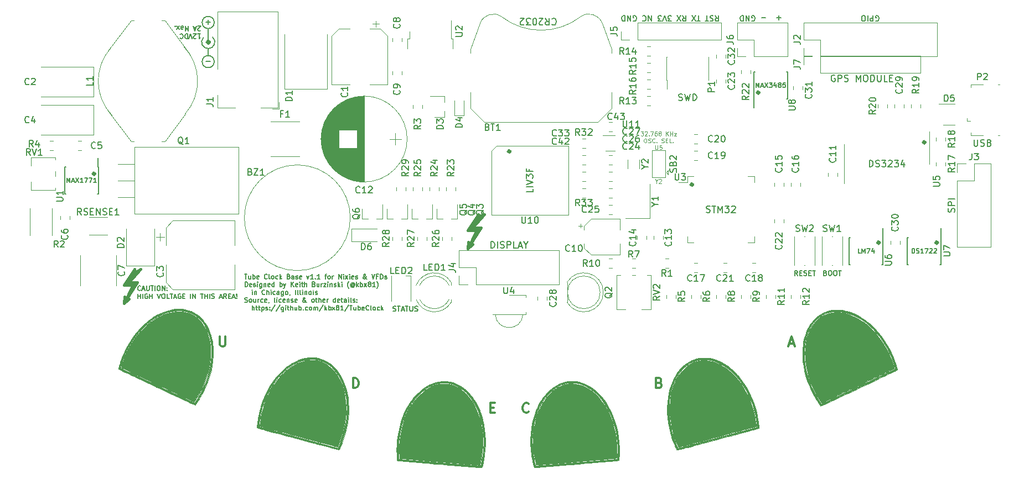
<source format=gbr>
G04 #@! TF.GenerationSoftware,KiCad,Pcbnew,(5.1.0-0)*
G04 #@! TF.CreationDate,2019-05-22T00:58:43-05:00*
G04 #@! TF.ProjectId,TubeClock,54756265-436c-46f6-936b-2e6b69636164,rev?*
G04 #@! TF.SameCoordinates,Original*
G04 #@! TF.FileFunction,Legend,Top*
G04 #@! TF.FilePolarity,Positive*
%FSLAX46Y46*%
G04 Gerber Fmt 4.6, Leading zero omitted, Abs format (unit mm)*
G04 Created by KiCad (PCBNEW (5.1.0-0)) date 2019-05-22 00:58:43*
%MOMM*%
%LPD*%
G04 APERTURE LIST*
%ADD10C,0.127000*%
%ADD11C,0.139700*%
%ADD12C,0.190500*%
%ADD13C,0.152400*%
%ADD14C,0.508000*%
%ADD15C,0.300000*%
%ADD16C,0.101600*%
%ADD17C,0.120000*%
%ADD18C,0.100000*%
%ADD19C,0.150000*%
%ADD20C,0.500000*%
%ADD21C,0.010000*%
%ADD22C,0.381000*%
G04 APERTURE END LIST*
D10*
X77038200Y-115256733D02*
X77038200Y-114545533D01*
X77275266Y-115053533D01*
X77512333Y-114545533D01*
X77512333Y-115256733D01*
X77817133Y-115053533D02*
X78155800Y-115053533D01*
X77749400Y-115256733D02*
X77986466Y-114545533D01*
X78223533Y-115256733D01*
X78392866Y-114545533D02*
X78867000Y-115256733D01*
X78867000Y-114545533D02*
X78392866Y-115256733D01*
X79510466Y-115256733D02*
X79104066Y-115256733D01*
X79307266Y-115256733D02*
X79307266Y-114545533D01*
X79239533Y-114647133D01*
X79171800Y-114714866D01*
X79104066Y-114748733D01*
X79747533Y-114545533D02*
X80221666Y-114545533D01*
X79916866Y-115256733D01*
X80424866Y-114545533D02*
X80899000Y-114545533D01*
X80594200Y-115256733D01*
X81542466Y-115256733D02*
X81136066Y-115256733D01*
X81339266Y-115256733D02*
X81339266Y-114545533D01*
X81271533Y-114647133D01*
X81203800Y-114714866D01*
X81136066Y-114748733D01*
D11*
X200761600Y-90462100D02*
X200841428Y-90502014D01*
X200961171Y-90502014D01*
X201080914Y-90462100D01*
X201160742Y-90382271D01*
X201200657Y-90302442D01*
X201240571Y-90142785D01*
X201240571Y-90023042D01*
X201200657Y-89863385D01*
X201160742Y-89783557D01*
X201080914Y-89703728D01*
X200961171Y-89663814D01*
X200881342Y-89663814D01*
X200761600Y-89703728D01*
X200721685Y-89743642D01*
X200721685Y-90023042D01*
X200881342Y-90023042D01*
X200362457Y-89663814D02*
X200362457Y-90502014D01*
X200043142Y-90502014D01*
X199963314Y-90462100D01*
X199923400Y-90422185D01*
X199883485Y-90342357D01*
X199883485Y-90222614D01*
X199923400Y-90142785D01*
X199963314Y-90102871D01*
X200043142Y-90062957D01*
X200362457Y-90062957D01*
X199524257Y-89663814D02*
X199524257Y-90502014D01*
X198965457Y-90502014D02*
X198805800Y-90502014D01*
X198725971Y-90462100D01*
X198646142Y-90382271D01*
X198606228Y-90222614D01*
X198606228Y-89943214D01*
X198646142Y-89783557D01*
X198725971Y-89703728D01*
X198805800Y-89663814D01*
X198965457Y-89663814D01*
X199045285Y-89703728D01*
X199125114Y-89783557D01*
X199165028Y-89943214D01*
X199165028Y-90222614D01*
X199125114Y-90382271D01*
X199045285Y-90462100D01*
X198965457Y-90502014D01*
D10*
X182448200Y-100651733D02*
X182448200Y-99940533D01*
X182685266Y-100448533D01*
X182922333Y-99940533D01*
X182922333Y-100651733D01*
X183227133Y-100448533D02*
X183565800Y-100448533D01*
X183159400Y-100651733D02*
X183396466Y-99940533D01*
X183633533Y-100651733D01*
X183802866Y-99940533D02*
X184277000Y-100651733D01*
X184277000Y-99940533D02*
X183802866Y-100651733D01*
X184480200Y-99940533D02*
X184920466Y-99940533D01*
X184683400Y-100211466D01*
X184785000Y-100211466D01*
X184852733Y-100245333D01*
X184886600Y-100279200D01*
X184920466Y-100346933D01*
X184920466Y-100516266D01*
X184886600Y-100584000D01*
X184852733Y-100617866D01*
X184785000Y-100651733D01*
X184581800Y-100651733D01*
X184514066Y-100617866D01*
X184480200Y-100584000D01*
X185530066Y-100177600D02*
X185530066Y-100651733D01*
X185360733Y-99906666D02*
X185191400Y-100414666D01*
X185631666Y-100414666D01*
X186004200Y-100245333D02*
X185936466Y-100211466D01*
X185902600Y-100177600D01*
X185868733Y-100109866D01*
X185868733Y-100076000D01*
X185902600Y-100008266D01*
X185936466Y-99974400D01*
X186004200Y-99940533D01*
X186139666Y-99940533D01*
X186207400Y-99974400D01*
X186241266Y-100008266D01*
X186275133Y-100076000D01*
X186275133Y-100109866D01*
X186241266Y-100177600D01*
X186207400Y-100211466D01*
X186139666Y-100245333D01*
X186004200Y-100245333D01*
X185936466Y-100279200D01*
X185902600Y-100313066D01*
X185868733Y-100380800D01*
X185868733Y-100516266D01*
X185902600Y-100584000D01*
X185936466Y-100617866D01*
X186004200Y-100651733D01*
X186139666Y-100651733D01*
X186207400Y-100617866D01*
X186241266Y-100584000D01*
X186275133Y-100516266D01*
X186275133Y-100380800D01*
X186241266Y-100313066D01*
X186207400Y-100279200D01*
X186139666Y-100245333D01*
X186918600Y-99940533D02*
X186579933Y-99940533D01*
X186546066Y-100279200D01*
X186579933Y-100245333D01*
X186647666Y-100211466D01*
X186817000Y-100211466D01*
X186884733Y-100245333D01*
X186918600Y-100279200D01*
X186952466Y-100346933D01*
X186952466Y-100516266D01*
X186918600Y-100584000D01*
X186884733Y-100617866D01*
X186817000Y-100651733D01*
X186647666Y-100651733D01*
X186579933Y-100617866D01*
X186546066Y-100584000D01*
D12*
X170604542Y-102646238D02*
X170749685Y-102694619D01*
X170991590Y-102694619D01*
X171088352Y-102646238D01*
X171136733Y-102597857D01*
X171185114Y-102501095D01*
X171185114Y-102404333D01*
X171136733Y-102307571D01*
X171088352Y-102259190D01*
X170991590Y-102210809D01*
X170798066Y-102162428D01*
X170701304Y-102114047D01*
X170652923Y-102065666D01*
X170604542Y-101968904D01*
X170604542Y-101872142D01*
X170652923Y-101775380D01*
X170701304Y-101727000D01*
X170798066Y-101678619D01*
X171039971Y-101678619D01*
X171185114Y-101727000D01*
X171523780Y-101678619D02*
X171765685Y-102694619D01*
X171959209Y-101968904D01*
X172152733Y-102694619D01*
X172394638Y-101678619D01*
X172781685Y-102694619D02*
X172781685Y-101678619D01*
X173023590Y-101678619D01*
X173168733Y-101727000D01*
X173265495Y-101823761D01*
X173313876Y-101920523D01*
X173362257Y-102114047D01*
X173362257Y-102259190D01*
X173313876Y-102452714D01*
X173265495Y-102549476D01*
X173168733Y-102646238D01*
X173023590Y-102694619D01*
X172781685Y-102694619D01*
X151252161Y-90188142D02*
X151300542Y-90139761D01*
X151445685Y-90091380D01*
X151542447Y-90091380D01*
X151687590Y-90139761D01*
X151784352Y-90236523D01*
X151832733Y-90333285D01*
X151881114Y-90526809D01*
X151881114Y-90671952D01*
X151832733Y-90865476D01*
X151784352Y-90962238D01*
X151687590Y-91059000D01*
X151542447Y-91107380D01*
X151445685Y-91107380D01*
X151300542Y-91059000D01*
X151252161Y-91010619D01*
X150236161Y-90091380D02*
X150574828Y-90575190D01*
X150816733Y-90091380D02*
X150816733Y-91107380D01*
X150429685Y-91107380D01*
X150332923Y-91059000D01*
X150284542Y-91010619D01*
X150236161Y-90913857D01*
X150236161Y-90768714D01*
X150284542Y-90671952D01*
X150332923Y-90623571D01*
X150429685Y-90575190D01*
X150816733Y-90575190D01*
X149849114Y-91010619D02*
X149800733Y-91059000D01*
X149703971Y-91107380D01*
X149462066Y-91107380D01*
X149365304Y-91059000D01*
X149316923Y-91010619D01*
X149268542Y-90913857D01*
X149268542Y-90817095D01*
X149316923Y-90671952D01*
X149897495Y-90091380D01*
X149268542Y-90091380D01*
X148639590Y-91107380D02*
X148542828Y-91107380D01*
X148446066Y-91059000D01*
X148397685Y-91010619D01*
X148349304Y-90913857D01*
X148300923Y-90720333D01*
X148300923Y-90478428D01*
X148349304Y-90284904D01*
X148397685Y-90188142D01*
X148446066Y-90139761D01*
X148542828Y-90091380D01*
X148639590Y-90091380D01*
X148736352Y-90139761D01*
X148784733Y-90188142D01*
X148833114Y-90284904D01*
X148881495Y-90478428D01*
X148881495Y-90720333D01*
X148833114Y-90913857D01*
X148784733Y-91010619D01*
X148736352Y-91059000D01*
X148639590Y-91107380D01*
X147962257Y-91107380D02*
X147333304Y-91107380D01*
X147671971Y-90720333D01*
X147526828Y-90720333D01*
X147430066Y-90671952D01*
X147381685Y-90623571D01*
X147333304Y-90526809D01*
X147333304Y-90284904D01*
X147381685Y-90188142D01*
X147430066Y-90139761D01*
X147526828Y-90091380D01*
X147817114Y-90091380D01*
X147913876Y-90139761D01*
X147962257Y-90188142D01*
X146946257Y-91010619D02*
X146897876Y-91059000D01*
X146801114Y-91107380D01*
X146559209Y-91107380D01*
X146462447Y-91059000D01*
X146414066Y-91010619D01*
X146365685Y-90913857D01*
X146365685Y-90817095D01*
X146414066Y-90671952D01*
X146994638Y-90091380D01*
X146365685Y-90091380D01*
D13*
X98962038Y-90667942D02*
X98342761Y-90667942D01*
X98652400Y-90358304D02*
X98652400Y-90977580D01*
X98962038Y-96667942D02*
X98342761Y-96667942D01*
D10*
X97063983Y-92477166D02*
X97470383Y-92477166D01*
X97267183Y-92477166D02*
X97267183Y-93188366D01*
X97334916Y-93086766D01*
X97402650Y-93019033D01*
X97470383Y-92985166D01*
X96793050Y-93120633D02*
X96759183Y-93154500D01*
X96691450Y-93188366D01*
X96522116Y-93188366D01*
X96454383Y-93154500D01*
X96420516Y-93120633D01*
X96386650Y-93052900D01*
X96386650Y-92985166D01*
X96420516Y-92883566D01*
X96826916Y-92477166D01*
X96386650Y-92477166D01*
X96183450Y-93188366D02*
X95946383Y-92477166D01*
X95709316Y-93188366D01*
X95472250Y-92477166D02*
X95472250Y-93188366D01*
X95302916Y-93188366D01*
X95201316Y-93154500D01*
X95133583Y-93086766D01*
X95099716Y-93019033D01*
X95065850Y-92883566D01*
X95065850Y-92781966D01*
X95099716Y-92646500D01*
X95133583Y-92578766D01*
X95201316Y-92511033D01*
X95302916Y-92477166D01*
X95472250Y-92477166D01*
X94354650Y-92544900D02*
X94388516Y-92511033D01*
X94490116Y-92477166D01*
X94557850Y-92477166D01*
X94659450Y-92511033D01*
X94727183Y-92578766D01*
X94761050Y-92646500D01*
X94794916Y-92781966D01*
X94794916Y-92883566D01*
X94761050Y-93019033D01*
X94727183Y-93086766D01*
X94659450Y-93154500D01*
X94557850Y-93188366D01*
X94490116Y-93188366D01*
X94388516Y-93154500D01*
X94354650Y-93120633D01*
X97470383Y-91926833D02*
X97436516Y-91960700D01*
X97368783Y-91994566D01*
X97199450Y-91994566D01*
X97131716Y-91960700D01*
X97097850Y-91926833D01*
X97063983Y-91859100D01*
X97063983Y-91791366D01*
X97097850Y-91689766D01*
X97504250Y-91283366D01*
X97063983Y-91283366D01*
X96793050Y-91486566D02*
X96454383Y-91486566D01*
X96860783Y-91283366D02*
X96623716Y-91994566D01*
X96386650Y-91283366D01*
X95607716Y-91283366D02*
X95607716Y-91994566D01*
X95370650Y-91486566D01*
X95133583Y-91994566D01*
X95133583Y-91283366D01*
X94490116Y-91283366D02*
X94490116Y-91655900D01*
X94523983Y-91723633D01*
X94591716Y-91757500D01*
X94727183Y-91757500D01*
X94794916Y-91723633D01*
X94490116Y-91317233D02*
X94557850Y-91283366D01*
X94727183Y-91283366D01*
X94794916Y-91317233D01*
X94828783Y-91384966D01*
X94828783Y-91452700D01*
X94794916Y-91520433D01*
X94727183Y-91554300D01*
X94557850Y-91554300D01*
X94490116Y-91588166D01*
X94219183Y-91283366D02*
X93846650Y-91757500D01*
X94219183Y-91757500D02*
X93846650Y-91283366D01*
X93575716Y-91351100D02*
X93541850Y-91317233D01*
X93575716Y-91283366D01*
X93609583Y-91317233D01*
X93575716Y-91351100D01*
X93575716Y-91283366D01*
X126916542Y-134928428D02*
X127025400Y-134964714D01*
X127206828Y-134964714D01*
X127279400Y-134928428D01*
X127315685Y-134892142D01*
X127351971Y-134819571D01*
X127351971Y-134747000D01*
X127315685Y-134674428D01*
X127279400Y-134638142D01*
X127206828Y-134601857D01*
X127061685Y-134565571D01*
X126989114Y-134529285D01*
X126952828Y-134493000D01*
X126916542Y-134420428D01*
X126916542Y-134347857D01*
X126952828Y-134275285D01*
X126989114Y-134239000D01*
X127061685Y-134202714D01*
X127243114Y-134202714D01*
X127351971Y-134239000D01*
X127569685Y-134202714D02*
X128005114Y-134202714D01*
X127787400Y-134964714D02*
X127787400Y-134202714D01*
X128222828Y-134747000D02*
X128585685Y-134747000D01*
X128150257Y-134964714D02*
X128404257Y-134202714D01*
X128658257Y-134964714D01*
X128803400Y-134202714D02*
X129238828Y-134202714D01*
X129021114Y-134964714D02*
X129021114Y-134202714D01*
X129492828Y-134202714D02*
X129492828Y-134819571D01*
X129529114Y-134892142D01*
X129565400Y-134928428D01*
X129637971Y-134964714D01*
X129783114Y-134964714D01*
X129855685Y-134928428D01*
X129891971Y-134892142D01*
X129928257Y-134819571D01*
X129928257Y-134202714D01*
X130254828Y-134928428D02*
X130363685Y-134964714D01*
X130545114Y-134964714D01*
X130617685Y-134928428D01*
X130653971Y-134892142D01*
X130690257Y-134819571D01*
X130690257Y-134747000D01*
X130653971Y-134674428D01*
X130617685Y-134638142D01*
X130545114Y-134601857D01*
X130399971Y-134565571D01*
X130327400Y-134529285D01*
X130291114Y-134493000D01*
X130254828Y-134420428D01*
X130254828Y-134347857D01*
X130291114Y-134275285D01*
X130327400Y-134239000D01*
X130399971Y-134202714D01*
X130581400Y-134202714D01*
X130690257Y-134239000D01*
D12*
X194516828Y-98806000D02*
X194420066Y-98757619D01*
X194274923Y-98757619D01*
X194129780Y-98806000D01*
X194033019Y-98902761D01*
X193984638Y-98999523D01*
X193936257Y-99193047D01*
X193936257Y-99338190D01*
X193984638Y-99531714D01*
X194033019Y-99628476D01*
X194129780Y-99725238D01*
X194274923Y-99773619D01*
X194371685Y-99773619D01*
X194516828Y-99725238D01*
X194565209Y-99676857D01*
X194565209Y-99338190D01*
X194371685Y-99338190D01*
X195000638Y-99773619D02*
X195000638Y-98757619D01*
X195387685Y-98757619D01*
X195484447Y-98806000D01*
X195532828Y-98854380D01*
X195581209Y-98951142D01*
X195581209Y-99096285D01*
X195532828Y-99193047D01*
X195484447Y-99241428D01*
X195387685Y-99289809D01*
X195000638Y-99289809D01*
X195968257Y-99725238D02*
X196113400Y-99773619D01*
X196355304Y-99773619D01*
X196452066Y-99725238D01*
X196500447Y-99676857D01*
X196548828Y-99580095D01*
X196548828Y-99483333D01*
X196500447Y-99386571D01*
X196452066Y-99338190D01*
X196355304Y-99289809D01*
X196161780Y-99241428D01*
X196065019Y-99193047D01*
X196016638Y-99144666D01*
X195968257Y-99047904D01*
X195968257Y-98951142D01*
X196016638Y-98854380D01*
X196065019Y-98806000D01*
X196161780Y-98757619D01*
X196403685Y-98757619D01*
X196548828Y-98806000D01*
X197758352Y-99773619D02*
X197758352Y-98757619D01*
X198097019Y-99483333D01*
X198435685Y-98757619D01*
X198435685Y-99773619D01*
X199113019Y-98757619D02*
X199306542Y-98757619D01*
X199403304Y-98806000D01*
X199500066Y-98902761D01*
X199548447Y-99096285D01*
X199548447Y-99434952D01*
X199500066Y-99628476D01*
X199403304Y-99725238D01*
X199306542Y-99773619D01*
X199113019Y-99773619D01*
X199016257Y-99725238D01*
X198919495Y-99628476D01*
X198871114Y-99434952D01*
X198871114Y-99096285D01*
X198919495Y-98902761D01*
X199016257Y-98806000D01*
X199113019Y-98757619D01*
X199983876Y-99773619D02*
X199983876Y-98757619D01*
X200225780Y-98757619D01*
X200370923Y-98806000D01*
X200467685Y-98902761D01*
X200516066Y-98999523D01*
X200564447Y-99193047D01*
X200564447Y-99338190D01*
X200516066Y-99531714D01*
X200467685Y-99628476D01*
X200370923Y-99725238D01*
X200225780Y-99773619D01*
X199983876Y-99773619D01*
X200999876Y-98757619D02*
X200999876Y-99580095D01*
X201048257Y-99676857D01*
X201096638Y-99725238D01*
X201193400Y-99773619D01*
X201386923Y-99773619D01*
X201483685Y-99725238D01*
X201532066Y-99676857D01*
X201580447Y-99580095D01*
X201580447Y-98757619D01*
X202548066Y-99773619D02*
X202064257Y-99773619D01*
X202064257Y-98757619D01*
X202886733Y-99241428D02*
X203225400Y-99241428D01*
X203370542Y-99773619D02*
X202886733Y-99773619D01*
X202886733Y-98757619D01*
X203370542Y-98757619D01*
X141896495Y-125300619D02*
X141896495Y-124284619D01*
X142138400Y-124284619D01*
X142283542Y-124333000D01*
X142380304Y-124429761D01*
X142428685Y-124526523D01*
X142477066Y-124720047D01*
X142477066Y-124865190D01*
X142428685Y-125058714D01*
X142380304Y-125155476D01*
X142283542Y-125252238D01*
X142138400Y-125300619D01*
X141896495Y-125300619D01*
X142912495Y-125300619D02*
X142912495Y-124284619D01*
X143347923Y-125252238D02*
X143493066Y-125300619D01*
X143734971Y-125300619D01*
X143831733Y-125252238D01*
X143880114Y-125203857D01*
X143928495Y-125107095D01*
X143928495Y-125010333D01*
X143880114Y-124913571D01*
X143831733Y-124865190D01*
X143734971Y-124816809D01*
X143541447Y-124768428D01*
X143444685Y-124720047D01*
X143396304Y-124671666D01*
X143347923Y-124574904D01*
X143347923Y-124478142D01*
X143396304Y-124381380D01*
X143444685Y-124333000D01*
X143541447Y-124284619D01*
X143783352Y-124284619D01*
X143928495Y-124333000D01*
X144363923Y-125300619D02*
X144363923Y-124284619D01*
X144750971Y-124284619D01*
X144847733Y-124333000D01*
X144896114Y-124381380D01*
X144944495Y-124478142D01*
X144944495Y-124623285D01*
X144896114Y-124720047D01*
X144847733Y-124768428D01*
X144750971Y-124816809D01*
X144363923Y-124816809D01*
X145863733Y-125300619D02*
X145379923Y-125300619D01*
X145379923Y-124284619D01*
X146154019Y-125010333D02*
X146637828Y-125010333D01*
X146057257Y-125300619D02*
X146395923Y-124284619D01*
X146734590Y-125300619D01*
X147266780Y-124816809D02*
X147266780Y-125300619D01*
X146928114Y-124284619D02*
X147266780Y-124816809D01*
X147605447Y-124284619D01*
X212780638Y-119785190D02*
X212829019Y-119640047D01*
X212829019Y-119398142D01*
X212780638Y-119301380D01*
X212732257Y-119253000D01*
X212635495Y-119204619D01*
X212538733Y-119204619D01*
X212441971Y-119253000D01*
X212393590Y-119301380D01*
X212345209Y-119398142D01*
X212296828Y-119591666D01*
X212248447Y-119688428D01*
X212200066Y-119736809D01*
X212103304Y-119785190D01*
X212006542Y-119785190D01*
X211909780Y-119736809D01*
X211861400Y-119688428D01*
X211813019Y-119591666D01*
X211813019Y-119349761D01*
X211861400Y-119204619D01*
X212829019Y-118769190D02*
X211813019Y-118769190D01*
X211813019Y-118382142D01*
X211861400Y-118285380D01*
X211909780Y-118237000D01*
X212006542Y-118188619D01*
X212151685Y-118188619D01*
X212248447Y-118237000D01*
X212296828Y-118285380D01*
X212345209Y-118382142D01*
X212345209Y-118769190D01*
X212829019Y-117753190D02*
X211813019Y-117753190D01*
X215786304Y-108663619D02*
X215786304Y-109486095D01*
X215834685Y-109582857D01*
X215883066Y-109631238D01*
X215979828Y-109679619D01*
X216173352Y-109679619D01*
X216270114Y-109631238D01*
X216318495Y-109582857D01*
X216366876Y-109486095D01*
X216366876Y-108663619D01*
X216802304Y-109631238D02*
X216947447Y-109679619D01*
X217189352Y-109679619D01*
X217286114Y-109631238D01*
X217334495Y-109582857D01*
X217382876Y-109486095D01*
X217382876Y-109389333D01*
X217334495Y-109292571D01*
X217286114Y-109244190D01*
X217189352Y-109195809D01*
X216995828Y-109147428D01*
X216899066Y-109099047D01*
X216850685Y-109050666D01*
X216802304Y-108953904D01*
X216802304Y-108857142D01*
X216850685Y-108760380D01*
X216899066Y-108712000D01*
X216995828Y-108663619D01*
X217237733Y-108663619D01*
X217382876Y-108712000D01*
X218156971Y-109147428D02*
X218302114Y-109195809D01*
X218350495Y-109244190D01*
X218398876Y-109340952D01*
X218398876Y-109486095D01*
X218350495Y-109582857D01*
X218302114Y-109631238D01*
X218205352Y-109679619D01*
X217818304Y-109679619D01*
X217818304Y-108663619D01*
X218156971Y-108663619D01*
X218253733Y-108712000D01*
X218302114Y-108760380D01*
X218350495Y-108857142D01*
X218350495Y-108953904D01*
X218302114Y-109050666D01*
X218253733Y-109099047D01*
X218156971Y-109147428D01*
X217818304Y-109147428D01*
D11*
X186232800Y-89983128D02*
X185594171Y-89983128D01*
X185913485Y-89663814D02*
X185913485Y-90302442D01*
X183917771Y-89983128D02*
X183279142Y-89983128D01*
X181802314Y-90462100D02*
X181882142Y-90502014D01*
X182001885Y-90502014D01*
X182121628Y-90462100D01*
X182201457Y-90382271D01*
X182241371Y-90302442D01*
X182281285Y-90142785D01*
X182281285Y-90023042D01*
X182241371Y-89863385D01*
X182201457Y-89783557D01*
X182121628Y-89703728D01*
X182001885Y-89663814D01*
X181922057Y-89663814D01*
X181802314Y-89703728D01*
X181762400Y-89743642D01*
X181762400Y-90023042D01*
X181922057Y-90023042D01*
X181403171Y-89663814D02*
X181403171Y-90502014D01*
X180924200Y-89663814D01*
X180924200Y-90502014D01*
X180525057Y-89663814D02*
X180525057Y-90502014D01*
X180325485Y-90502014D01*
X180205742Y-90462100D01*
X180125914Y-90382271D01*
X180086000Y-90302442D01*
X180046085Y-90142785D01*
X180046085Y-90023042D01*
X180086000Y-89863385D01*
X180125914Y-89783557D01*
X180205742Y-89703728D01*
X180325485Y-89663814D01*
X180525057Y-89663814D01*
X176201614Y-89663814D02*
X176481014Y-90062957D01*
X176680585Y-89663814D02*
X176680585Y-90502014D01*
X176361271Y-90502014D01*
X176281442Y-90462100D01*
X176241528Y-90422185D01*
X176201614Y-90342357D01*
X176201614Y-90222614D01*
X176241528Y-90142785D01*
X176281442Y-90102871D01*
X176361271Y-90062957D01*
X176680585Y-90062957D01*
X175882300Y-89703728D02*
X175762557Y-89663814D01*
X175562985Y-89663814D01*
X175483157Y-89703728D01*
X175443242Y-89743642D01*
X175403328Y-89823471D01*
X175403328Y-89903300D01*
X175443242Y-89983128D01*
X175483157Y-90023042D01*
X175562985Y-90062957D01*
X175722642Y-90102871D01*
X175802471Y-90142785D01*
X175842385Y-90182700D01*
X175882300Y-90262528D01*
X175882300Y-90342357D01*
X175842385Y-90422185D01*
X175802471Y-90462100D01*
X175722642Y-90502014D01*
X175523071Y-90502014D01*
X175403328Y-90462100D01*
X175163842Y-90502014D02*
X174684871Y-90502014D01*
X174924357Y-89663814D02*
X174924357Y-90502014D01*
X173886585Y-90502014D02*
X173407614Y-90502014D01*
X173647100Y-89663814D02*
X173647100Y-90502014D01*
X173208042Y-90502014D02*
X172649242Y-89663814D01*
X172649242Y-90502014D02*
X173208042Y-89663814D01*
X171212328Y-89663814D02*
X171491728Y-90062957D01*
X171691300Y-89663814D02*
X171691300Y-90502014D01*
X171371985Y-90502014D01*
X171292157Y-90462100D01*
X171252242Y-90422185D01*
X171212328Y-90342357D01*
X171212328Y-90222614D01*
X171252242Y-90142785D01*
X171292157Y-90102871D01*
X171371985Y-90062957D01*
X171691300Y-90062957D01*
X170932928Y-90502014D02*
X170374128Y-89663814D01*
X170374128Y-90502014D02*
X170932928Y-89663814D01*
X169496014Y-90502014D02*
X168977128Y-90502014D01*
X169256528Y-90182700D01*
X169136785Y-90182700D01*
X169056957Y-90142785D01*
X169017042Y-90102871D01*
X168977128Y-90023042D01*
X168977128Y-89823471D01*
X169017042Y-89743642D01*
X169056957Y-89703728D01*
X169136785Y-89663814D01*
X169376271Y-89663814D01*
X169456100Y-89703728D01*
X169496014Y-89743642D01*
X168737642Y-90502014D02*
X168458242Y-89663814D01*
X168178842Y-90502014D01*
X167979271Y-90502014D02*
X167460385Y-90502014D01*
X167739785Y-90182700D01*
X167620042Y-90182700D01*
X167540214Y-90142785D01*
X167500300Y-90102871D01*
X167460385Y-90023042D01*
X167460385Y-89823471D01*
X167500300Y-89743642D01*
X167540214Y-89703728D01*
X167620042Y-89663814D01*
X167859528Y-89663814D01*
X167939357Y-89703728D01*
X167979271Y-89743642D01*
X166462528Y-89663814D02*
X166462528Y-90502014D01*
X165983557Y-89663814D01*
X165983557Y-90502014D01*
X165105442Y-89743642D02*
X165145357Y-89703728D01*
X165265100Y-89663814D01*
X165344928Y-89663814D01*
X165464671Y-89703728D01*
X165544500Y-89783557D01*
X165584414Y-89863385D01*
X165624328Y-90023042D01*
X165624328Y-90142785D01*
X165584414Y-90302442D01*
X165544500Y-90382271D01*
X165464671Y-90462100D01*
X165344928Y-90502014D01*
X165265100Y-90502014D01*
X165145357Y-90462100D01*
X165105442Y-90422185D01*
X163668528Y-90462100D02*
X163748357Y-90502014D01*
X163868100Y-90502014D01*
X163987842Y-90462100D01*
X164067671Y-90382271D01*
X164107585Y-90302442D01*
X164147500Y-90142785D01*
X164147500Y-90023042D01*
X164107585Y-89863385D01*
X164067671Y-89783557D01*
X163987842Y-89703728D01*
X163868100Y-89663814D01*
X163788271Y-89663814D01*
X163668528Y-89703728D01*
X163628614Y-89743642D01*
X163628614Y-90023042D01*
X163788271Y-90023042D01*
X163269385Y-89663814D02*
X163269385Y-90502014D01*
X162790414Y-89663814D01*
X162790414Y-90502014D01*
X162391271Y-89663814D02*
X162391271Y-90502014D01*
X162191700Y-90502014D01*
X162071957Y-90462100D01*
X161992128Y-90382271D01*
X161952214Y-90302442D01*
X161912300Y-90142785D01*
X161912300Y-90023042D01*
X161952214Y-89863385D01*
X161992128Y-89783557D01*
X162071957Y-89703728D01*
X162191700Y-89663814D01*
X162391271Y-89663814D01*
D12*
X174837876Y-119791238D02*
X174983019Y-119839619D01*
X175224923Y-119839619D01*
X175321685Y-119791238D01*
X175370066Y-119742857D01*
X175418447Y-119646095D01*
X175418447Y-119549333D01*
X175370066Y-119452571D01*
X175321685Y-119404190D01*
X175224923Y-119355809D01*
X175031400Y-119307428D01*
X174934638Y-119259047D01*
X174886257Y-119210666D01*
X174837876Y-119113904D01*
X174837876Y-119017142D01*
X174886257Y-118920380D01*
X174934638Y-118872000D01*
X175031400Y-118823619D01*
X175273304Y-118823619D01*
X175418447Y-118872000D01*
X175708733Y-118823619D02*
X176289304Y-118823619D01*
X175999019Y-119839619D02*
X175999019Y-118823619D01*
X176627971Y-119839619D02*
X176627971Y-118823619D01*
X176966638Y-119549333D01*
X177305304Y-118823619D01*
X177305304Y-119839619D01*
X177692352Y-118823619D02*
X178321304Y-118823619D01*
X177982638Y-119210666D01*
X178127780Y-119210666D01*
X178224542Y-119259047D01*
X178272923Y-119307428D01*
X178321304Y-119404190D01*
X178321304Y-119646095D01*
X178272923Y-119742857D01*
X178224542Y-119791238D01*
X178127780Y-119839619D01*
X177837495Y-119839619D01*
X177740733Y-119791238D01*
X177692352Y-119742857D01*
X178708352Y-118920380D02*
X178756733Y-118872000D01*
X178853495Y-118823619D01*
X179095400Y-118823619D01*
X179192161Y-118872000D01*
X179240542Y-118920380D01*
X179288923Y-119017142D01*
X179288923Y-119113904D01*
X179240542Y-119259047D01*
X178659971Y-119839619D01*
X179288923Y-119839619D01*
X199778257Y-112854619D02*
X199778257Y-111838619D01*
X200020161Y-111838619D01*
X200165304Y-111887000D01*
X200262066Y-111983761D01*
X200310447Y-112080523D01*
X200358828Y-112274047D01*
X200358828Y-112419190D01*
X200310447Y-112612714D01*
X200262066Y-112709476D01*
X200165304Y-112806238D01*
X200020161Y-112854619D01*
X199778257Y-112854619D01*
X200745876Y-112806238D02*
X200891019Y-112854619D01*
X201132923Y-112854619D01*
X201229685Y-112806238D01*
X201278066Y-112757857D01*
X201326447Y-112661095D01*
X201326447Y-112564333D01*
X201278066Y-112467571D01*
X201229685Y-112419190D01*
X201132923Y-112370809D01*
X200939400Y-112322428D01*
X200842638Y-112274047D01*
X200794257Y-112225666D01*
X200745876Y-112128904D01*
X200745876Y-112032142D01*
X200794257Y-111935380D01*
X200842638Y-111887000D01*
X200939400Y-111838619D01*
X201181304Y-111838619D01*
X201326447Y-111887000D01*
X201665114Y-111838619D02*
X202294066Y-111838619D01*
X201955400Y-112225666D01*
X202100542Y-112225666D01*
X202197304Y-112274047D01*
X202245685Y-112322428D01*
X202294066Y-112419190D01*
X202294066Y-112661095D01*
X202245685Y-112757857D01*
X202197304Y-112806238D01*
X202100542Y-112854619D01*
X201810257Y-112854619D01*
X201713495Y-112806238D01*
X201665114Y-112757857D01*
X202681114Y-111935380D02*
X202729495Y-111887000D01*
X202826257Y-111838619D01*
X203068161Y-111838619D01*
X203164923Y-111887000D01*
X203213304Y-111935380D01*
X203261685Y-112032142D01*
X203261685Y-112128904D01*
X203213304Y-112274047D01*
X202632733Y-112854619D01*
X203261685Y-112854619D01*
X203600352Y-111838619D02*
X204229304Y-111838619D01*
X203890638Y-112225666D01*
X204035780Y-112225666D01*
X204132542Y-112274047D01*
X204180923Y-112322428D01*
X204229304Y-112419190D01*
X204229304Y-112661095D01*
X204180923Y-112757857D01*
X204132542Y-112806238D01*
X204035780Y-112854619D01*
X203745495Y-112854619D01*
X203648733Y-112806238D01*
X203600352Y-112757857D01*
X205100161Y-112177285D02*
X205100161Y-112854619D01*
X204858257Y-111790238D02*
X204616352Y-112515952D01*
X205245304Y-112515952D01*
D10*
X206298800Y-126051733D02*
X206298800Y-125340533D01*
X206468133Y-125340533D01*
X206569733Y-125374400D01*
X206637466Y-125442133D01*
X206671333Y-125509866D01*
X206705200Y-125645333D01*
X206705200Y-125746933D01*
X206671333Y-125882400D01*
X206637466Y-125950133D01*
X206569733Y-126017866D01*
X206468133Y-126051733D01*
X206298800Y-126051733D01*
X206976133Y-126017866D02*
X207077733Y-126051733D01*
X207247066Y-126051733D01*
X207314800Y-126017866D01*
X207348666Y-125984000D01*
X207382533Y-125916266D01*
X207382533Y-125848533D01*
X207348666Y-125780800D01*
X207314800Y-125746933D01*
X207247066Y-125713066D01*
X207111600Y-125679200D01*
X207043866Y-125645333D01*
X207010000Y-125611466D01*
X206976133Y-125543733D01*
X206976133Y-125476000D01*
X207010000Y-125408266D01*
X207043866Y-125374400D01*
X207111600Y-125340533D01*
X207280933Y-125340533D01*
X207382533Y-125374400D01*
X208059866Y-126051733D02*
X207653466Y-126051733D01*
X207856666Y-126051733D02*
X207856666Y-125340533D01*
X207788933Y-125442133D01*
X207721200Y-125509866D01*
X207653466Y-125543733D01*
X208296933Y-125340533D02*
X208771066Y-125340533D01*
X208466266Y-126051733D01*
X209008133Y-125408266D02*
X209042000Y-125374400D01*
X209109733Y-125340533D01*
X209279066Y-125340533D01*
X209346800Y-125374400D01*
X209380666Y-125408266D01*
X209414533Y-125476000D01*
X209414533Y-125543733D01*
X209380666Y-125645333D01*
X208974266Y-126051733D01*
X209414533Y-126051733D01*
X209685466Y-125408266D02*
X209719333Y-125374400D01*
X209787066Y-125340533D01*
X209956400Y-125340533D01*
X210024133Y-125374400D01*
X210058000Y-125408266D01*
X210091866Y-125476000D01*
X210091866Y-125543733D01*
X210058000Y-125645333D01*
X209651600Y-126051733D01*
X210091866Y-126051733D01*
X198424800Y-126051733D02*
X198086133Y-126051733D01*
X198086133Y-125340533D01*
X198661866Y-126051733D02*
X198661866Y-125340533D01*
X198898933Y-125848533D01*
X199136000Y-125340533D01*
X199136000Y-126051733D01*
X199406933Y-125340533D02*
X199881066Y-125340533D01*
X199576266Y-126051733D01*
X200456800Y-125577600D02*
X200456800Y-126051733D01*
X200287466Y-125306666D02*
X200118133Y-125814666D01*
X200558400Y-125814666D01*
D12*
X148313019Y-116217095D02*
X148313019Y-116700904D01*
X147297019Y-116700904D01*
X148313019Y-115878428D02*
X147297019Y-115878428D01*
X147297019Y-115539761D02*
X148313019Y-115201095D01*
X147297019Y-114862428D01*
X147297019Y-114620523D02*
X147297019Y-113991571D01*
X147684066Y-114330238D01*
X147684066Y-114185095D01*
X147732447Y-114088333D01*
X147780828Y-114039952D01*
X147877590Y-113991571D01*
X148119495Y-113991571D01*
X148216257Y-114039952D01*
X148264638Y-114088333D01*
X148313019Y-114185095D01*
X148313019Y-114475380D01*
X148264638Y-114572142D01*
X148216257Y-114620523D01*
X147780828Y-113217476D02*
X147780828Y-113556142D01*
X148313019Y-113556142D02*
X147297019Y-113556142D01*
X147297019Y-113072333D01*
D10*
X104188683Y-129302933D02*
X104595083Y-129302933D01*
X104391883Y-130014133D02*
X104391883Y-129302933D01*
X105136950Y-129540000D02*
X105136950Y-130014133D01*
X104832150Y-129540000D02*
X104832150Y-129912533D01*
X104866016Y-129980266D01*
X104933750Y-130014133D01*
X105035350Y-130014133D01*
X105103083Y-129980266D01*
X105136950Y-129946400D01*
X105475616Y-130014133D02*
X105475616Y-129302933D01*
X105475616Y-129573866D02*
X105543350Y-129540000D01*
X105678816Y-129540000D01*
X105746550Y-129573866D01*
X105780416Y-129607733D01*
X105814283Y-129675466D01*
X105814283Y-129878666D01*
X105780416Y-129946400D01*
X105746550Y-129980266D01*
X105678816Y-130014133D01*
X105543350Y-130014133D01*
X105475616Y-129980266D01*
X106390016Y-129980266D02*
X106322283Y-130014133D01*
X106186816Y-130014133D01*
X106119083Y-129980266D01*
X106085216Y-129912533D01*
X106085216Y-129641600D01*
X106119083Y-129573866D01*
X106186816Y-129540000D01*
X106322283Y-129540000D01*
X106390016Y-129573866D01*
X106423883Y-129641600D01*
X106423883Y-129709333D01*
X106085216Y-129777066D01*
X107676950Y-129946400D02*
X107643083Y-129980266D01*
X107541483Y-130014133D01*
X107473750Y-130014133D01*
X107372150Y-129980266D01*
X107304416Y-129912533D01*
X107270550Y-129844800D01*
X107236683Y-129709333D01*
X107236683Y-129607733D01*
X107270550Y-129472266D01*
X107304416Y-129404533D01*
X107372150Y-129336800D01*
X107473750Y-129302933D01*
X107541483Y-129302933D01*
X107643083Y-129336800D01*
X107676950Y-129370666D01*
X108083350Y-130014133D02*
X108015616Y-129980266D01*
X107981750Y-129912533D01*
X107981750Y-129302933D01*
X108455883Y-130014133D02*
X108388150Y-129980266D01*
X108354283Y-129946400D01*
X108320416Y-129878666D01*
X108320416Y-129675466D01*
X108354283Y-129607733D01*
X108388150Y-129573866D01*
X108455883Y-129540000D01*
X108557483Y-129540000D01*
X108625216Y-129573866D01*
X108659083Y-129607733D01*
X108692950Y-129675466D01*
X108692950Y-129878666D01*
X108659083Y-129946400D01*
X108625216Y-129980266D01*
X108557483Y-130014133D01*
X108455883Y-130014133D01*
X109302550Y-129980266D02*
X109234816Y-130014133D01*
X109099350Y-130014133D01*
X109031616Y-129980266D01*
X108997750Y-129946400D01*
X108963883Y-129878666D01*
X108963883Y-129675466D01*
X108997750Y-129607733D01*
X109031616Y-129573866D01*
X109099350Y-129540000D01*
X109234816Y-129540000D01*
X109302550Y-129573866D01*
X109607350Y-130014133D02*
X109607350Y-129302933D01*
X109675083Y-129743200D02*
X109878283Y-130014133D01*
X109878283Y-129540000D02*
X109607350Y-129810933D01*
X110962016Y-129641600D02*
X111063616Y-129675466D01*
X111097483Y-129709333D01*
X111131350Y-129777066D01*
X111131350Y-129878666D01*
X111097483Y-129946400D01*
X111063616Y-129980266D01*
X110995883Y-130014133D01*
X110724950Y-130014133D01*
X110724950Y-129302933D01*
X110962016Y-129302933D01*
X111029750Y-129336800D01*
X111063616Y-129370666D01*
X111097483Y-129438400D01*
X111097483Y-129506133D01*
X111063616Y-129573866D01*
X111029750Y-129607733D01*
X110962016Y-129641600D01*
X110724950Y-129641600D01*
X111740950Y-130014133D02*
X111740950Y-129641600D01*
X111707083Y-129573866D01*
X111639350Y-129540000D01*
X111503883Y-129540000D01*
X111436150Y-129573866D01*
X111740950Y-129980266D02*
X111673216Y-130014133D01*
X111503883Y-130014133D01*
X111436150Y-129980266D01*
X111402283Y-129912533D01*
X111402283Y-129844800D01*
X111436150Y-129777066D01*
X111503883Y-129743200D01*
X111673216Y-129743200D01*
X111740950Y-129709333D01*
X112045750Y-129980266D02*
X112113483Y-130014133D01*
X112248950Y-130014133D01*
X112316683Y-129980266D01*
X112350550Y-129912533D01*
X112350550Y-129878666D01*
X112316683Y-129810933D01*
X112248950Y-129777066D01*
X112147350Y-129777066D01*
X112079616Y-129743200D01*
X112045750Y-129675466D01*
X112045750Y-129641600D01*
X112079616Y-129573866D01*
X112147350Y-129540000D01*
X112248950Y-129540000D01*
X112316683Y-129573866D01*
X112926283Y-129980266D02*
X112858550Y-130014133D01*
X112723083Y-130014133D01*
X112655350Y-129980266D01*
X112621483Y-129912533D01*
X112621483Y-129641600D01*
X112655350Y-129573866D01*
X112723083Y-129540000D01*
X112858550Y-129540000D01*
X112926283Y-129573866D01*
X112960150Y-129641600D01*
X112960150Y-129709333D01*
X112621483Y-129777066D01*
X113739083Y-129540000D02*
X113908416Y-130014133D01*
X114077750Y-129540000D01*
X114721216Y-130014133D02*
X114314816Y-130014133D01*
X114518016Y-130014133D02*
X114518016Y-129302933D01*
X114450283Y-129404533D01*
X114382550Y-129472266D01*
X114314816Y-129506133D01*
X115026016Y-129946400D02*
X115059883Y-129980266D01*
X115026016Y-130014133D01*
X114992150Y-129980266D01*
X115026016Y-129946400D01*
X115026016Y-130014133D01*
X115737216Y-130014133D02*
X115330816Y-130014133D01*
X115534016Y-130014133D02*
X115534016Y-129302933D01*
X115466283Y-129404533D01*
X115398550Y-129472266D01*
X115330816Y-129506133D01*
X116482283Y-129540000D02*
X116753216Y-129540000D01*
X116583883Y-130014133D02*
X116583883Y-129404533D01*
X116617750Y-129336800D01*
X116685483Y-129302933D01*
X116753216Y-129302933D01*
X117091883Y-130014133D02*
X117024150Y-129980266D01*
X116990283Y-129946400D01*
X116956416Y-129878666D01*
X116956416Y-129675466D01*
X116990283Y-129607733D01*
X117024150Y-129573866D01*
X117091883Y-129540000D01*
X117193483Y-129540000D01*
X117261216Y-129573866D01*
X117295083Y-129607733D01*
X117328950Y-129675466D01*
X117328950Y-129878666D01*
X117295083Y-129946400D01*
X117261216Y-129980266D01*
X117193483Y-130014133D01*
X117091883Y-130014133D01*
X117633750Y-130014133D02*
X117633750Y-129540000D01*
X117633750Y-129675466D02*
X117667616Y-129607733D01*
X117701483Y-129573866D01*
X117769216Y-129540000D01*
X117836950Y-129540000D01*
X118615883Y-130014133D02*
X118615883Y-129302933D01*
X119022283Y-130014133D01*
X119022283Y-129302933D01*
X119360950Y-130014133D02*
X119360950Y-129540000D01*
X119360950Y-129302933D02*
X119327083Y-129336800D01*
X119360950Y-129370666D01*
X119394816Y-129336800D01*
X119360950Y-129302933D01*
X119360950Y-129370666D01*
X119631883Y-130014133D02*
X120004416Y-129540000D01*
X119631883Y-129540000D02*
X120004416Y-130014133D01*
X120275350Y-130014133D02*
X120275350Y-129540000D01*
X120275350Y-129302933D02*
X120241483Y-129336800D01*
X120275350Y-129370666D01*
X120309216Y-129336800D01*
X120275350Y-129302933D01*
X120275350Y-129370666D01*
X120884950Y-129980266D02*
X120817216Y-130014133D01*
X120681750Y-130014133D01*
X120614016Y-129980266D01*
X120580150Y-129912533D01*
X120580150Y-129641600D01*
X120614016Y-129573866D01*
X120681750Y-129540000D01*
X120817216Y-129540000D01*
X120884950Y-129573866D01*
X120918816Y-129641600D01*
X120918816Y-129709333D01*
X120580150Y-129777066D01*
X121189750Y-129980266D02*
X121257483Y-130014133D01*
X121392950Y-130014133D01*
X121460683Y-129980266D01*
X121494550Y-129912533D01*
X121494550Y-129878666D01*
X121460683Y-129810933D01*
X121392950Y-129777066D01*
X121291350Y-129777066D01*
X121223616Y-129743200D01*
X121189750Y-129675466D01*
X121189750Y-129641600D01*
X121223616Y-129573866D01*
X121291350Y-129540000D01*
X121392950Y-129540000D01*
X121460683Y-129573866D01*
X122916950Y-130014133D02*
X122883083Y-130014133D01*
X122815350Y-129980266D01*
X122713750Y-129878666D01*
X122544416Y-129675466D01*
X122476683Y-129573866D01*
X122442816Y-129472266D01*
X122442816Y-129404533D01*
X122476683Y-129336800D01*
X122544416Y-129302933D01*
X122578283Y-129302933D01*
X122646016Y-129336800D01*
X122679883Y-129404533D01*
X122679883Y-129438400D01*
X122646016Y-129506133D01*
X122612150Y-129540000D01*
X122408950Y-129675466D01*
X122375083Y-129709333D01*
X122341216Y-129777066D01*
X122341216Y-129878666D01*
X122375083Y-129946400D01*
X122408950Y-129980266D01*
X122476683Y-130014133D01*
X122578283Y-130014133D01*
X122646016Y-129980266D01*
X122679883Y-129946400D01*
X122781483Y-129810933D01*
X122815350Y-129709333D01*
X122815350Y-129641600D01*
X123662016Y-129302933D02*
X123899083Y-130014133D01*
X124136150Y-129302933D01*
X124610283Y-129641600D02*
X124373216Y-129641600D01*
X124373216Y-130014133D02*
X124373216Y-129302933D01*
X124711883Y-129302933D01*
X124982816Y-130014133D02*
X124982816Y-129302933D01*
X125152150Y-129302933D01*
X125253750Y-129336800D01*
X125321483Y-129404533D01*
X125355350Y-129472266D01*
X125389216Y-129607733D01*
X125389216Y-129709333D01*
X125355350Y-129844800D01*
X125321483Y-129912533D01*
X125253750Y-129980266D01*
X125152150Y-130014133D01*
X124982816Y-130014133D01*
X125660150Y-129980266D02*
X125727883Y-130014133D01*
X125863350Y-130014133D01*
X125931083Y-129980266D01*
X125964950Y-129912533D01*
X125964950Y-129878666D01*
X125931083Y-129810933D01*
X125863350Y-129777066D01*
X125761750Y-129777066D01*
X125694016Y-129743200D01*
X125660150Y-129675466D01*
X125660150Y-129641600D01*
X125694016Y-129573866D01*
X125761750Y-129540000D01*
X125863350Y-129540000D01*
X125931083Y-129573866D01*
X104290283Y-131207933D02*
X104290283Y-130496733D01*
X104459616Y-130496733D01*
X104561216Y-130530600D01*
X104628950Y-130598333D01*
X104662816Y-130666066D01*
X104696683Y-130801533D01*
X104696683Y-130903133D01*
X104662816Y-131038600D01*
X104628950Y-131106333D01*
X104561216Y-131174066D01*
X104459616Y-131207933D01*
X104290283Y-131207933D01*
X105272416Y-131174066D02*
X105204683Y-131207933D01*
X105069216Y-131207933D01*
X105001483Y-131174066D01*
X104967616Y-131106333D01*
X104967616Y-130835400D01*
X105001483Y-130767666D01*
X105069216Y-130733800D01*
X105204683Y-130733800D01*
X105272416Y-130767666D01*
X105306283Y-130835400D01*
X105306283Y-130903133D01*
X104967616Y-130970866D01*
X105577216Y-131174066D02*
X105644950Y-131207933D01*
X105780416Y-131207933D01*
X105848150Y-131174066D01*
X105882016Y-131106333D01*
X105882016Y-131072466D01*
X105848150Y-131004733D01*
X105780416Y-130970866D01*
X105678816Y-130970866D01*
X105611083Y-130937000D01*
X105577216Y-130869266D01*
X105577216Y-130835400D01*
X105611083Y-130767666D01*
X105678816Y-130733800D01*
X105780416Y-130733800D01*
X105848150Y-130767666D01*
X106186816Y-131207933D02*
X106186816Y-130733800D01*
X106186816Y-130496733D02*
X106152950Y-130530600D01*
X106186816Y-130564466D01*
X106220683Y-130530600D01*
X106186816Y-130496733D01*
X106186816Y-130564466D01*
X106830283Y-130733800D02*
X106830283Y-131309533D01*
X106796416Y-131377266D01*
X106762550Y-131411133D01*
X106694816Y-131445000D01*
X106593216Y-131445000D01*
X106525483Y-131411133D01*
X106830283Y-131174066D02*
X106762550Y-131207933D01*
X106627083Y-131207933D01*
X106559350Y-131174066D01*
X106525483Y-131140200D01*
X106491616Y-131072466D01*
X106491616Y-130869266D01*
X106525483Y-130801533D01*
X106559350Y-130767666D01*
X106627083Y-130733800D01*
X106762550Y-130733800D01*
X106830283Y-130767666D01*
X107168950Y-130733800D02*
X107168950Y-131207933D01*
X107168950Y-130801533D02*
X107202816Y-130767666D01*
X107270550Y-130733800D01*
X107372150Y-130733800D01*
X107439883Y-130767666D01*
X107473750Y-130835400D01*
X107473750Y-131207933D01*
X108083350Y-131174066D02*
X108015616Y-131207933D01*
X107880150Y-131207933D01*
X107812416Y-131174066D01*
X107778550Y-131106333D01*
X107778550Y-130835400D01*
X107812416Y-130767666D01*
X107880150Y-130733800D01*
X108015616Y-130733800D01*
X108083350Y-130767666D01*
X108117216Y-130835400D01*
X108117216Y-130903133D01*
X107778550Y-130970866D01*
X108726816Y-131207933D02*
X108726816Y-130496733D01*
X108726816Y-131174066D02*
X108659083Y-131207933D01*
X108523616Y-131207933D01*
X108455883Y-131174066D01*
X108422016Y-131140200D01*
X108388150Y-131072466D01*
X108388150Y-130869266D01*
X108422016Y-130801533D01*
X108455883Y-130767666D01*
X108523616Y-130733800D01*
X108659083Y-130733800D01*
X108726816Y-130767666D01*
X109607350Y-131207933D02*
X109607350Y-130496733D01*
X109607350Y-130767666D02*
X109675083Y-130733800D01*
X109810550Y-130733800D01*
X109878283Y-130767666D01*
X109912150Y-130801533D01*
X109946016Y-130869266D01*
X109946016Y-131072466D01*
X109912150Y-131140200D01*
X109878283Y-131174066D01*
X109810550Y-131207933D01*
X109675083Y-131207933D01*
X109607350Y-131174066D01*
X110183083Y-130733800D02*
X110352416Y-131207933D01*
X110521750Y-130733800D02*
X110352416Y-131207933D01*
X110284683Y-131377266D01*
X110250816Y-131411133D01*
X110183083Y-131445000D01*
X111334550Y-131207933D02*
X111334550Y-130496733D01*
X111740950Y-131207933D02*
X111436150Y-130801533D01*
X111740950Y-130496733D02*
X111334550Y-130903133D01*
X112316683Y-131174066D02*
X112248950Y-131207933D01*
X112113483Y-131207933D01*
X112045750Y-131174066D01*
X112011883Y-131106333D01*
X112011883Y-130835400D01*
X112045750Y-130767666D01*
X112113483Y-130733800D01*
X112248950Y-130733800D01*
X112316683Y-130767666D01*
X112350550Y-130835400D01*
X112350550Y-130903133D01*
X112011883Y-130970866D01*
X112655350Y-131207933D02*
X112655350Y-130733800D01*
X112655350Y-130496733D02*
X112621483Y-130530600D01*
X112655350Y-130564466D01*
X112689216Y-130530600D01*
X112655350Y-130496733D01*
X112655350Y-130564466D01*
X112892416Y-130733800D02*
X113163350Y-130733800D01*
X112994016Y-130496733D02*
X112994016Y-131106333D01*
X113027883Y-131174066D01*
X113095616Y-131207933D01*
X113163350Y-131207933D01*
X113400416Y-131207933D02*
X113400416Y-130496733D01*
X113705216Y-131207933D02*
X113705216Y-130835400D01*
X113671350Y-130767666D01*
X113603616Y-130733800D01*
X113502016Y-130733800D01*
X113434283Y-130767666D01*
X113400416Y-130801533D01*
X114822816Y-130835400D02*
X114924416Y-130869266D01*
X114958283Y-130903133D01*
X114992150Y-130970866D01*
X114992150Y-131072466D01*
X114958283Y-131140200D01*
X114924416Y-131174066D01*
X114856683Y-131207933D01*
X114585750Y-131207933D01*
X114585750Y-130496733D01*
X114822816Y-130496733D01*
X114890550Y-130530600D01*
X114924416Y-130564466D01*
X114958283Y-130632200D01*
X114958283Y-130699933D01*
X114924416Y-130767666D01*
X114890550Y-130801533D01*
X114822816Y-130835400D01*
X114585750Y-130835400D01*
X115601750Y-130733800D02*
X115601750Y-131207933D01*
X115296950Y-130733800D02*
X115296950Y-131106333D01*
X115330816Y-131174066D01*
X115398550Y-131207933D01*
X115500150Y-131207933D01*
X115567883Y-131174066D01*
X115601750Y-131140200D01*
X115940416Y-131207933D02*
X115940416Y-130733800D01*
X115940416Y-130869266D02*
X115974283Y-130801533D01*
X116008150Y-130767666D01*
X116075883Y-130733800D01*
X116143616Y-130733800D01*
X116312950Y-130733800D02*
X116685483Y-130733800D01*
X116312950Y-131207933D01*
X116685483Y-131207933D01*
X116956416Y-131207933D02*
X116956416Y-130733800D01*
X116956416Y-130496733D02*
X116922550Y-130530600D01*
X116956416Y-130564466D01*
X116990283Y-130530600D01*
X116956416Y-130496733D01*
X116956416Y-130564466D01*
X117295083Y-130733800D02*
X117295083Y-131207933D01*
X117295083Y-130801533D02*
X117328950Y-130767666D01*
X117396683Y-130733800D01*
X117498283Y-130733800D01*
X117566016Y-130767666D01*
X117599883Y-130835400D01*
X117599883Y-131207933D01*
X117904683Y-131174066D02*
X117972416Y-131207933D01*
X118107883Y-131207933D01*
X118175616Y-131174066D01*
X118209483Y-131106333D01*
X118209483Y-131072466D01*
X118175616Y-131004733D01*
X118107883Y-130970866D01*
X118006283Y-130970866D01*
X117938550Y-130937000D01*
X117904683Y-130869266D01*
X117904683Y-130835400D01*
X117938550Y-130767666D01*
X118006283Y-130733800D01*
X118107883Y-130733800D01*
X118175616Y-130767666D01*
X118514283Y-131207933D02*
X118514283Y-130496733D01*
X118582016Y-130937000D02*
X118785216Y-131207933D01*
X118785216Y-130733800D02*
X118514283Y-131004733D01*
X119090016Y-131207933D02*
X119090016Y-130733800D01*
X119090016Y-130496733D02*
X119056150Y-130530600D01*
X119090016Y-130564466D01*
X119123883Y-130530600D01*
X119090016Y-130496733D01*
X119090016Y-130564466D01*
X120173750Y-131478866D02*
X120139883Y-131445000D01*
X120072150Y-131343400D01*
X120038283Y-131275666D01*
X120004416Y-131174066D01*
X119970550Y-131004733D01*
X119970550Y-130869266D01*
X120004416Y-130699933D01*
X120038283Y-130598333D01*
X120072150Y-130530600D01*
X120139883Y-130429000D01*
X120173750Y-130395133D01*
X120884950Y-130869266D02*
X120851083Y-130835400D01*
X120783350Y-130801533D01*
X120715616Y-130801533D01*
X120647883Y-130835400D01*
X120614016Y-130869266D01*
X120580150Y-130937000D01*
X120580150Y-131004733D01*
X120614016Y-131072466D01*
X120647883Y-131106333D01*
X120715616Y-131140200D01*
X120783350Y-131140200D01*
X120851083Y-131106333D01*
X120884950Y-131072466D01*
X120884950Y-130801533D02*
X120884950Y-131072466D01*
X120918816Y-131106333D01*
X120952683Y-131106333D01*
X121020416Y-131072466D01*
X121054283Y-131004733D01*
X121054283Y-130835400D01*
X120986550Y-130733800D01*
X120884950Y-130666066D01*
X120749483Y-130632200D01*
X120614016Y-130666066D01*
X120512416Y-130733800D01*
X120444683Y-130835400D01*
X120410816Y-130970866D01*
X120444683Y-131106333D01*
X120512416Y-131207933D01*
X120614016Y-131275666D01*
X120749483Y-131309533D01*
X120884950Y-131275666D01*
X120986550Y-131207933D01*
X121359083Y-131207933D02*
X121359083Y-130496733D01*
X121426816Y-130937000D02*
X121630016Y-131207933D01*
X121630016Y-130733800D02*
X121359083Y-131004733D01*
X121934816Y-131207933D02*
X121934816Y-130496733D01*
X121934816Y-130767666D02*
X122002550Y-130733800D01*
X122138016Y-130733800D01*
X122205750Y-130767666D01*
X122239616Y-130801533D01*
X122273483Y-130869266D01*
X122273483Y-131072466D01*
X122239616Y-131140200D01*
X122205750Y-131174066D01*
X122138016Y-131207933D01*
X122002550Y-131207933D01*
X121934816Y-131174066D01*
X122510550Y-131207933D02*
X122883083Y-130733800D01*
X122510550Y-130733800D02*
X122883083Y-131207933D01*
X123255616Y-130801533D02*
X123187883Y-130767666D01*
X123154016Y-130733800D01*
X123120150Y-130666066D01*
X123120150Y-130632200D01*
X123154016Y-130564466D01*
X123187883Y-130530600D01*
X123255616Y-130496733D01*
X123391083Y-130496733D01*
X123458816Y-130530600D01*
X123492683Y-130564466D01*
X123526550Y-130632200D01*
X123526550Y-130666066D01*
X123492683Y-130733800D01*
X123458816Y-130767666D01*
X123391083Y-130801533D01*
X123255616Y-130801533D01*
X123187883Y-130835400D01*
X123154016Y-130869266D01*
X123120150Y-130937000D01*
X123120150Y-131072466D01*
X123154016Y-131140200D01*
X123187883Y-131174066D01*
X123255616Y-131207933D01*
X123391083Y-131207933D01*
X123458816Y-131174066D01*
X123492683Y-131140200D01*
X123526550Y-131072466D01*
X123526550Y-130937000D01*
X123492683Y-130869266D01*
X123458816Y-130835400D01*
X123391083Y-130801533D01*
X124203883Y-131207933D02*
X123797483Y-131207933D01*
X124000683Y-131207933D02*
X124000683Y-130496733D01*
X123932950Y-130598333D01*
X123865216Y-130666066D01*
X123797483Y-130699933D01*
X124440950Y-131478866D02*
X124474816Y-131445000D01*
X124542550Y-131343400D01*
X124576416Y-131275666D01*
X124610283Y-131174066D01*
X124644150Y-131004733D01*
X124644150Y-130869266D01*
X124610283Y-130699933D01*
X124576416Y-130598333D01*
X124542550Y-130530600D01*
X124474816Y-130429000D01*
X124440950Y-130395133D01*
X105374016Y-132401733D02*
X105374016Y-131927600D01*
X105374016Y-131690533D02*
X105340150Y-131724400D01*
X105374016Y-131758266D01*
X105407883Y-131724400D01*
X105374016Y-131690533D01*
X105374016Y-131758266D01*
X105712683Y-131927600D02*
X105712683Y-132401733D01*
X105712683Y-131995333D02*
X105746550Y-131961466D01*
X105814283Y-131927600D01*
X105915883Y-131927600D01*
X105983616Y-131961466D01*
X106017483Y-132029200D01*
X106017483Y-132401733D01*
X107304416Y-132334000D02*
X107270550Y-132367866D01*
X107168950Y-132401733D01*
X107101216Y-132401733D01*
X106999616Y-132367866D01*
X106931883Y-132300133D01*
X106898016Y-132232400D01*
X106864150Y-132096933D01*
X106864150Y-131995333D01*
X106898016Y-131859866D01*
X106931883Y-131792133D01*
X106999616Y-131724400D01*
X107101216Y-131690533D01*
X107168950Y-131690533D01*
X107270550Y-131724400D01*
X107304416Y-131758266D01*
X107609216Y-132401733D02*
X107609216Y-131690533D01*
X107914016Y-132401733D02*
X107914016Y-132029200D01*
X107880150Y-131961466D01*
X107812416Y-131927600D01*
X107710816Y-131927600D01*
X107643083Y-131961466D01*
X107609216Y-131995333D01*
X108252683Y-132401733D02*
X108252683Y-131927600D01*
X108252683Y-131690533D02*
X108218816Y-131724400D01*
X108252683Y-131758266D01*
X108286550Y-131724400D01*
X108252683Y-131690533D01*
X108252683Y-131758266D01*
X108896150Y-132367866D02*
X108828416Y-132401733D01*
X108692950Y-132401733D01*
X108625216Y-132367866D01*
X108591350Y-132334000D01*
X108557483Y-132266266D01*
X108557483Y-132063066D01*
X108591350Y-131995333D01*
X108625216Y-131961466D01*
X108692950Y-131927600D01*
X108828416Y-131927600D01*
X108896150Y-131961466D01*
X109505750Y-132401733D02*
X109505750Y-132029200D01*
X109471883Y-131961466D01*
X109404150Y-131927600D01*
X109268683Y-131927600D01*
X109200950Y-131961466D01*
X109505750Y-132367866D02*
X109438016Y-132401733D01*
X109268683Y-132401733D01*
X109200950Y-132367866D01*
X109167083Y-132300133D01*
X109167083Y-132232400D01*
X109200950Y-132164666D01*
X109268683Y-132130800D01*
X109438016Y-132130800D01*
X109505750Y-132096933D01*
X110149216Y-131927600D02*
X110149216Y-132503333D01*
X110115350Y-132571066D01*
X110081483Y-132604933D01*
X110013750Y-132638800D01*
X109912150Y-132638800D01*
X109844416Y-132604933D01*
X110149216Y-132367866D02*
X110081483Y-132401733D01*
X109946016Y-132401733D01*
X109878283Y-132367866D01*
X109844416Y-132334000D01*
X109810550Y-132266266D01*
X109810550Y-132063066D01*
X109844416Y-131995333D01*
X109878283Y-131961466D01*
X109946016Y-131927600D01*
X110081483Y-131927600D01*
X110149216Y-131961466D01*
X110589483Y-132401733D02*
X110521750Y-132367866D01*
X110487883Y-132334000D01*
X110454016Y-132266266D01*
X110454016Y-132063066D01*
X110487883Y-131995333D01*
X110521750Y-131961466D01*
X110589483Y-131927600D01*
X110691083Y-131927600D01*
X110758816Y-131961466D01*
X110792683Y-131995333D01*
X110826550Y-132063066D01*
X110826550Y-132266266D01*
X110792683Y-132334000D01*
X110758816Y-132367866D01*
X110691083Y-132401733D01*
X110589483Y-132401733D01*
X111165216Y-132367866D02*
X111165216Y-132401733D01*
X111131350Y-132469466D01*
X111097483Y-132503333D01*
X112011883Y-132401733D02*
X112011883Y-131690533D01*
X112452150Y-132401733D02*
X112384416Y-132367866D01*
X112350550Y-132300133D01*
X112350550Y-131690533D01*
X112824683Y-132401733D02*
X112756950Y-132367866D01*
X112723083Y-132300133D01*
X112723083Y-131690533D01*
X113095616Y-132401733D02*
X113095616Y-131927600D01*
X113095616Y-131690533D02*
X113061750Y-131724400D01*
X113095616Y-131758266D01*
X113129483Y-131724400D01*
X113095616Y-131690533D01*
X113095616Y-131758266D01*
X113434283Y-131927600D02*
X113434283Y-132401733D01*
X113434283Y-131995333D02*
X113468150Y-131961466D01*
X113535883Y-131927600D01*
X113637483Y-131927600D01*
X113705216Y-131961466D01*
X113739083Y-132029200D01*
X113739083Y-132401733D01*
X114179350Y-132401733D02*
X114111616Y-132367866D01*
X114077750Y-132334000D01*
X114043883Y-132266266D01*
X114043883Y-132063066D01*
X114077750Y-131995333D01*
X114111616Y-131961466D01*
X114179350Y-131927600D01*
X114280950Y-131927600D01*
X114348683Y-131961466D01*
X114382550Y-131995333D01*
X114416416Y-132063066D01*
X114416416Y-132266266D01*
X114382550Y-132334000D01*
X114348683Y-132367866D01*
X114280950Y-132401733D01*
X114179350Y-132401733D01*
X114721216Y-132401733D02*
X114721216Y-131927600D01*
X114721216Y-131690533D02*
X114687350Y-131724400D01*
X114721216Y-131758266D01*
X114755083Y-131724400D01*
X114721216Y-131690533D01*
X114721216Y-131758266D01*
X115026016Y-132367866D02*
X115093750Y-132401733D01*
X115229216Y-132401733D01*
X115296950Y-132367866D01*
X115330816Y-132300133D01*
X115330816Y-132266266D01*
X115296950Y-132198533D01*
X115229216Y-132164666D01*
X115127616Y-132164666D01*
X115059883Y-132130800D01*
X115026016Y-132063066D01*
X115026016Y-132029200D01*
X115059883Y-131961466D01*
X115127616Y-131927600D01*
X115229216Y-131927600D01*
X115296950Y-131961466D01*
X104256416Y-133561666D02*
X104358016Y-133595533D01*
X104527350Y-133595533D01*
X104595083Y-133561666D01*
X104628950Y-133527800D01*
X104662816Y-133460066D01*
X104662816Y-133392333D01*
X104628950Y-133324600D01*
X104595083Y-133290733D01*
X104527350Y-133256866D01*
X104391883Y-133223000D01*
X104324150Y-133189133D01*
X104290283Y-133155266D01*
X104256416Y-133087533D01*
X104256416Y-133019800D01*
X104290283Y-132952066D01*
X104324150Y-132918200D01*
X104391883Y-132884333D01*
X104561216Y-132884333D01*
X104662816Y-132918200D01*
X105069216Y-133595533D02*
X105001483Y-133561666D01*
X104967616Y-133527800D01*
X104933750Y-133460066D01*
X104933750Y-133256866D01*
X104967616Y-133189133D01*
X105001483Y-133155266D01*
X105069216Y-133121400D01*
X105170816Y-133121400D01*
X105238550Y-133155266D01*
X105272416Y-133189133D01*
X105306283Y-133256866D01*
X105306283Y-133460066D01*
X105272416Y-133527800D01*
X105238550Y-133561666D01*
X105170816Y-133595533D01*
X105069216Y-133595533D01*
X105915883Y-133121400D02*
X105915883Y-133595533D01*
X105611083Y-133121400D02*
X105611083Y-133493933D01*
X105644950Y-133561666D01*
X105712683Y-133595533D01*
X105814283Y-133595533D01*
X105882016Y-133561666D01*
X105915883Y-133527800D01*
X106254550Y-133595533D02*
X106254550Y-133121400D01*
X106254550Y-133256866D02*
X106288416Y-133189133D01*
X106322283Y-133155266D01*
X106390016Y-133121400D01*
X106457750Y-133121400D01*
X106999616Y-133561666D02*
X106931883Y-133595533D01*
X106796416Y-133595533D01*
X106728683Y-133561666D01*
X106694816Y-133527800D01*
X106660950Y-133460066D01*
X106660950Y-133256866D01*
X106694816Y-133189133D01*
X106728683Y-133155266D01*
X106796416Y-133121400D01*
X106931883Y-133121400D01*
X106999616Y-133155266D01*
X107575350Y-133561666D02*
X107507616Y-133595533D01*
X107372150Y-133595533D01*
X107304416Y-133561666D01*
X107270550Y-133493933D01*
X107270550Y-133223000D01*
X107304416Y-133155266D01*
X107372150Y-133121400D01*
X107507616Y-133121400D01*
X107575350Y-133155266D01*
X107609216Y-133223000D01*
X107609216Y-133290733D01*
X107270550Y-133358466D01*
X107947883Y-133561666D02*
X107947883Y-133595533D01*
X107914016Y-133663266D01*
X107880150Y-133697133D01*
X108896150Y-133595533D02*
X108828416Y-133561666D01*
X108794550Y-133493933D01*
X108794550Y-132884333D01*
X109167083Y-133595533D02*
X109167083Y-133121400D01*
X109167083Y-132884333D02*
X109133216Y-132918200D01*
X109167083Y-132952066D01*
X109200950Y-132918200D01*
X109167083Y-132884333D01*
X109167083Y-132952066D01*
X109810550Y-133561666D02*
X109742816Y-133595533D01*
X109607350Y-133595533D01*
X109539616Y-133561666D01*
X109505750Y-133527800D01*
X109471883Y-133460066D01*
X109471883Y-133256866D01*
X109505750Y-133189133D01*
X109539616Y-133155266D01*
X109607350Y-133121400D01*
X109742816Y-133121400D01*
X109810550Y-133155266D01*
X110386283Y-133561666D02*
X110318550Y-133595533D01*
X110183083Y-133595533D01*
X110115350Y-133561666D01*
X110081483Y-133493933D01*
X110081483Y-133223000D01*
X110115350Y-133155266D01*
X110183083Y-133121400D01*
X110318550Y-133121400D01*
X110386283Y-133155266D01*
X110420150Y-133223000D01*
X110420150Y-133290733D01*
X110081483Y-133358466D01*
X110724950Y-133121400D02*
X110724950Y-133595533D01*
X110724950Y-133189133D02*
X110758816Y-133155266D01*
X110826550Y-133121400D01*
X110928150Y-133121400D01*
X110995883Y-133155266D01*
X111029750Y-133223000D01*
X111029750Y-133595533D01*
X111334550Y-133561666D02*
X111402283Y-133595533D01*
X111537750Y-133595533D01*
X111605483Y-133561666D01*
X111639350Y-133493933D01*
X111639350Y-133460066D01*
X111605483Y-133392333D01*
X111537750Y-133358466D01*
X111436150Y-133358466D01*
X111368416Y-133324600D01*
X111334550Y-133256866D01*
X111334550Y-133223000D01*
X111368416Y-133155266D01*
X111436150Y-133121400D01*
X111537750Y-133121400D01*
X111605483Y-133155266D01*
X112215083Y-133561666D02*
X112147350Y-133595533D01*
X112011883Y-133595533D01*
X111944150Y-133561666D01*
X111910283Y-133493933D01*
X111910283Y-133223000D01*
X111944150Y-133155266D01*
X112011883Y-133121400D01*
X112147350Y-133121400D01*
X112215083Y-133155266D01*
X112248950Y-133223000D01*
X112248950Y-133290733D01*
X111910283Y-133358466D01*
X113671350Y-133595533D02*
X113637483Y-133595533D01*
X113569750Y-133561666D01*
X113468150Y-133460066D01*
X113298816Y-133256866D01*
X113231083Y-133155266D01*
X113197216Y-133053666D01*
X113197216Y-132985933D01*
X113231083Y-132918200D01*
X113298816Y-132884333D01*
X113332683Y-132884333D01*
X113400416Y-132918200D01*
X113434283Y-132985933D01*
X113434283Y-133019800D01*
X113400416Y-133087533D01*
X113366550Y-133121400D01*
X113163350Y-133256866D01*
X113129483Y-133290733D01*
X113095616Y-133358466D01*
X113095616Y-133460066D01*
X113129483Y-133527800D01*
X113163350Y-133561666D01*
X113231083Y-133595533D01*
X113332683Y-133595533D01*
X113400416Y-133561666D01*
X113434283Y-133527800D01*
X113535883Y-133392333D01*
X113569750Y-133290733D01*
X113569750Y-133223000D01*
X114619616Y-133595533D02*
X114551883Y-133561666D01*
X114518016Y-133527800D01*
X114484150Y-133460066D01*
X114484150Y-133256866D01*
X114518016Y-133189133D01*
X114551883Y-133155266D01*
X114619616Y-133121400D01*
X114721216Y-133121400D01*
X114788950Y-133155266D01*
X114822816Y-133189133D01*
X114856683Y-133256866D01*
X114856683Y-133460066D01*
X114822816Y-133527800D01*
X114788950Y-133561666D01*
X114721216Y-133595533D01*
X114619616Y-133595533D01*
X115059883Y-133121400D02*
X115330816Y-133121400D01*
X115161483Y-132884333D02*
X115161483Y-133493933D01*
X115195350Y-133561666D01*
X115263083Y-133595533D01*
X115330816Y-133595533D01*
X115567883Y-133595533D02*
X115567883Y-132884333D01*
X115872683Y-133595533D02*
X115872683Y-133223000D01*
X115838816Y-133155266D01*
X115771083Y-133121400D01*
X115669483Y-133121400D01*
X115601750Y-133155266D01*
X115567883Y-133189133D01*
X116482283Y-133561666D02*
X116414550Y-133595533D01*
X116279083Y-133595533D01*
X116211350Y-133561666D01*
X116177483Y-133493933D01*
X116177483Y-133223000D01*
X116211350Y-133155266D01*
X116279083Y-133121400D01*
X116414550Y-133121400D01*
X116482283Y-133155266D01*
X116516150Y-133223000D01*
X116516150Y-133290733D01*
X116177483Y-133358466D01*
X116820950Y-133595533D02*
X116820950Y-133121400D01*
X116820950Y-133256866D02*
X116854816Y-133189133D01*
X116888683Y-133155266D01*
X116956416Y-133121400D01*
X117024150Y-133121400D01*
X118107883Y-133595533D02*
X118107883Y-132884333D01*
X118107883Y-133561666D02*
X118040150Y-133595533D01*
X117904683Y-133595533D01*
X117836950Y-133561666D01*
X117803083Y-133527800D01*
X117769216Y-133460066D01*
X117769216Y-133256866D01*
X117803083Y-133189133D01*
X117836950Y-133155266D01*
X117904683Y-133121400D01*
X118040150Y-133121400D01*
X118107883Y-133155266D01*
X118717483Y-133561666D02*
X118649750Y-133595533D01*
X118514283Y-133595533D01*
X118446550Y-133561666D01*
X118412683Y-133493933D01*
X118412683Y-133223000D01*
X118446550Y-133155266D01*
X118514283Y-133121400D01*
X118649750Y-133121400D01*
X118717483Y-133155266D01*
X118751350Y-133223000D01*
X118751350Y-133290733D01*
X118412683Y-133358466D01*
X118954550Y-133121400D02*
X119225483Y-133121400D01*
X119056150Y-132884333D02*
X119056150Y-133493933D01*
X119090016Y-133561666D01*
X119157750Y-133595533D01*
X119225483Y-133595533D01*
X119767350Y-133595533D02*
X119767350Y-133223000D01*
X119733483Y-133155266D01*
X119665750Y-133121400D01*
X119530283Y-133121400D01*
X119462550Y-133155266D01*
X119767350Y-133561666D02*
X119699616Y-133595533D01*
X119530283Y-133595533D01*
X119462550Y-133561666D01*
X119428683Y-133493933D01*
X119428683Y-133426200D01*
X119462550Y-133358466D01*
X119530283Y-133324600D01*
X119699616Y-133324600D01*
X119767350Y-133290733D01*
X120106016Y-133595533D02*
X120106016Y-133121400D01*
X120106016Y-132884333D02*
X120072150Y-132918200D01*
X120106016Y-132952066D01*
X120139883Y-132918200D01*
X120106016Y-132884333D01*
X120106016Y-132952066D01*
X120546283Y-133595533D02*
X120478550Y-133561666D01*
X120444683Y-133493933D01*
X120444683Y-132884333D01*
X120783350Y-133561666D02*
X120851083Y-133595533D01*
X120986550Y-133595533D01*
X121054283Y-133561666D01*
X121088150Y-133493933D01*
X121088150Y-133460066D01*
X121054283Y-133392333D01*
X120986550Y-133358466D01*
X120884950Y-133358466D01*
X120817216Y-133324600D01*
X120783350Y-133256866D01*
X120783350Y-133223000D01*
X120817216Y-133155266D01*
X120884950Y-133121400D01*
X120986550Y-133121400D01*
X121054283Y-133155266D01*
X121392950Y-133527800D02*
X121426816Y-133561666D01*
X121392950Y-133595533D01*
X121359083Y-133561666D01*
X121392950Y-133527800D01*
X121392950Y-133595533D01*
X121392950Y-133155266D02*
X121426816Y-133189133D01*
X121392950Y-133223000D01*
X121359083Y-133189133D01*
X121392950Y-133155266D01*
X121392950Y-133223000D01*
X105374016Y-134789333D02*
X105374016Y-134078133D01*
X105678816Y-134789333D02*
X105678816Y-134416800D01*
X105644950Y-134349066D01*
X105577216Y-134315200D01*
X105475616Y-134315200D01*
X105407883Y-134349066D01*
X105374016Y-134382933D01*
X105915883Y-134315200D02*
X106186816Y-134315200D01*
X106017483Y-134078133D02*
X106017483Y-134687733D01*
X106051350Y-134755466D01*
X106119083Y-134789333D01*
X106186816Y-134789333D01*
X106322283Y-134315200D02*
X106593216Y-134315200D01*
X106423883Y-134078133D02*
X106423883Y-134687733D01*
X106457750Y-134755466D01*
X106525483Y-134789333D01*
X106593216Y-134789333D01*
X106830283Y-134315200D02*
X106830283Y-135026400D01*
X106830283Y-134349066D02*
X106898016Y-134315200D01*
X107033483Y-134315200D01*
X107101216Y-134349066D01*
X107135083Y-134382933D01*
X107168950Y-134450666D01*
X107168950Y-134653866D01*
X107135083Y-134721600D01*
X107101216Y-134755466D01*
X107033483Y-134789333D01*
X106898016Y-134789333D01*
X106830283Y-134755466D01*
X107439883Y-134755466D02*
X107507616Y-134789333D01*
X107643083Y-134789333D01*
X107710816Y-134755466D01*
X107744683Y-134687733D01*
X107744683Y-134653866D01*
X107710816Y-134586133D01*
X107643083Y-134552266D01*
X107541483Y-134552266D01*
X107473750Y-134518400D01*
X107439883Y-134450666D01*
X107439883Y-134416800D01*
X107473750Y-134349066D01*
X107541483Y-134315200D01*
X107643083Y-134315200D01*
X107710816Y-134349066D01*
X108049483Y-134721600D02*
X108083350Y-134755466D01*
X108049483Y-134789333D01*
X108015616Y-134755466D01*
X108049483Y-134721600D01*
X108049483Y-134789333D01*
X108049483Y-134349066D02*
X108083350Y-134382933D01*
X108049483Y-134416800D01*
X108015616Y-134382933D01*
X108049483Y-134349066D01*
X108049483Y-134416800D01*
X108896150Y-134044266D02*
X108286550Y-134958666D01*
X109641216Y-134044266D02*
X109031616Y-134958666D01*
X110183083Y-134315200D02*
X110183083Y-134890933D01*
X110149216Y-134958666D01*
X110115350Y-134992533D01*
X110047616Y-135026400D01*
X109946016Y-135026400D01*
X109878283Y-134992533D01*
X110183083Y-134755466D02*
X110115350Y-134789333D01*
X109979883Y-134789333D01*
X109912150Y-134755466D01*
X109878283Y-134721600D01*
X109844416Y-134653866D01*
X109844416Y-134450666D01*
X109878283Y-134382933D01*
X109912150Y-134349066D01*
X109979883Y-134315200D01*
X110115350Y-134315200D01*
X110183083Y-134349066D01*
X110521750Y-134789333D02*
X110521750Y-134315200D01*
X110521750Y-134078133D02*
X110487883Y-134112000D01*
X110521750Y-134145866D01*
X110555616Y-134112000D01*
X110521750Y-134078133D01*
X110521750Y-134145866D01*
X110758816Y-134315200D02*
X111029750Y-134315200D01*
X110860416Y-134078133D02*
X110860416Y-134687733D01*
X110894283Y-134755466D01*
X110962016Y-134789333D01*
X111029750Y-134789333D01*
X111266816Y-134789333D02*
X111266816Y-134078133D01*
X111571616Y-134789333D02*
X111571616Y-134416800D01*
X111537750Y-134349066D01*
X111470016Y-134315200D01*
X111368416Y-134315200D01*
X111300683Y-134349066D01*
X111266816Y-134382933D01*
X112215083Y-134315200D02*
X112215083Y-134789333D01*
X111910283Y-134315200D02*
X111910283Y-134687733D01*
X111944150Y-134755466D01*
X112011883Y-134789333D01*
X112113483Y-134789333D01*
X112181216Y-134755466D01*
X112215083Y-134721600D01*
X112553750Y-134789333D02*
X112553750Y-134078133D01*
X112553750Y-134349066D02*
X112621483Y-134315200D01*
X112756950Y-134315200D01*
X112824683Y-134349066D01*
X112858550Y-134382933D01*
X112892416Y-134450666D01*
X112892416Y-134653866D01*
X112858550Y-134721600D01*
X112824683Y-134755466D01*
X112756950Y-134789333D01*
X112621483Y-134789333D01*
X112553750Y-134755466D01*
X113197216Y-134721600D02*
X113231083Y-134755466D01*
X113197216Y-134789333D01*
X113163350Y-134755466D01*
X113197216Y-134721600D01*
X113197216Y-134789333D01*
X113840683Y-134755466D02*
X113772950Y-134789333D01*
X113637483Y-134789333D01*
X113569750Y-134755466D01*
X113535883Y-134721600D01*
X113502016Y-134653866D01*
X113502016Y-134450666D01*
X113535883Y-134382933D01*
X113569750Y-134349066D01*
X113637483Y-134315200D01*
X113772950Y-134315200D01*
X113840683Y-134349066D01*
X114247083Y-134789333D02*
X114179350Y-134755466D01*
X114145483Y-134721600D01*
X114111616Y-134653866D01*
X114111616Y-134450666D01*
X114145483Y-134382933D01*
X114179350Y-134349066D01*
X114247083Y-134315200D01*
X114348683Y-134315200D01*
X114416416Y-134349066D01*
X114450283Y-134382933D01*
X114484150Y-134450666D01*
X114484150Y-134653866D01*
X114450283Y-134721600D01*
X114416416Y-134755466D01*
X114348683Y-134789333D01*
X114247083Y-134789333D01*
X114788950Y-134789333D02*
X114788950Y-134315200D01*
X114788950Y-134382933D02*
X114822816Y-134349066D01*
X114890550Y-134315200D01*
X114992150Y-134315200D01*
X115059883Y-134349066D01*
X115093750Y-134416800D01*
X115093750Y-134789333D01*
X115093750Y-134416800D02*
X115127616Y-134349066D01*
X115195350Y-134315200D01*
X115296950Y-134315200D01*
X115364683Y-134349066D01*
X115398550Y-134416800D01*
X115398550Y-134789333D01*
X116245216Y-134044266D02*
X115635616Y-134958666D01*
X116482283Y-134789333D02*
X116482283Y-134078133D01*
X116550016Y-134518400D02*
X116753216Y-134789333D01*
X116753216Y-134315200D02*
X116482283Y-134586133D01*
X117058016Y-134789333D02*
X117058016Y-134078133D01*
X117058016Y-134349066D02*
X117125750Y-134315200D01*
X117261216Y-134315200D01*
X117328950Y-134349066D01*
X117362816Y-134382933D01*
X117396683Y-134450666D01*
X117396683Y-134653866D01*
X117362816Y-134721600D01*
X117328950Y-134755466D01*
X117261216Y-134789333D01*
X117125750Y-134789333D01*
X117058016Y-134755466D01*
X117633750Y-134789333D02*
X118006283Y-134315200D01*
X117633750Y-134315200D02*
X118006283Y-134789333D01*
X118378816Y-134382933D02*
X118311083Y-134349066D01*
X118277216Y-134315200D01*
X118243350Y-134247466D01*
X118243350Y-134213600D01*
X118277216Y-134145866D01*
X118311083Y-134112000D01*
X118378816Y-134078133D01*
X118514283Y-134078133D01*
X118582016Y-134112000D01*
X118615883Y-134145866D01*
X118649750Y-134213600D01*
X118649750Y-134247466D01*
X118615883Y-134315200D01*
X118582016Y-134349066D01*
X118514283Y-134382933D01*
X118378816Y-134382933D01*
X118311083Y-134416800D01*
X118277216Y-134450666D01*
X118243350Y-134518400D01*
X118243350Y-134653866D01*
X118277216Y-134721600D01*
X118311083Y-134755466D01*
X118378816Y-134789333D01*
X118514283Y-134789333D01*
X118582016Y-134755466D01*
X118615883Y-134721600D01*
X118649750Y-134653866D01*
X118649750Y-134518400D01*
X118615883Y-134450666D01*
X118582016Y-134416800D01*
X118514283Y-134382933D01*
X119327083Y-134789333D02*
X118920683Y-134789333D01*
X119123883Y-134789333D02*
X119123883Y-134078133D01*
X119056150Y-134179733D01*
X118988416Y-134247466D01*
X118920683Y-134281333D01*
X120139883Y-134044266D02*
X119530283Y-134958666D01*
X120275350Y-134078133D02*
X120681750Y-134078133D01*
X120478550Y-134789333D02*
X120478550Y-134078133D01*
X121223616Y-134315200D02*
X121223616Y-134789333D01*
X120918816Y-134315200D02*
X120918816Y-134687733D01*
X120952683Y-134755466D01*
X121020416Y-134789333D01*
X121122016Y-134789333D01*
X121189750Y-134755466D01*
X121223616Y-134721600D01*
X121562283Y-134789333D02*
X121562283Y-134078133D01*
X121562283Y-134349066D02*
X121630016Y-134315200D01*
X121765483Y-134315200D01*
X121833216Y-134349066D01*
X121867083Y-134382933D01*
X121900950Y-134450666D01*
X121900950Y-134653866D01*
X121867083Y-134721600D01*
X121833216Y-134755466D01*
X121765483Y-134789333D01*
X121630016Y-134789333D01*
X121562283Y-134755466D01*
X122476683Y-134755466D02*
X122408950Y-134789333D01*
X122273483Y-134789333D01*
X122205750Y-134755466D01*
X122171883Y-134687733D01*
X122171883Y-134416800D01*
X122205750Y-134349066D01*
X122273483Y-134315200D01*
X122408950Y-134315200D01*
X122476683Y-134349066D01*
X122510550Y-134416800D01*
X122510550Y-134484533D01*
X122171883Y-134552266D01*
X123221750Y-134721600D02*
X123187883Y-134755466D01*
X123086283Y-134789333D01*
X123018550Y-134789333D01*
X122916950Y-134755466D01*
X122849216Y-134687733D01*
X122815350Y-134620000D01*
X122781483Y-134484533D01*
X122781483Y-134382933D01*
X122815350Y-134247466D01*
X122849216Y-134179733D01*
X122916950Y-134112000D01*
X123018550Y-134078133D01*
X123086283Y-134078133D01*
X123187883Y-134112000D01*
X123221750Y-134145866D01*
X123628150Y-134789333D02*
X123560416Y-134755466D01*
X123526550Y-134687733D01*
X123526550Y-134078133D01*
X124000683Y-134789333D02*
X123932950Y-134755466D01*
X123899083Y-134721600D01*
X123865216Y-134653866D01*
X123865216Y-134450666D01*
X123899083Y-134382933D01*
X123932950Y-134349066D01*
X124000683Y-134315200D01*
X124102283Y-134315200D01*
X124170016Y-134349066D01*
X124203883Y-134382933D01*
X124237750Y-134450666D01*
X124237750Y-134653866D01*
X124203883Y-134721600D01*
X124170016Y-134755466D01*
X124102283Y-134789333D01*
X124000683Y-134789333D01*
X124847350Y-134755466D02*
X124779616Y-134789333D01*
X124644150Y-134789333D01*
X124576416Y-134755466D01*
X124542550Y-134721600D01*
X124508683Y-134653866D01*
X124508683Y-134450666D01*
X124542550Y-134382933D01*
X124576416Y-134349066D01*
X124644150Y-134315200D01*
X124779616Y-134315200D01*
X124847350Y-134349066D01*
X125152150Y-134789333D02*
X125152150Y-134078133D01*
X125219883Y-134518400D02*
X125423083Y-134789333D01*
X125423083Y-134315200D02*
X125152150Y-134586133D01*
X88313683Y-131737100D02*
X88279816Y-131770966D01*
X88178216Y-131804833D01*
X88110483Y-131804833D01*
X88008883Y-131770966D01*
X87941150Y-131703233D01*
X87907283Y-131635500D01*
X87873416Y-131500033D01*
X87873416Y-131398433D01*
X87907283Y-131262966D01*
X87941150Y-131195233D01*
X88008883Y-131127500D01*
X88110483Y-131093633D01*
X88178216Y-131093633D01*
X88279816Y-131127500D01*
X88313683Y-131161366D01*
X88584616Y-131601633D02*
X88923283Y-131601633D01*
X88516883Y-131804833D02*
X88753950Y-131093633D01*
X88991016Y-131804833D01*
X89228083Y-131093633D02*
X89228083Y-131669366D01*
X89261950Y-131737100D01*
X89295816Y-131770966D01*
X89363550Y-131804833D01*
X89499016Y-131804833D01*
X89566750Y-131770966D01*
X89600616Y-131737100D01*
X89634483Y-131669366D01*
X89634483Y-131093633D01*
X89871550Y-131093633D02*
X90277950Y-131093633D01*
X90074750Y-131804833D02*
X90074750Y-131093633D01*
X90515016Y-131804833D02*
X90515016Y-131093633D01*
X90989150Y-131093633D02*
X91124616Y-131093633D01*
X91192350Y-131127500D01*
X91260083Y-131195233D01*
X91293950Y-131330700D01*
X91293950Y-131567766D01*
X91260083Y-131703233D01*
X91192350Y-131770966D01*
X91124616Y-131804833D01*
X90989150Y-131804833D01*
X90921416Y-131770966D01*
X90853683Y-131703233D01*
X90819816Y-131567766D01*
X90819816Y-131330700D01*
X90853683Y-131195233D01*
X90921416Y-131127500D01*
X90989150Y-131093633D01*
X91598750Y-131804833D02*
X91598750Y-131093633D01*
X92005150Y-131804833D01*
X92005150Y-131093633D01*
X92343816Y-131737100D02*
X92377683Y-131770966D01*
X92343816Y-131804833D01*
X92309950Y-131770966D01*
X92343816Y-131737100D01*
X92343816Y-131804833D01*
X92343816Y-131364566D02*
X92377683Y-131398433D01*
X92343816Y-131432300D01*
X92309950Y-131398433D01*
X92343816Y-131364566D01*
X92343816Y-131432300D01*
X87907283Y-132998633D02*
X87907283Y-132287433D01*
X87907283Y-132626100D02*
X88313683Y-132626100D01*
X88313683Y-132998633D02*
X88313683Y-132287433D01*
X88652350Y-132998633D02*
X88652350Y-132287433D01*
X89363550Y-132321300D02*
X89295816Y-132287433D01*
X89194216Y-132287433D01*
X89092616Y-132321300D01*
X89024883Y-132389033D01*
X88991016Y-132456766D01*
X88957150Y-132592233D01*
X88957150Y-132693833D01*
X88991016Y-132829300D01*
X89024883Y-132897033D01*
X89092616Y-132964766D01*
X89194216Y-132998633D01*
X89261950Y-132998633D01*
X89363550Y-132964766D01*
X89397416Y-132930900D01*
X89397416Y-132693833D01*
X89261950Y-132693833D01*
X89702216Y-132998633D02*
X89702216Y-132287433D01*
X89702216Y-132626100D02*
X90108616Y-132626100D01*
X90108616Y-132998633D02*
X90108616Y-132287433D01*
X90887550Y-132287433D02*
X91124616Y-132998633D01*
X91361683Y-132287433D01*
X91734216Y-132287433D02*
X91869683Y-132287433D01*
X91937416Y-132321300D01*
X92005150Y-132389033D01*
X92039016Y-132524500D01*
X92039016Y-132761566D01*
X92005150Y-132897033D01*
X91937416Y-132964766D01*
X91869683Y-132998633D01*
X91734216Y-132998633D01*
X91666483Y-132964766D01*
X91598750Y-132897033D01*
X91564883Y-132761566D01*
X91564883Y-132524500D01*
X91598750Y-132389033D01*
X91666483Y-132321300D01*
X91734216Y-132287433D01*
X92682483Y-132998633D02*
X92343816Y-132998633D01*
X92343816Y-132287433D01*
X92817950Y-132287433D02*
X93224350Y-132287433D01*
X93021150Y-132998633D02*
X93021150Y-132287433D01*
X93427550Y-132795433D02*
X93766216Y-132795433D01*
X93359816Y-132998633D02*
X93596883Y-132287433D01*
X93833950Y-132998633D01*
X94443550Y-132321300D02*
X94375816Y-132287433D01*
X94274216Y-132287433D01*
X94172616Y-132321300D01*
X94104883Y-132389033D01*
X94071016Y-132456766D01*
X94037150Y-132592233D01*
X94037150Y-132693833D01*
X94071016Y-132829300D01*
X94104883Y-132897033D01*
X94172616Y-132964766D01*
X94274216Y-132998633D01*
X94341950Y-132998633D01*
X94443550Y-132964766D01*
X94477416Y-132930900D01*
X94477416Y-132693833D01*
X94341950Y-132693833D01*
X94782216Y-132626100D02*
X95019283Y-132626100D01*
X95120883Y-132998633D02*
X94782216Y-132998633D01*
X94782216Y-132287433D01*
X95120883Y-132287433D01*
X95967550Y-132998633D02*
X95967550Y-132287433D01*
X96306216Y-132998633D02*
X96306216Y-132287433D01*
X96712616Y-132998633D01*
X96712616Y-132287433D01*
X97491550Y-132287433D02*
X97897950Y-132287433D01*
X97694750Y-132998633D02*
X97694750Y-132287433D01*
X98135016Y-132998633D02*
X98135016Y-132287433D01*
X98135016Y-132626100D02*
X98541416Y-132626100D01*
X98541416Y-132998633D02*
X98541416Y-132287433D01*
X98880083Y-132998633D02*
X98880083Y-132287433D01*
X99184883Y-132964766D02*
X99286483Y-132998633D01*
X99455816Y-132998633D01*
X99523550Y-132964766D01*
X99557416Y-132930900D01*
X99591283Y-132863166D01*
X99591283Y-132795433D01*
X99557416Y-132727700D01*
X99523550Y-132693833D01*
X99455816Y-132659966D01*
X99320350Y-132626100D01*
X99252616Y-132592233D01*
X99218750Y-132558366D01*
X99184883Y-132490633D01*
X99184883Y-132422900D01*
X99218750Y-132355166D01*
X99252616Y-132321300D01*
X99320350Y-132287433D01*
X99489683Y-132287433D01*
X99591283Y-132321300D01*
X100404083Y-132795433D02*
X100742750Y-132795433D01*
X100336350Y-132998633D02*
X100573416Y-132287433D01*
X100810483Y-132998633D01*
X101453950Y-132998633D02*
X101216883Y-132659966D01*
X101047550Y-132998633D02*
X101047550Y-132287433D01*
X101318483Y-132287433D01*
X101386216Y-132321300D01*
X101420083Y-132355166D01*
X101453950Y-132422900D01*
X101453950Y-132524500D01*
X101420083Y-132592233D01*
X101386216Y-132626100D01*
X101318483Y-132659966D01*
X101047550Y-132659966D01*
X101758750Y-132626100D02*
X101995816Y-132626100D01*
X102097416Y-132998633D02*
X101758750Y-132998633D01*
X101758750Y-132287433D01*
X102097416Y-132287433D01*
X102368350Y-132795433D02*
X102707016Y-132795433D01*
X102300616Y-132998633D02*
X102537683Y-132287433D01*
X102774750Y-132998633D01*
X103011816Y-132930900D02*
X103045683Y-132964766D01*
X103011816Y-132998633D01*
X102977950Y-132964766D01*
X103011816Y-132930900D01*
X103011816Y-132998633D01*
X103011816Y-132727700D02*
X102977950Y-132321300D01*
X103011816Y-132287433D01*
X103045683Y-132321300D01*
X103011816Y-132727700D01*
X103011816Y-132287433D01*
D14*
X144805400Y-110490000D02*
G75*
G03X144805400Y-110490000I-127000J0D01*
G01*
D10*
X193047257Y-129104571D02*
X193156114Y-129140857D01*
X193192400Y-129177142D01*
X193228685Y-129249714D01*
X193228685Y-129358571D01*
X193192400Y-129431142D01*
X193156114Y-129467428D01*
X193083542Y-129503714D01*
X192793257Y-129503714D01*
X192793257Y-128741714D01*
X193047257Y-128741714D01*
X193119828Y-128778000D01*
X193156114Y-128814285D01*
X193192400Y-128886857D01*
X193192400Y-128959428D01*
X193156114Y-129032000D01*
X193119828Y-129068285D01*
X193047257Y-129104571D01*
X192793257Y-129104571D01*
X193700400Y-128741714D02*
X193845542Y-128741714D01*
X193918114Y-128778000D01*
X193990685Y-128850571D01*
X194026971Y-128995714D01*
X194026971Y-129249714D01*
X193990685Y-129394857D01*
X193918114Y-129467428D01*
X193845542Y-129503714D01*
X193700400Y-129503714D01*
X193627828Y-129467428D01*
X193555257Y-129394857D01*
X193518971Y-129249714D01*
X193518971Y-128995714D01*
X193555257Y-128850571D01*
X193627828Y-128778000D01*
X193700400Y-128741714D01*
X194498685Y-128741714D02*
X194643828Y-128741714D01*
X194716400Y-128778000D01*
X194788971Y-128850571D01*
X194825257Y-128995714D01*
X194825257Y-129249714D01*
X194788971Y-129394857D01*
X194716400Y-129467428D01*
X194643828Y-129503714D01*
X194498685Y-129503714D01*
X194426114Y-129467428D01*
X194353542Y-129394857D01*
X194317257Y-129249714D01*
X194317257Y-128995714D01*
X194353542Y-128850571D01*
X194426114Y-128778000D01*
X194498685Y-128741714D01*
X195042971Y-128741714D02*
X195478400Y-128741714D01*
X195260685Y-129503714D02*
X195260685Y-128741714D01*
D15*
X187501257Y-139950000D02*
X188215542Y-139950000D01*
X187358400Y-140378571D02*
X187858400Y-138878571D01*
X188358400Y-140378571D01*
X167645542Y-145942857D02*
X167859828Y-146014285D01*
X167931257Y-146085714D01*
X168002685Y-146228571D01*
X168002685Y-146442857D01*
X167931257Y-146585714D01*
X167859828Y-146657142D01*
X167716971Y-146728571D01*
X167145542Y-146728571D01*
X167145542Y-145228571D01*
X167645542Y-145228571D01*
X167788400Y-145300000D01*
X167859828Y-145371428D01*
X167931257Y-145514285D01*
X167931257Y-145657142D01*
X167859828Y-145800000D01*
X167788400Y-145871428D01*
X167645542Y-145942857D01*
X167145542Y-145942857D01*
X147682685Y-150395714D02*
X147611257Y-150467142D01*
X147396971Y-150538571D01*
X147254114Y-150538571D01*
X147039828Y-150467142D01*
X146896971Y-150324285D01*
X146825542Y-150181428D01*
X146754114Y-149895714D01*
X146754114Y-149681428D01*
X146825542Y-149395714D01*
X146896971Y-149252857D01*
X147039828Y-149110000D01*
X147254114Y-149038571D01*
X147396971Y-149038571D01*
X147611257Y-149110000D01*
X147682685Y-149181428D01*
X141816971Y-149752857D02*
X142316971Y-149752857D01*
X142531257Y-150538571D02*
X141816971Y-150538571D01*
X141816971Y-149038571D01*
X142531257Y-149038571D01*
X120790542Y-146728571D02*
X120790542Y-145228571D01*
X121147685Y-145228571D01*
X121361971Y-145300000D01*
X121504828Y-145442857D01*
X121576257Y-145585714D01*
X121647685Y-145871428D01*
X121647685Y-146085714D01*
X121576257Y-146371428D01*
X121504828Y-146514285D01*
X121361971Y-146657142D01*
X121147685Y-146728571D01*
X120790542Y-146728571D01*
X100434828Y-138878571D02*
X100434828Y-140092857D01*
X100506257Y-140235714D01*
X100577685Y-140307142D01*
X100720542Y-140378571D01*
X101006257Y-140378571D01*
X101149114Y-140307142D01*
X101220542Y-140235714D01*
X101291971Y-140092857D01*
X101291971Y-138878571D01*
D16*
X167236019Y-115046880D02*
X167236019Y-115349261D01*
X167024352Y-114714261D02*
X167236019Y-115046880D01*
X167447685Y-114714261D01*
X167629114Y-114774738D02*
X167659352Y-114744500D01*
X167719828Y-114714261D01*
X167871019Y-114714261D01*
X167931495Y-114744500D01*
X167961733Y-114774738D01*
X167991971Y-114835214D01*
X167991971Y-114895690D01*
X167961733Y-114986404D01*
X167598876Y-115349261D01*
X167991971Y-115349261D01*
X164816971Y-107437161D02*
X165210066Y-107437161D01*
X164998400Y-107679066D01*
X165089114Y-107679066D01*
X165149590Y-107709304D01*
X165179828Y-107739542D01*
X165210066Y-107800019D01*
X165210066Y-107951209D01*
X165179828Y-108011685D01*
X165149590Y-108041923D01*
X165089114Y-108072161D01*
X164907685Y-108072161D01*
X164847209Y-108041923D01*
X164816971Y-108011685D01*
X165451971Y-107497638D02*
X165482209Y-107467400D01*
X165542685Y-107437161D01*
X165693876Y-107437161D01*
X165754352Y-107467400D01*
X165784590Y-107497638D01*
X165814828Y-107558114D01*
X165814828Y-107618590D01*
X165784590Y-107709304D01*
X165421733Y-108072161D01*
X165814828Y-108072161D01*
X166086971Y-108011685D02*
X166117209Y-108041923D01*
X166086971Y-108072161D01*
X166056733Y-108041923D01*
X166086971Y-108011685D01*
X166086971Y-108072161D01*
X166328876Y-107437161D02*
X166752209Y-107437161D01*
X166480066Y-108072161D01*
X167266257Y-107437161D02*
X167145304Y-107437161D01*
X167084828Y-107467400D01*
X167054590Y-107497638D01*
X166994114Y-107588352D01*
X166963876Y-107709304D01*
X166963876Y-107951209D01*
X166994114Y-108011685D01*
X167024352Y-108041923D01*
X167084828Y-108072161D01*
X167205780Y-108072161D01*
X167266257Y-108041923D01*
X167296495Y-108011685D01*
X167326733Y-107951209D01*
X167326733Y-107800019D01*
X167296495Y-107739542D01*
X167266257Y-107709304D01*
X167205780Y-107679066D01*
X167084828Y-107679066D01*
X167024352Y-107709304D01*
X166994114Y-107739542D01*
X166963876Y-107800019D01*
X167689590Y-107709304D02*
X167629114Y-107679066D01*
X167598876Y-107648828D01*
X167568638Y-107588352D01*
X167568638Y-107558114D01*
X167598876Y-107497638D01*
X167629114Y-107467400D01*
X167689590Y-107437161D01*
X167810542Y-107437161D01*
X167871019Y-107467400D01*
X167901257Y-107497638D01*
X167931495Y-107558114D01*
X167931495Y-107588352D01*
X167901257Y-107648828D01*
X167871019Y-107679066D01*
X167810542Y-107709304D01*
X167689590Y-107709304D01*
X167629114Y-107739542D01*
X167598876Y-107769780D01*
X167568638Y-107830257D01*
X167568638Y-107951209D01*
X167598876Y-108011685D01*
X167629114Y-108041923D01*
X167689590Y-108072161D01*
X167810542Y-108072161D01*
X167871019Y-108041923D01*
X167901257Y-108011685D01*
X167931495Y-107951209D01*
X167931495Y-107830257D01*
X167901257Y-107769780D01*
X167871019Y-107739542D01*
X167810542Y-107709304D01*
X168687447Y-108072161D02*
X168687447Y-107437161D01*
X169050304Y-108072161D02*
X168778161Y-107709304D01*
X169050304Y-107437161D02*
X168687447Y-107800019D01*
X169322447Y-108072161D02*
X169322447Y-107437161D01*
X169322447Y-107739542D02*
X169685304Y-107739542D01*
X169685304Y-108072161D02*
X169685304Y-107437161D01*
X169927209Y-107648828D02*
X170259828Y-107648828D01*
X169927209Y-108072161D01*
X170259828Y-108072161D01*
X165467090Y-108491261D02*
X165588042Y-108491261D01*
X165648519Y-108521500D01*
X165708995Y-108581976D01*
X165739233Y-108702928D01*
X165739233Y-108914595D01*
X165708995Y-109035547D01*
X165648519Y-109096023D01*
X165588042Y-109126261D01*
X165467090Y-109126261D01*
X165406614Y-109096023D01*
X165346138Y-109035547D01*
X165315900Y-108914595D01*
X165315900Y-108702928D01*
X165346138Y-108581976D01*
X165406614Y-108521500D01*
X165467090Y-108491261D01*
X165981138Y-109096023D02*
X166071852Y-109126261D01*
X166223042Y-109126261D01*
X166283519Y-109096023D01*
X166313757Y-109065785D01*
X166343995Y-109005309D01*
X166343995Y-108944833D01*
X166313757Y-108884357D01*
X166283519Y-108854119D01*
X166223042Y-108823880D01*
X166102090Y-108793642D01*
X166041614Y-108763404D01*
X166011376Y-108733166D01*
X165981138Y-108672690D01*
X165981138Y-108612214D01*
X166011376Y-108551738D01*
X166041614Y-108521500D01*
X166102090Y-108491261D01*
X166253280Y-108491261D01*
X166343995Y-108521500D01*
X166978995Y-109065785D02*
X166948757Y-109096023D01*
X166858042Y-109126261D01*
X166797566Y-109126261D01*
X166706852Y-109096023D01*
X166646376Y-109035547D01*
X166616138Y-108975071D01*
X166585900Y-108854119D01*
X166585900Y-108763404D01*
X166616138Y-108642452D01*
X166646376Y-108581976D01*
X166706852Y-108521500D01*
X166797566Y-108491261D01*
X166858042Y-108491261D01*
X166948757Y-108521500D01*
X166978995Y-108551738D01*
X167251138Y-109065785D02*
X167281376Y-109096023D01*
X167251138Y-109126261D01*
X167220900Y-109096023D01*
X167251138Y-109065785D01*
X167251138Y-109126261D01*
X168007090Y-109096023D02*
X168097804Y-109126261D01*
X168248995Y-109126261D01*
X168309471Y-109096023D01*
X168339709Y-109065785D01*
X168369947Y-109005309D01*
X168369947Y-108944833D01*
X168339709Y-108884357D01*
X168309471Y-108854119D01*
X168248995Y-108823880D01*
X168128042Y-108793642D01*
X168067566Y-108763404D01*
X168037328Y-108733166D01*
X168007090Y-108672690D01*
X168007090Y-108612214D01*
X168037328Y-108551738D01*
X168067566Y-108521500D01*
X168128042Y-108491261D01*
X168279233Y-108491261D01*
X168369947Y-108521500D01*
X168642090Y-108793642D02*
X168853757Y-108793642D01*
X168944471Y-109126261D02*
X168642090Y-109126261D01*
X168642090Y-108491261D01*
X168944471Y-108491261D01*
X169518995Y-109126261D02*
X169216614Y-109126261D01*
X169216614Y-108491261D01*
X169730661Y-109065785D02*
X169760900Y-109096023D01*
X169730661Y-109126261D01*
X169700423Y-109096023D01*
X169730661Y-109065785D01*
X169730661Y-109126261D01*
X167054590Y-109545361D02*
X167054590Y-110059409D01*
X167084828Y-110119885D01*
X167115066Y-110150123D01*
X167175542Y-110180361D01*
X167296495Y-110180361D01*
X167356971Y-110150123D01*
X167387209Y-110119885D01*
X167417447Y-110059409D01*
X167417447Y-109545361D01*
X168022209Y-109545361D02*
X167719828Y-109545361D01*
X167689590Y-109847742D01*
X167719828Y-109817504D01*
X167780304Y-109787266D01*
X167931495Y-109787266D01*
X167991971Y-109817504D01*
X168022209Y-109847742D01*
X168052447Y-109908219D01*
X168052447Y-110059409D01*
X168022209Y-110119885D01*
X167991971Y-110150123D01*
X167931495Y-110180361D01*
X167780304Y-110180361D01*
X167719828Y-110150123D01*
X167689590Y-110119885D01*
D14*
X81305400Y-113919000D02*
G75*
G03X81305400Y-113919000I-127000J0D01*
G01*
X172745400Y-115570000D02*
G75*
G03X172745400Y-115570000I-127000J0D01*
G01*
X182905400Y-101473000D02*
G75*
G03X182905400Y-101473000I-127000J0D01*
G01*
X201320400Y-124460000D02*
G75*
G03X201320400Y-124460000I-127000J0D01*
G01*
X210210400Y-124460000D02*
G75*
G03X210210400Y-124460000I-127000J0D01*
G01*
X208305400Y-109093000D02*
G75*
G03X208305400Y-109093000I-127000J0D01*
G01*
D10*
X188783685Y-129503714D02*
X188529685Y-129140857D01*
X188348257Y-129503714D02*
X188348257Y-128741714D01*
X188638542Y-128741714D01*
X188711114Y-128778000D01*
X188747400Y-128814285D01*
X188783685Y-128886857D01*
X188783685Y-128995714D01*
X188747400Y-129068285D01*
X188711114Y-129104571D01*
X188638542Y-129140857D01*
X188348257Y-129140857D01*
X189110257Y-129104571D02*
X189364257Y-129104571D01*
X189473114Y-129503714D02*
X189110257Y-129503714D01*
X189110257Y-128741714D01*
X189473114Y-128741714D01*
X189763400Y-129467428D02*
X189872257Y-129503714D01*
X190053685Y-129503714D01*
X190126257Y-129467428D01*
X190162542Y-129431142D01*
X190198828Y-129358571D01*
X190198828Y-129286000D01*
X190162542Y-129213428D01*
X190126257Y-129177142D01*
X190053685Y-129140857D01*
X189908542Y-129104571D01*
X189835971Y-129068285D01*
X189799685Y-129032000D01*
X189763400Y-128959428D01*
X189763400Y-128886857D01*
X189799685Y-128814285D01*
X189835971Y-128778000D01*
X189908542Y-128741714D01*
X190089971Y-128741714D01*
X190198828Y-128778000D01*
X190525400Y-129104571D02*
X190779400Y-129104571D01*
X190888257Y-129503714D02*
X190525400Y-129503714D01*
X190525400Y-128741714D01*
X190888257Y-128741714D01*
X191105971Y-128741714D02*
X191541400Y-128741714D01*
X191323685Y-129503714D02*
X191323685Y-128741714D01*
D17*
X141953400Y-120235000D02*
X141953400Y-110435000D01*
X153753400Y-120235000D02*
X141953400Y-120235000D01*
X153753400Y-109635000D02*
X153753400Y-120235000D01*
X142753400Y-109635000D02*
X153753400Y-109635000D01*
X141953400Y-110435000D02*
X142753400Y-109635000D01*
X83724021Y-94673497D02*
G75*
G03X83933400Y-104945000I5709379J-5021503D01*
G01*
X95142779Y-104716503D02*
G75*
G03X94933400Y-94445000I-5709379J5021503D01*
G01*
X92033400Y-108995000D02*
X91533400Y-108995000D01*
X95133400Y-104695000D02*
X92033400Y-108995000D01*
X86833400Y-108995000D02*
X87333400Y-108995000D01*
X86833400Y-108995000D02*
X83233400Y-104095000D01*
X86833400Y-90395000D02*
X87333400Y-90395000D01*
X83333400Y-95095000D02*
X86833400Y-90395000D01*
X92033400Y-90395000D02*
X91533400Y-90395000D01*
X95833400Y-95595000D02*
X92033400Y-90395000D01*
X127293400Y-109485000D02*
X127293400Y-107685000D01*
X128193400Y-108585000D02*
X126393400Y-108585000D01*
X115932400Y-109174000D02*
X115932400Y-107996000D01*
X115972400Y-109503000D02*
X115972400Y-107667000D01*
X116012400Y-109745000D02*
X116012400Y-107425000D01*
X116052400Y-109944000D02*
X116052400Y-107226000D01*
X116092400Y-110117000D02*
X116092400Y-107053000D01*
X116132400Y-110271000D02*
X116132400Y-106899000D01*
X116172400Y-110413000D02*
X116172400Y-106757000D01*
X116212400Y-110543000D02*
X116212400Y-106627000D01*
X116252400Y-110665000D02*
X116252400Y-106505000D01*
X116292400Y-110779000D02*
X116292400Y-106391000D01*
X116332400Y-110887000D02*
X116332400Y-106283000D01*
X116372400Y-110990000D02*
X116372400Y-106180000D01*
X116412400Y-111087000D02*
X116412400Y-106083000D01*
X116452400Y-111181000D02*
X116452400Y-105989000D01*
X116492400Y-111271000D02*
X116492400Y-105899000D01*
X116532400Y-111357000D02*
X116532400Y-105813000D01*
X116572400Y-111441000D02*
X116572400Y-105729000D01*
X116612400Y-111521000D02*
X116612400Y-105649000D01*
X116652400Y-111599000D02*
X116652400Y-105571000D01*
X116692400Y-111674000D02*
X116692400Y-105496000D01*
X116732400Y-111747000D02*
X116732400Y-105423000D01*
X116772400Y-111818000D02*
X116772400Y-105352000D01*
X116812400Y-111887000D02*
X116812400Y-105283000D01*
X116852400Y-111954000D02*
X116852400Y-105216000D01*
X116892400Y-112019000D02*
X116892400Y-105151000D01*
X116932400Y-112083000D02*
X116932400Y-105087000D01*
X116972400Y-112145000D02*
X116972400Y-105025000D01*
X117012400Y-112206000D02*
X117012400Y-104964000D01*
X117052400Y-112265000D02*
X117052400Y-104905000D01*
X117092400Y-112323000D02*
X117092400Y-104847000D01*
X117132400Y-112379000D02*
X117132400Y-104791000D01*
X117172400Y-112435000D02*
X117172400Y-104735000D01*
X117212400Y-112489000D02*
X117212400Y-104681000D01*
X117252400Y-112542000D02*
X117252400Y-104628000D01*
X117292400Y-112594000D02*
X117292400Y-104576000D01*
X117332400Y-112645000D02*
X117332400Y-104525000D01*
X117372400Y-112694000D02*
X117372400Y-104476000D01*
X117412400Y-112743000D02*
X117412400Y-104427000D01*
X117452400Y-112791000D02*
X117452400Y-104379000D01*
X117492400Y-112838000D02*
X117492400Y-104332000D01*
X117532400Y-112884000D02*
X117532400Y-104286000D01*
X117572400Y-112930000D02*
X117572400Y-104240000D01*
X117612400Y-112974000D02*
X117612400Y-104196000D01*
X117652400Y-113018000D02*
X117652400Y-104152000D01*
X117692400Y-113061000D02*
X117692400Y-104109000D01*
X117732400Y-113103000D02*
X117732400Y-104067000D01*
X117772400Y-113144000D02*
X117772400Y-104026000D01*
X117812400Y-113185000D02*
X117812400Y-103985000D01*
X117852400Y-113225000D02*
X117852400Y-103945000D01*
X117892400Y-113264000D02*
X117892400Y-103906000D01*
X117932400Y-113303000D02*
X117932400Y-103867000D01*
X117972400Y-113341000D02*
X117972400Y-103829000D01*
X118012400Y-113378000D02*
X118012400Y-103792000D01*
X118052400Y-113415000D02*
X118052400Y-103755000D01*
X118092400Y-113451000D02*
X118092400Y-103719000D01*
X118132400Y-113487000D02*
X118132400Y-103683000D01*
X118172400Y-113522000D02*
X118172400Y-103648000D01*
X118212400Y-113556000D02*
X118212400Y-103614000D01*
X118252400Y-113590000D02*
X118252400Y-103580000D01*
X118292400Y-113624000D02*
X118292400Y-103546000D01*
X118332400Y-113657000D02*
X118332400Y-103513000D01*
X118372400Y-113689000D02*
X118372400Y-103481000D01*
X118412400Y-113721000D02*
X118412400Y-103449000D01*
X118452400Y-113752000D02*
X118452400Y-103418000D01*
X118492400Y-113783000D02*
X118492400Y-103387000D01*
X118532400Y-113813000D02*
X118532400Y-103357000D01*
X118572400Y-113843000D02*
X118572400Y-103327000D01*
X118612400Y-113872000D02*
X118612400Y-103298000D01*
X118652400Y-107205000D02*
X118652400Y-103269000D01*
X118652400Y-113901000D02*
X118652400Y-109965000D01*
X118692400Y-107205000D02*
X118692400Y-103240000D01*
X118692400Y-113930000D02*
X118692400Y-109965000D01*
X118732400Y-107205000D02*
X118732400Y-103212000D01*
X118732400Y-113958000D02*
X118732400Y-109965000D01*
X118772400Y-107205000D02*
X118772400Y-103185000D01*
X118772400Y-113985000D02*
X118772400Y-109965000D01*
X118812400Y-107205000D02*
X118812400Y-103158000D01*
X118812400Y-114012000D02*
X118812400Y-109965000D01*
X118852400Y-107205000D02*
X118852400Y-103131000D01*
X118852400Y-114039000D02*
X118852400Y-109965000D01*
X118892400Y-107205000D02*
X118892400Y-103105000D01*
X118892400Y-114065000D02*
X118892400Y-109965000D01*
X118932400Y-107205000D02*
X118932400Y-103079000D01*
X118932400Y-114091000D02*
X118932400Y-109965000D01*
X118972400Y-107205000D02*
X118972400Y-103053000D01*
X118972400Y-114117000D02*
X118972400Y-109965000D01*
X119012400Y-107205000D02*
X119012400Y-103028000D01*
X119012400Y-114142000D02*
X119012400Y-109965000D01*
X119052400Y-107205000D02*
X119052400Y-103004000D01*
X119052400Y-114166000D02*
X119052400Y-109965000D01*
X119092400Y-107205000D02*
X119092400Y-102979000D01*
X119092400Y-114191000D02*
X119092400Y-109965000D01*
X119132400Y-107205000D02*
X119132400Y-102955000D01*
X119132400Y-114215000D02*
X119132400Y-109965000D01*
X119172400Y-107205000D02*
X119172400Y-102932000D01*
X119172400Y-114238000D02*
X119172400Y-109965000D01*
X119212400Y-107205000D02*
X119212400Y-102909000D01*
X119212400Y-114261000D02*
X119212400Y-109965000D01*
X119252400Y-107205000D02*
X119252400Y-102886000D01*
X119252400Y-114284000D02*
X119252400Y-109965000D01*
X119292400Y-107205000D02*
X119292400Y-102864000D01*
X119292400Y-114306000D02*
X119292400Y-109965000D01*
X119332400Y-107205000D02*
X119332400Y-102842000D01*
X119332400Y-114328000D02*
X119332400Y-109965000D01*
X119372400Y-107205000D02*
X119372400Y-102820000D01*
X119372400Y-114350000D02*
X119372400Y-109965000D01*
X119412400Y-107205000D02*
X119412400Y-102799000D01*
X119412400Y-114371000D02*
X119412400Y-109965000D01*
X119452400Y-107205000D02*
X119452400Y-102778000D01*
X119452400Y-114392000D02*
X119452400Y-109965000D01*
X119492400Y-107205000D02*
X119492400Y-102757000D01*
X119492400Y-114413000D02*
X119492400Y-109965000D01*
X119532400Y-107205000D02*
X119532400Y-102737000D01*
X119532400Y-114433000D02*
X119532400Y-109965000D01*
X119572400Y-107205000D02*
X119572400Y-102717000D01*
X119572400Y-114453000D02*
X119572400Y-109965000D01*
X119612400Y-107205000D02*
X119612400Y-102697000D01*
X119612400Y-114473000D02*
X119612400Y-109965000D01*
X119652400Y-107205000D02*
X119652400Y-102678000D01*
X119652400Y-114492000D02*
X119652400Y-109965000D01*
X119692400Y-107205000D02*
X119692400Y-102659000D01*
X119692400Y-114511000D02*
X119692400Y-109965000D01*
X119732400Y-107205000D02*
X119732400Y-102640000D01*
X119732400Y-114530000D02*
X119732400Y-109965000D01*
X119772400Y-107205000D02*
X119772400Y-102622000D01*
X119772400Y-114548000D02*
X119772400Y-109965000D01*
X119812400Y-107205000D02*
X119812400Y-102604000D01*
X119812400Y-114566000D02*
X119812400Y-109965000D01*
X119852400Y-107205000D02*
X119852400Y-102586000D01*
X119852400Y-114584000D02*
X119852400Y-109965000D01*
X119892400Y-107205000D02*
X119892400Y-102569000D01*
X119892400Y-114601000D02*
X119892400Y-109965000D01*
X119932400Y-107205000D02*
X119932400Y-102552000D01*
X119932400Y-114618000D02*
X119932400Y-109965000D01*
X119972400Y-107205000D02*
X119972400Y-102535000D01*
X119972400Y-114635000D02*
X119972400Y-109965000D01*
X120012400Y-107205000D02*
X120012400Y-102519000D01*
X120012400Y-114651000D02*
X120012400Y-109965000D01*
X120052400Y-107205000D02*
X120052400Y-102503000D01*
X120052400Y-114667000D02*
X120052400Y-109965000D01*
X120092400Y-107205000D02*
X120092400Y-102487000D01*
X120092400Y-114683000D02*
X120092400Y-109965000D01*
X120132400Y-107205000D02*
X120132400Y-102472000D01*
X120132400Y-114698000D02*
X120132400Y-109965000D01*
X120172400Y-107205000D02*
X120172400Y-102456000D01*
X120172400Y-114714000D02*
X120172400Y-109965000D01*
X120212400Y-107205000D02*
X120212400Y-102441000D01*
X120212400Y-114729000D02*
X120212400Y-109965000D01*
X120252400Y-107205000D02*
X120252400Y-102427000D01*
X120252400Y-114743000D02*
X120252400Y-109965000D01*
X120292400Y-107205000D02*
X120292400Y-102413000D01*
X120292400Y-114757000D02*
X120292400Y-109965000D01*
X120332400Y-107205000D02*
X120332400Y-102399000D01*
X120332400Y-114771000D02*
X120332400Y-109965000D01*
X120372400Y-107205000D02*
X120372400Y-102385000D01*
X120372400Y-114785000D02*
X120372400Y-109965000D01*
X120412400Y-107205000D02*
X120412400Y-102371000D01*
X120412400Y-114799000D02*
X120412400Y-109965000D01*
X120452400Y-107205000D02*
X120452400Y-102358000D01*
X120452400Y-114812000D02*
X120452400Y-109965000D01*
X120492400Y-107205000D02*
X120492400Y-102345000D01*
X120492400Y-114825000D02*
X120492400Y-109965000D01*
X120532400Y-107205000D02*
X120532400Y-102333000D01*
X120532400Y-114837000D02*
X120532400Y-109965000D01*
X120572400Y-107205000D02*
X120572400Y-102320000D01*
X120572400Y-114850000D02*
X120572400Y-109965000D01*
X120612400Y-107205000D02*
X120612400Y-102308000D01*
X120612400Y-114862000D02*
X120612400Y-109965000D01*
X120652400Y-107205000D02*
X120652400Y-102297000D01*
X120652400Y-114873000D02*
X120652400Y-109965000D01*
X120692400Y-107205000D02*
X120692400Y-102285000D01*
X120692400Y-114885000D02*
X120692400Y-109965000D01*
X120732400Y-107205000D02*
X120732400Y-102274000D01*
X120732400Y-114896000D02*
X120732400Y-109965000D01*
X120772400Y-107205000D02*
X120772400Y-102263000D01*
X120772400Y-114907000D02*
X120772400Y-109965000D01*
X120812400Y-107205000D02*
X120812400Y-102252000D01*
X120812400Y-114918000D02*
X120812400Y-109965000D01*
X120852400Y-107205000D02*
X120852400Y-102242000D01*
X120852400Y-114928000D02*
X120852400Y-109965000D01*
X120892400Y-107205000D02*
X120892400Y-102232000D01*
X120892400Y-114938000D02*
X120892400Y-109965000D01*
X120932400Y-107205000D02*
X120932400Y-102222000D01*
X120932400Y-114948000D02*
X120932400Y-109965000D01*
X120972400Y-107205000D02*
X120972400Y-102212000D01*
X120972400Y-114958000D02*
X120972400Y-109965000D01*
X121012400Y-107205000D02*
X121012400Y-102203000D01*
X121012400Y-114967000D02*
X121012400Y-109965000D01*
X121052400Y-107205000D02*
X121052400Y-102194000D01*
X121052400Y-114976000D02*
X121052400Y-109965000D01*
X121092400Y-107205000D02*
X121092400Y-102185000D01*
X121092400Y-114985000D02*
X121092400Y-109965000D01*
X121132400Y-107205000D02*
X121132400Y-102176000D01*
X121132400Y-114994000D02*
X121132400Y-109965000D01*
X121172400Y-107205000D02*
X121172400Y-102168000D01*
X121172400Y-115002000D02*
X121172400Y-109965000D01*
X121212400Y-107205000D02*
X121212400Y-102160000D01*
X121212400Y-115010000D02*
X121212400Y-109965000D01*
X121252400Y-107205000D02*
X121252400Y-102152000D01*
X121252400Y-115018000D02*
X121252400Y-109965000D01*
X121292400Y-107205000D02*
X121292400Y-102145000D01*
X121292400Y-115025000D02*
X121292400Y-109965000D01*
X121332400Y-107205000D02*
X121332400Y-102137000D01*
X121332400Y-115033000D02*
X121332400Y-109965000D01*
X121372400Y-107205000D02*
X121372400Y-102130000D01*
X121372400Y-115040000D02*
X121372400Y-109965000D01*
X121412400Y-115046000D02*
X121412400Y-102124000D01*
X121452400Y-115053000D02*
X121452400Y-102117000D01*
X121492400Y-115059000D02*
X121492400Y-102111000D01*
X121532400Y-115065000D02*
X121532400Y-102105000D01*
X121572400Y-115071000D02*
X121572400Y-102099000D01*
X121612400Y-115076000D02*
X121612400Y-102094000D01*
X121652400Y-115082000D02*
X121652400Y-102088000D01*
X121692400Y-115087000D02*
X121692400Y-102083000D01*
X121732400Y-115092000D02*
X121732400Y-102078000D01*
X121772400Y-115096000D02*
X121772400Y-102074000D01*
X121813400Y-115100000D02*
X121813400Y-102070000D01*
X121853400Y-115104000D02*
X121853400Y-102066000D01*
X121893400Y-115108000D02*
X121893400Y-102062000D01*
X121933400Y-115112000D02*
X121933400Y-102058000D01*
X121973400Y-115115000D02*
X121973400Y-102055000D01*
X122013400Y-115118000D02*
X122013400Y-102052000D01*
X122053400Y-115121000D02*
X122053400Y-102049000D01*
X122093400Y-115123000D02*
X122093400Y-102047000D01*
X122133400Y-115126000D02*
X122133400Y-102044000D01*
X122173400Y-115128000D02*
X122173400Y-102042000D01*
X122213400Y-115130000D02*
X122213400Y-102040000D01*
X122253400Y-115131000D02*
X122253400Y-102039000D01*
X122293400Y-115132000D02*
X122293400Y-102038000D01*
X122333400Y-115134000D02*
X122333400Y-102036000D01*
X122373400Y-115134000D02*
X122373400Y-102036000D01*
X122413400Y-115135000D02*
X122413400Y-102035000D01*
X122453400Y-115135000D02*
X122453400Y-102035000D01*
X122493400Y-115135000D02*
X122493400Y-102035000D01*
X129083400Y-108585000D02*
G75*
G03X129083400Y-108585000I-6590000J0D01*
G01*
X84563400Y-131030000D02*
X84563400Y-126430000D01*
X79063400Y-126430000D02*
X79063400Y-131030000D01*
X120383400Y-120650000D02*
G75*
G03X120383400Y-120650000I-8100000J0D01*
G01*
D18*
X138798400Y-95425000D02*
X138798400Y-94795000D01*
X138798400Y-103885000D02*
X138798400Y-101425000D01*
X160358400Y-95425000D02*
X160358400Y-94795000D01*
X160358400Y-103885000D02*
X160358400Y-101425000D01*
X140253156Y-90836831D02*
G75*
G02X143578400Y-89875000I2015244J-738169D01*
G01*
X138798400Y-94795000D02*
X140238400Y-90845000D01*
X140878400Y-105965000D02*
X138798400Y-103885000D01*
X140878400Y-105965000D02*
X158278400Y-105965000D01*
X158278400Y-105965000D02*
X160358400Y-103885000D01*
X160358400Y-94795000D02*
X158918400Y-90845000D01*
X155581754Y-89858470D02*
G75*
G02X158918400Y-90845000I1306646J-1716530D01*
G01*
X155583001Y-89871464D02*
G75*
G02X143578400Y-89875000I-6004601J7806464D01*
G01*
D17*
X189703400Y-97155000D02*
X189703400Y-95825000D01*
X189703400Y-95825000D02*
X191033400Y-95825000D01*
X192303400Y-95825000D02*
X207603400Y-95825000D01*
X207603400Y-98485000D02*
X207603400Y-95825000D01*
X192303400Y-98485000D02*
X207603400Y-98485000D01*
X192303400Y-98485000D02*
X192303400Y-95825000D01*
X159472400Y-110380000D02*
X160872400Y-110380000D01*
X160872400Y-108060000D02*
X158972400Y-108060000D01*
X109273400Y-103770000D02*
X106673400Y-103770000D01*
X109273400Y-89070000D02*
X109273400Y-103770000D01*
X100073400Y-103770000D02*
X100073400Y-101870000D01*
X102773400Y-103770000D02*
X100073400Y-103770000D01*
X100073400Y-89070000D02*
X109273400Y-89070000D01*
X100073400Y-97870000D02*
X100073400Y-89070000D01*
X109473400Y-102920000D02*
X109473400Y-103970000D01*
X108423400Y-103970000D02*
X109473400Y-103970000D01*
X168549822Y-128345000D02*
X169066978Y-128345000D01*
X168549822Y-126925000D02*
X169066978Y-126925000D01*
D19*
X97902400Y-93051000D02*
G75*
G03X99327400Y-92976000I750000J-675000D01*
G01*
D20*
X98827400Y-93726000D02*
G75*
G03X98827400Y-93726000I-175000J0D01*
G01*
D19*
X99577400Y-90726000D02*
G75*
G03X99577400Y-90726000I-925000J0D01*
G01*
X99577400Y-96726000D02*
G75*
G03X99577400Y-96726000I-925000J0D01*
G01*
X98652400Y-95726000D02*
X98652400Y-94826000D01*
X98652400Y-93726000D02*
X98652400Y-91726000D01*
D17*
X155589900Y-121573500D02*
X155589900Y-122198500D01*
X155277400Y-121886000D02*
X155902400Y-121886000D01*
X156142400Y-125266563D02*
X157206837Y-126331000D01*
X156142400Y-121875437D02*
X157206837Y-120811000D01*
X156142400Y-121875437D02*
X156142400Y-122511000D01*
X156142400Y-125266563D02*
X156142400Y-124631000D01*
X157206837Y-126331000D02*
X161662400Y-126331000D01*
X157206837Y-120811000D02*
X161662400Y-120811000D01*
X161662400Y-120811000D02*
X161662400Y-122511000D01*
X161662400Y-126331000D02*
X161662400Y-124631000D01*
X171953400Y-115220000D02*
X170613400Y-115220000D01*
X171953400Y-114270000D02*
X171953400Y-115220000D01*
X172903400Y-114270000D02*
X171953400Y-114270000D01*
X182173400Y-114270000D02*
X182173400Y-115220000D01*
X181223400Y-114270000D02*
X182173400Y-114270000D01*
X171953400Y-124490000D02*
X171953400Y-123540000D01*
X172903400Y-124490000D02*
X171953400Y-124490000D01*
X182173400Y-124490000D02*
X182173400Y-123540000D01*
X181223400Y-124490000D02*
X182173400Y-124490000D01*
X189940400Y-127930000D02*
X189840400Y-127930000D01*
X188340400Y-123530000D02*
X188340400Y-127930000D01*
X191440400Y-127930000D02*
X191440400Y-123530000D01*
X189940400Y-123530000D02*
X189840400Y-123530000D01*
X194131400Y-127930000D02*
X194031400Y-127930000D01*
X192531400Y-123530000D02*
X192531400Y-127930000D01*
X195631400Y-127930000D02*
X195631400Y-123530000D01*
X194131400Y-123530000D02*
X194031400Y-123530000D01*
X155849822Y-117550000D02*
X156366978Y-117550000D01*
X155849822Y-116130000D02*
X156366978Y-116130000D01*
X155849822Y-109930000D02*
X156366978Y-109930000D01*
X155849822Y-108510000D02*
X156366978Y-108510000D01*
X160430978Y-105970000D02*
X159913822Y-105970000D01*
X160430978Y-107390000D02*
X159913822Y-107390000D01*
X156366978Y-113590000D02*
X155849822Y-113590000D01*
X156366978Y-115010000D02*
X155849822Y-115010000D01*
X155849822Y-112470000D02*
X156366978Y-112470000D01*
X155849822Y-111050000D02*
X156366978Y-111050000D01*
X161763400Y-93405000D02*
X161763400Y-92075000D01*
X163093400Y-93405000D02*
X161763400Y-93405000D01*
X164363400Y-93405000D02*
X164363400Y-90745000D01*
X164363400Y-90745000D02*
X177123400Y-90745000D01*
X164363400Y-93405000D02*
X177123400Y-93405000D01*
X177123400Y-93405000D02*
X177123400Y-90745000D01*
D19*
X182158400Y-102405000D02*
X182158400Y-103805000D01*
X187258400Y-102405000D02*
X187258400Y-98255000D01*
X182108400Y-102405000D02*
X182108400Y-98255000D01*
X187258400Y-102405000D02*
X187113400Y-102405000D01*
X187258400Y-98255000D02*
X187113400Y-98255000D01*
X182108400Y-98255000D02*
X182253400Y-98255000D01*
X182108400Y-102405000D02*
X182158400Y-102405000D01*
D17*
X136998400Y-130870000D02*
X136998400Y-129540000D01*
X138328400Y-130870000D02*
X136998400Y-130870000D01*
X136998400Y-128270000D02*
X136998400Y-125670000D01*
X139598400Y-128270000D02*
X136998400Y-128270000D01*
X139598400Y-130870000D02*
X139598400Y-128270000D01*
X136998400Y-125670000D02*
X152358400Y-125670000D01*
X139598400Y-130870000D02*
X152358400Y-130870000D01*
X152358400Y-130870000D02*
X152358400Y-125670000D01*
X179543400Y-95945000D02*
X179543400Y-94615000D01*
X180873400Y-95945000D02*
X179543400Y-95945000D01*
X179543400Y-93345000D02*
X179543400Y-90745000D01*
X182143400Y-93345000D02*
X179543400Y-93345000D01*
X182143400Y-95945000D02*
X182143400Y-93345000D01*
X179543400Y-90745000D02*
X187283400Y-90745000D01*
X182143400Y-95945000D02*
X187283400Y-95945000D01*
X187283400Y-95945000D02*
X187283400Y-90745000D01*
X189703400Y-95945000D02*
X189703400Y-94615000D01*
X191033400Y-95945000D02*
X189703400Y-95945000D01*
X189703400Y-93345000D02*
X189703400Y-90745000D01*
X192303400Y-93345000D02*
X189703400Y-93345000D01*
X192303400Y-95945000D02*
X192303400Y-93345000D01*
X189703400Y-90745000D02*
X210143400Y-90745000D01*
X192303400Y-95945000D02*
X210143400Y-95945000D01*
X210143400Y-95945000D02*
X210143400Y-90745000D01*
X208993400Y-107395000D02*
X208993400Y-112395000D01*
X195933400Y-109395000D02*
X195933400Y-115395000D01*
X87408400Y-117475000D02*
X84868400Y-117475000D01*
X87408400Y-114935000D02*
X84868400Y-114935000D01*
X87408400Y-112395000D02*
X84868400Y-112395000D01*
X103298400Y-120055000D02*
X87408400Y-120055000D01*
X103298400Y-109815000D02*
X87408400Y-109815000D01*
X103298400Y-109815000D02*
X103298400Y-120055000D01*
X87408400Y-109815000D02*
X87408400Y-120055000D01*
X91309400Y-122980000D02*
X91309400Y-124230000D01*
X90684400Y-123605000D02*
X91934400Y-123605000D01*
X92174400Y-130560563D02*
X93238837Y-131625000D01*
X92174400Y-122169437D02*
X93238837Y-121105000D01*
X92174400Y-122169437D02*
X92174400Y-124855000D01*
X92174400Y-130560563D02*
X92174400Y-127875000D01*
X93238837Y-131625000D02*
X102694400Y-131625000D01*
X93238837Y-121105000D02*
X102694400Y-121105000D01*
X102694400Y-121105000D02*
X102694400Y-124855000D01*
X102694400Y-131625000D02*
X102694400Y-127875000D01*
X124828400Y-90960000D02*
X123828400Y-90960000D01*
X124328400Y-90460000D02*
X124328400Y-91460000D01*
X118622837Y-91700000D02*
X117558400Y-92764437D01*
X125013963Y-91700000D02*
X126078400Y-92764437D01*
X125013963Y-91700000D02*
X123328400Y-91700000D01*
X118622837Y-91700000D02*
X120308400Y-91700000D01*
X117558400Y-92764437D02*
X117558400Y-100220000D01*
X126078400Y-92764437D02*
X126078400Y-100220000D01*
X126078400Y-100220000D02*
X123328400Y-100220000D01*
X117558400Y-100220000D02*
X120308400Y-100220000D01*
X176353400Y-95626422D02*
X176353400Y-96143578D01*
X177773400Y-95626422D02*
X177773400Y-96143578D01*
X189584400Y-100969578D02*
X189584400Y-100452422D01*
X188164400Y-100969578D02*
X188164400Y-100452422D01*
X79277978Y-108891000D02*
X78760822Y-108891000D01*
X79277978Y-110311000D02*
X78760822Y-110311000D01*
X76023400Y-120391422D02*
X76023400Y-120908578D01*
X77443400Y-120391422D02*
X77443400Y-120908578D01*
X126823400Y-93086422D02*
X126823400Y-93603578D01*
X128243400Y-93086422D02*
X128243400Y-93603578D01*
X128243400Y-98683578D02*
X128243400Y-98166422D01*
X126823400Y-98683578D02*
X126823400Y-98166422D01*
X193498400Y-113787422D02*
X193498400Y-114304578D01*
X194918400Y-113787422D02*
X194918400Y-114304578D01*
X168248400Y-123956578D02*
X168248400Y-123439422D01*
X166828400Y-123956578D02*
X166828400Y-123439422D01*
X165708400Y-123956578D02*
X165708400Y-123439422D01*
X164288400Y-123956578D02*
X164288400Y-123439422D01*
X185243400Y-115311422D02*
X185243400Y-115828578D01*
X186663400Y-115311422D02*
X186663400Y-115828578D01*
X187783400Y-115311422D02*
X187783400Y-115828578D01*
X189203400Y-115311422D02*
X189203400Y-115828578D01*
X173511978Y-127560000D02*
X172994822Y-127560000D01*
X173511978Y-128980000D02*
X172994822Y-128980000D01*
X182401978Y-127560000D02*
X181884822Y-127560000D01*
X182401978Y-128980000D02*
X181884822Y-128980000D01*
X172994822Y-111835000D02*
X173511978Y-111835000D01*
X172994822Y-110415000D02*
X173511978Y-110415000D01*
X172994822Y-109295000D02*
X173511978Y-109295000D01*
X172994822Y-107875000D02*
X173511978Y-107875000D01*
X177439822Y-128980000D02*
X177956978Y-128980000D01*
X177439822Y-127560000D02*
X177956978Y-127560000D01*
X186663400Y-121416578D02*
X186663400Y-120899422D01*
X185243400Y-121416578D02*
X185243400Y-120899422D01*
X176353400Y-99436422D02*
X176353400Y-99953578D01*
X177773400Y-99436422D02*
X177773400Y-99953578D01*
X160430978Y-116130000D02*
X159913822Y-116130000D01*
X160430978Y-117550000D02*
X159913822Y-117550000D01*
X160430978Y-118670000D02*
X159913822Y-118670000D01*
X160430978Y-120090000D02*
X159913822Y-120090000D01*
X159913822Y-115010000D02*
X160430978Y-115010000D01*
X159913822Y-113590000D02*
X160430978Y-113590000D01*
X160430978Y-111050000D02*
X159913822Y-111050000D01*
X160430978Y-112470000D02*
X159913822Y-112470000D01*
X150468400Y-133227578D02*
X150468400Y-132710422D01*
X149048400Y-133227578D02*
X149048400Y-132710422D01*
X205078400Y-103763578D02*
X205078400Y-103246422D01*
X203658400Y-103763578D02*
X203658400Y-103246422D01*
X203023400Y-124201422D02*
X203023400Y-124718578D01*
X204443400Y-124201422D02*
X204443400Y-124718578D01*
X81143400Y-103404000D02*
X73083400Y-103404000D01*
X81143400Y-107924000D02*
X81143400Y-103404000D01*
X73083400Y-107924000D02*
X81143400Y-107924000D01*
X81143400Y-97562000D02*
X73083400Y-97562000D01*
X81143400Y-102082000D02*
X81143400Y-97562000D01*
X73083400Y-102082000D02*
X81143400Y-102082000D01*
X175153400Y-96025000D02*
X175218400Y-96025000D01*
X175153400Y-99555000D02*
X175218400Y-99555000D01*
X168748400Y-96025000D02*
X168813400Y-96025000D01*
X168748400Y-99555000D02*
X168813400Y-99555000D01*
X168813400Y-100880000D02*
X168813400Y-99555000D01*
X175218400Y-99555000D02*
X175218400Y-96025000D01*
X168748400Y-99555000D02*
X168748400Y-96025000D01*
X213198400Y-112335000D02*
X214528400Y-112335000D01*
X213198400Y-113665000D02*
X213198400Y-112335000D01*
X215798400Y-112335000D02*
X218398400Y-112335000D01*
X215798400Y-114935000D02*
X215798400Y-112335000D01*
X213198400Y-114935000D02*
X215798400Y-114935000D01*
X218398400Y-112335000D02*
X218398400Y-125155000D01*
X213198400Y-114935000D02*
X213198400Y-125155000D01*
X213198400Y-125155000D02*
X218398400Y-125155000D01*
X214755900Y-105840000D02*
X215205900Y-105840000D01*
X214755900Y-105840000D02*
X214755900Y-105390000D01*
X215305900Y-100240000D02*
X215305900Y-100690000D01*
X217155900Y-100240000D02*
X215305900Y-100240000D01*
X219705900Y-108040000D02*
X219455900Y-108040000D01*
X219705900Y-100240000D02*
X219455900Y-100240000D01*
X217155900Y-108040000D02*
X215305900Y-108040000D01*
X215305900Y-108040000D02*
X215305900Y-107590000D01*
X164603400Y-111720000D02*
X164603400Y-113070000D01*
X162853400Y-111720000D02*
X162853400Y-113070000D01*
X166213400Y-120760000D02*
X166213400Y-115460000D01*
X162513400Y-120760000D02*
X166213400Y-120760000D01*
X137793400Y-104990000D02*
X137793400Y-102705000D01*
X136323400Y-104990000D02*
X137793400Y-104990000D01*
X136323400Y-102705000D02*
X136323400Y-104990000D01*
X86140400Y-128010000D02*
X86140400Y-122310000D01*
X90440400Y-128010000D02*
X90440400Y-122310000D01*
X86140400Y-128010000D02*
X90440400Y-128010000D01*
X110313400Y-100910000D02*
X110313400Y-92510000D01*
X116813400Y-100910000D02*
X116813400Y-92510000D01*
X116813400Y-100910000D02*
X110313400Y-100910000D01*
X120584400Y-122317000D02*
X124484400Y-122317000D01*
X120584400Y-124317000D02*
X124484400Y-124317000D01*
X120584400Y-122317000D02*
X120584400Y-124317000D01*
X112592152Y-105915000D02*
X108184648Y-105915000D01*
X112592152Y-111255000D02*
X108184648Y-111255000D01*
X166538400Y-114445000D02*
X166538400Y-110345000D01*
X166538400Y-110345000D02*
X168538400Y-110345000D01*
X168538400Y-110345000D02*
X168538400Y-114445000D01*
X168538400Y-114445000D02*
X166538400Y-114445000D01*
X168738400Y-113695000D02*
X169038400Y-113995000D01*
X169038400Y-113995000D02*
X169038400Y-113395000D01*
X168738400Y-113695000D02*
X169038400Y-113395000D01*
X126668400Y-129495000D02*
X126668400Y-133395000D01*
X129668400Y-129495000D02*
X129668400Y-133395000D01*
X128868400Y-129495000D02*
X129668400Y-129495000D01*
X135808400Y-131000000D02*
X135808400Y-130535000D01*
X135808400Y-133625000D02*
X135808400Y-133160000D01*
X130993921Y-130999571D02*
G75*
G02X135503084Y-131000000I2254479J-1080429D01*
G01*
X130993921Y-133160429D02*
G75*
G03X135503084Y-133160000I2254479J1080429D01*
G01*
X130460585Y-130999173D02*
G75*
G02X135808400Y-130535170I2787815J-1080827D01*
G01*
X130460585Y-133160827D02*
G75*
G03X135808400Y-133624830I2787815J1080827D01*
G01*
X159098400Y-132079538D02*
G75*
G02X153548400Y-133624830I-2990000J-462D01*
G01*
X159098400Y-132080462D02*
G75*
G03X153548400Y-130535170I-2990000J462D01*
G01*
X158608400Y-132080000D02*
G75*
G03X158608400Y-132080000I-2500000J0D01*
G01*
X153548400Y-130535000D02*
X153548400Y-133625000D01*
X142578483Y-135486736D02*
G75*
G03X146778400Y-135485000I2099917J101736D01*
G01*
X147278400Y-135485000D02*
X142188400Y-135485000D01*
X147278400Y-135145000D02*
X147278400Y-135485000D01*
X147278400Y-132475000D02*
X144678400Y-132475000D01*
X147278400Y-132825000D02*
X147278400Y-132475000D01*
D19*
X210703400Y-123655000D02*
X210703400Y-122255000D01*
X205603400Y-123655000D02*
X205603400Y-127805000D01*
X210753400Y-123655000D02*
X210753400Y-127805000D01*
X205603400Y-123655000D02*
X205748400Y-123655000D01*
X205603400Y-127805000D02*
X205748400Y-127805000D01*
X210753400Y-127805000D02*
X210608400Y-127805000D01*
X210753400Y-123655000D02*
X210703400Y-123655000D01*
X201813400Y-123655000D02*
X201813400Y-122255000D01*
X196713400Y-123655000D02*
X196713400Y-127805000D01*
X201863400Y-123655000D02*
X201863400Y-127805000D01*
X196713400Y-123655000D02*
X196858400Y-123655000D01*
X196713400Y-127805000D02*
X196858400Y-127805000D01*
X201863400Y-127805000D02*
X201718400Y-127805000D01*
X201863400Y-123655000D02*
X201813400Y-123655000D01*
X81798400Y-112860000D02*
X81798400Y-111460000D01*
X76698400Y-112860000D02*
X76698400Y-117010000D01*
X81848400Y-112860000D02*
X81848400Y-117010000D01*
X76698400Y-112860000D02*
X76843400Y-112860000D01*
X76698400Y-117010000D02*
X76843400Y-117010000D01*
X81848400Y-117010000D02*
X81703400Y-117010000D01*
X81848400Y-112860000D02*
X81798400Y-112860000D01*
D17*
X134770400Y-105212000D02*
X133310400Y-105212000D01*
X134770400Y-102052000D02*
X132610400Y-102052000D01*
X134770400Y-102052000D02*
X134770400Y-102982000D01*
X134770400Y-105212000D02*
X134770400Y-104282000D01*
X122143400Y-120775000D02*
X122143400Y-119315000D01*
X125303400Y-120775000D02*
X125303400Y-118615000D01*
X125303400Y-120775000D02*
X124373400Y-120775000D01*
X122143400Y-120775000D02*
X123073400Y-120775000D01*
X129763400Y-120775000D02*
X129763400Y-119315000D01*
X132923400Y-120775000D02*
X132923400Y-118615000D01*
X132923400Y-120775000D02*
X131993400Y-120775000D01*
X129763400Y-120775000D02*
X130693400Y-120775000D01*
X133573400Y-120775000D02*
X133573400Y-119315000D01*
X136733400Y-120775000D02*
X136733400Y-118615000D01*
X136733400Y-120775000D02*
X135803400Y-120775000D01*
X133573400Y-120775000D02*
X134503400Y-120775000D01*
X125953400Y-120775000D02*
X125953400Y-119315000D01*
X129113400Y-120775000D02*
X129113400Y-118615000D01*
X129113400Y-120775000D02*
X128183400Y-120775000D01*
X125953400Y-120775000D02*
X126883400Y-120775000D01*
X212888400Y-103165000D02*
X210438400Y-103165000D01*
X211088400Y-106385000D02*
X212888400Y-106385000D01*
X129433400Y-93220000D02*
X129433400Y-92120000D01*
X129163400Y-93220000D02*
X129433400Y-93220000D01*
X129163400Y-94720000D02*
X129163400Y-93220000D01*
X135793400Y-93220000D02*
X135793400Y-90390000D01*
X136063400Y-93220000D02*
X135793400Y-93220000D01*
X136063400Y-94720000D02*
X136063400Y-93220000D01*
X75301400Y-116439000D02*
X71561400Y-116439000D01*
X75301400Y-111399000D02*
X71561400Y-111399000D01*
X71561400Y-115159000D02*
X71561400Y-116439000D01*
X71561400Y-111399000D02*
X71561400Y-112679000D01*
X75301400Y-113559000D02*
X75301400Y-114279000D01*
X75301400Y-111399000D02*
X75301400Y-111779000D01*
X75301400Y-116059000D02*
X75301400Y-116439000D01*
X165768400Y-129460000D02*
X166348400Y-129460000D01*
X163468400Y-129460000D02*
X163988400Y-129460000D01*
X161108400Y-129460000D02*
X161689400Y-129460000D01*
X164968400Y-134700000D02*
X166348400Y-134700000D01*
X161108400Y-134700000D02*
X162488400Y-134700000D01*
X166348400Y-134700000D02*
X166348400Y-129460000D01*
X161108400Y-134700000D02*
X161108400Y-129460000D01*
X210008400Y-108326422D02*
X210008400Y-108843578D01*
X211428400Y-108326422D02*
X211428400Y-108843578D01*
X207618400Y-103763578D02*
X207618400Y-103246422D01*
X206198400Y-103763578D02*
X206198400Y-103246422D01*
X165755822Y-103453000D02*
X166272978Y-103453000D01*
X165755822Y-102033000D02*
X166272978Y-102033000D01*
X211428400Y-112653578D02*
X211428400Y-112136422D01*
X210008400Y-112653578D02*
X210008400Y-112136422D01*
X165755822Y-100913000D02*
X166272978Y-100913000D01*
X165755822Y-99493000D02*
X166272978Y-99493000D01*
X165755822Y-95833000D02*
X166272978Y-95833000D01*
X165755822Y-94413000D02*
X166272978Y-94413000D01*
X135078400Y-115946422D02*
X135078400Y-116463578D01*
X136498400Y-115946422D02*
X136498400Y-116463578D01*
X132538400Y-115946422D02*
X132538400Y-116463578D01*
X133958400Y-115946422D02*
X133958400Y-116463578D01*
X129998400Y-115946422D02*
X129998400Y-116463578D01*
X131418400Y-115946422D02*
X131418400Y-116463578D01*
X135863400Y-124083578D02*
X135863400Y-123566422D01*
X134443400Y-124083578D02*
X134443400Y-123566422D01*
X202538400Y-103763578D02*
X202538400Y-103246422D01*
X201118400Y-103763578D02*
X201118400Y-103246422D01*
X126823400Y-123566422D02*
X126823400Y-124083578D01*
X128243400Y-123566422D02*
X128243400Y-124083578D01*
X128878400Y-116463578D02*
X128878400Y-115946422D01*
X127458400Y-116463578D02*
X127458400Y-115946422D01*
X187783400Y-132456422D02*
X187783400Y-132973578D01*
X189203400Y-132456422D02*
X189203400Y-132973578D01*
X180163400Y-98039422D02*
X180163400Y-98556578D01*
X181583400Y-98039422D02*
X181583400Y-98556578D01*
X165755822Y-98373000D02*
X166272978Y-98373000D01*
X165755822Y-96953000D02*
X166272978Y-96953000D01*
X183973400Y-132456422D02*
X183973400Y-132973578D01*
X185393400Y-132456422D02*
X185393400Y-132973578D01*
X131418400Y-103890578D02*
X131418400Y-103373422D01*
X129998400Y-103890578D02*
X129998400Y-103373422D01*
X74442822Y-110311000D02*
X74959978Y-110311000D01*
X74442822Y-108891000D02*
X74959978Y-108891000D01*
X168733400Y-132456422D02*
X168733400Y-132973578D01*
X170153400Y-132456422D02*
X170153400Y-132973578D01*
X160430978Y-126925000D02*
X159913822Y-126925000D01*
X160430978Y-128345000D02*
X159913822Y-128345000D01*
X180163400Y-132456422D02*
X180163400Y-132973578D01*
X181583400Y-132456422D02*
X181583400Y-132973578D01*
X176353400Y-132456422D02*
X176353400Y-132973578D01*
X177773400Y-132456422D02*
X177773400Y-132973578D01*
X163469822Y-128345000D02*
X163986978Y-128345000D01*
X163469822Y-126925000D02*
X163986978Y-126925000D01*
X130633400Y-123566422D02*
X130633400Y-124083578D01*
X132053400Y-123566422D02*
X132053400Y-124083578D01*
X172543400Y-132456422D02*
X172543400Y-132973578D01*
X173963400Y-132456422D02*
X173963400Y-132973578D01*
X83215464Y-120560000D02*
X80411336Y-120560000D01*
X83215464Y-123280000D02*
X80411336Y-123280000D01*
X74760400Y-123337064D02*
X74760400Y-119232936D01*
X71340400Y-123337064D02*
X71340400Y-119232936D01*
D21*
G36*
X193197888Y-135432797D02*
G01*
X193659780Y-135292885D01*
X194125522Y-135200356D01*
X194597038Y-135155260D01*
X195076255Y-135157649D01*
X195565098Y-135207572D01*
X196065494Y-135305082D01*
X196579368Y-135450228D01*
X196806521Y-135527860D01*
X197377907Y-135759429D01*
X197938836Y-136039800D01*
X198488335Y-136368281D01*
X199025430Y-136744181D01*
X199549151Y-137166805D01*
X200058526Y-137635461D01*
X200552582Y-138149456D01*
X200671548Y-138282640D01*
X201201992Y-138922228D01*
X201689214Y-139586943D01*
X202132628Y-140275720D01*
X202531644Y-140987489D01*
X202885675Y-141721185D01*
X203194130Y-142475739D01*
X203456422Y-143250083D01*
X203510449Y-143431873D01*
X203544054Y-143547425D01*
X203572499Y-143644249D01*
X203592930Y-143712701D01*
X203602493Y-143743132D01*
X203602702Y-143743631D01*
X203580708Y-143755226D01*
X203515091Y-143787412D01*
X203407799Y-143839263D01*
X203260782Y-143909855D01*
X203075987Y-143998262D01*
X202855363Y-144103557D01*
X202600860Y-144224814D01*
X202314426Y-144361108D01*
X201998010Y-144511513D01*
X201653560Y-144675104D01*
X201283026Y-144850953D01*
X200888356Y-145038136D01*
X200471499Y-145235726D01*
X200034403Y-145442799D01*
X199579018Y-145658426D01*
X199107292Y-145881684D01*
X198621174Y-146111646D01*
X198122613Y-146347387D01*
X198037789Y-146387484D01*
X197537287Y-146624016D01*
X197048820Y-146854755D01*
X196574341Y-147078783D01*
X196115803Y-147295180D01*
X195675157Y-147503030D01*
X195254355Y-147701412D01*
X194855351Y-147889411D01*
X194480096Y-148066106D01*
X194130544Y-148230581D01*
X193808645Y-148381917D01*
X193516353Y-148519196D01*
X193255620Y-148641498D01*
X193028398Y-148747907D01*
X192836640Y-148837505D01*
X192682299Y-148909371D01*
X192567325Y-148962589D01*
X192493673Y-148996242D01*
X192463294Y-149009409D01*
X192462575Y-149009545D01*
X192447147Y-148985767D01*
X192408794Y-148928801D01*
X192353155Y-148846973D01*
X192285875Y-148748613D01*
X192280225Y-148740376D01*
X191859912Y-148089723D01*
X191483592Y-147425923D01*
X191148617Y-146743334D01*
X190852342Y-146036311D01*
X190592119Y-145299210D01*
X190453786Y-144845706D01*
X190300604Y-144263145D01*
X190173449Y-143671634D01*
X190073336Y-143079272D01*
X190001281Y-142494163D01*
X189958296Y-141924402D01*
X189945398Y-141378094D01*
X189960630Y-140908670D01*
X189980957Y-140662263D01*
X190012149Y-140386091D01*
X190051849Y-140096040D01*
X190097695Y-139808000D01*
X190147330Y-139537855D01*
X190198395Y-139301495D01*
X190200688Y-139291913D01*
X190337538Y-138800669D01*
X190506878Y-138326090D01*
X190705941Y-137873400D01*
X190931964Y-137447823D01*
X191182184Y-137054586D01*
X191453838Y-136698912D01*
X191730827Y-136399022D01*
X192017347Y-136139863D01*
X192319015Y-135907024D01*
X192627563Y-135705952D01*
X192934723Y-135542093D01*
X193197888Y-135432797D01*
X193197888Y-135432797D01*
G37*
X193197888Y-135432797D02*
X193659780Y-135292885D01*
X194125522Y-135200356D01*
X194597038Y-135155260D01*
X195076255Y-135157649D01*
X195565098Y-135207572D01*
X196065494Y-135305082D01*
X196579368Y-135450228D01*
X196806521Y-135527860D01*
X197377907Y-135759429D01*
X197938836Y-136039800D01*
X198488335Y-136368281D01*
X199025430Y-136744181D01*
X199549151Y-137166805D01*
X200058526Y-137635461D01*
X200552582Y-138149456D01*
X200671548Y-138282640D01*
X201201992Y-138922228D01*
X201689214Y-139586943D01*
X202132628Y-140275720D01*
X202531644Y-140987489D01*
X202885675Y-141721185D01*
X203194130Y-142475739D01*
X203456422Y-143250083D01*
X203510449Y-143431873D01*
X203544054Y-143547425D01*
X203572499Y-143644249D01*
X203592930Y-143712701D01*
X203602493Y-143743132D01*
X203602702Y-143743631D01*
X203580708Y-143755226D01*
X203515091Y-143787412D01*
X203407799Y-143839263D01*
X203260782Y-143909855D01*
X203075987Y-143998262D01*
X202855363Y-144103557D01*
X202600860Y-144224814D01*
X202314426Y-144361108D01*
X201998010Y-144511513D01*
X201653560Y-144675104D01*
X201283026Y-144850953D01*
X200888356Y-145038136D01*
X200471499Y-145235726D01*
X200034403Y-145442799D01*
X199579018Y-145658426D01*
X199107292Y-145881684D01*
X198621174Y-146111646D01*
X198122613Y-146347387D01*
X198037789Y-146387484D01*
X197537287Y-146624016D01*
X197048820Y-146854755D01*
X196574341Y-147078783D01*
X196115803Y-147295180D01*
X195675157Y-147503030D01*
X195254355Y-147701412D01*
X194855351Y-147889411D01*
X194480096Y-148066106D01*
X194130544Y-148230581D01*
X193808645Y-148381917D01*
X193516353Y-148519196D01*
X193255620Y-148641498D01*
X193028398Y-148747907D01*
X192836640Y-148837505D01*
X192682299Y-148909371D01*
X192567325Y-148962589D01*
X192493673Y-148996242D01*
X192463294Y-149009409D01*
X192462575Y-149009545D01*
X192447147Y-148985767D01*
X192408794Y-148928801D01*
X192353155Y-148846973D01*
X192285875Y-148748613D01*
X192280225Y-148740376D01*
X191859912Y-148089723D01*
X191483592Y-147425923D01*
X191148617Y-146743334D01*
X190852342Y-146036311D01*
X190592119Y-145299210D01*
X190453786Y-144845706D01*
X190300604Y-144263145D01*
X190173449Y-143671634D01*
X190073336Y-143079272D01*
X190001281Y-142494163D01*
X189958296Y-141924402D01*
X189945398Y-141378094D01*
X189960630Y-140908670D01*
X189980957Y-140662263D01*
X190012149Y-140386091D01*
X190051849Y-140096040D01*
X190097695Y-139808000D01*
X190147330Y-139537855D01*
X190198395Y-139301495D01*
X190200688Y-139291913D01*
X190337538Y-138800669D01*
X190506878Y-138326090D01*
X190705941Y-137873400D01*
X190931964Y-137447823D01*
X191182184Y-137054586D01*
X191453838Y-136698912D01*
X191730827Y-136399022D01*
X192017347Y-136139863D01*
X192319015Y-135907024D01*
X192627563Y-135705952D01*
X192934723Y-135542093D01*
X193197888Y-135432797D01*
G36*
X193199944Y-135016878D02*
G01*
X193664719Y-134879664D01*
X194143520Y-134790175D01*
X194635206Y-134748430D01*
X195138634Y-134754449D01*
X195652660Y-134808252D01*
X196176142Y-134909859D01*
X196707938Y-135059291D01*
X196912713Y-135128885D01*
X197353318Y-135298452D01*
X197771982Y-135486891D01*
X198177677Y-135699270D01*
X198579374Y-135940655D01*
X198986046Y-136216113D01*
X199406665Y-136530711D01*
X199436738Y-136554233D01*
X199989988Y-137018906D01*
X200520909Y-137526732D01*
X201027474Y-138074734D01*
X201507658Y-138659937D01*
X201959432Y-139279367D01*
X202380772Y-139930046D01*
X202769649Y-140609003D01*
X203124039Y-141313261D01*
X203441913Y-142039845D01*
X203721246Y-142785779D01*
X203760616Y-142901905D01*
X203812394Y-143060342D01*
X203865246Y-143228381D01*
X203916520Y-143396943D01*
X203963566Y-143556956D01*
X204003729Y-143699343D01*
X204034361Y-143815030D01*
X204052808Y-143894941D01*
X204055795Y-143912087D01*
X204054925Y-143917585D01*
X204049785Y-143924736D01*
X204038744Y-143934324D01*
X204020172Y-143947135D01*
X203992437Y-143963950D01*
X203953911Y-143985557D01*
X203902961Y-144012738D01*
X203837958Y-144046279D01*
X203757270Y-144086963D01*
X203659268Y-144135574D01*
X203542321Y-144192897D01*
X203404799Y-144259717D01*
X203245070Y-144336817D01*
X203061505Y-144424982D01*
X202852472Y-144524997D01*
X202616342Y-144637645D01*
X202351484Y-144763711D01*
X202056268Y-144903980D01*
X201729061Y-145059235D01*
X201368235Y-145230261D01*
X200972159Y-145417842D01*
X200539202Y-145622763D01*
X200067734Y-145845808D01*
X199556124Y-146087760D01*
X199002741Y-146349406D01*
X198405956Y-146631528D01*
X198199320Y-146729206D01*
X197587851Y-147018232D01*
X197020296Y-147286467D01*
X196495013Y-147534670D01*
X196010362Y-147763604D01*
X195564701Y-147974032D01*
X195156390Y-148166716D01*
X194783787Y-148342417D01*
X194445252Y-148501898D01*
X194139143Y-148645921D01*
X193863820Y-148775248D01*
X193617641Y-148890641D01*
X193398965Y-148992862D01*
X193206153Y-149082674D01*
X193037561Y-149160838D01*
X192891549Y-149228116D01*
X192766477Y-149285272D01*
X192660704Y-149333068D01*
X192572587Y-149372263D01*
X192500487Y-149403622D01*
X192442762Y-149427906D01*
X192397771Y-149445877D01*
X192363874Y-149458299D01*
X192339429Y-149465932D01*
X192322795Y-149469538D01*
X192312332Y-149469881D01*
X192306398Y-149467721D01*
X192305154Y-149466590D01*
X192262950Y-149414081D01*
X192199054Y-149326841D01*
X192118797Y-149212679D01*
X192027509Y-149079405D01*
X191930517Y-148934826D01*
X191833153Y-148786755D01*
X191740745Y-148642999D01*
X191711911Y-148597302D01*
X191507874Y-148264326D01*
X191325002Y-147947777D01*
X191153484Y-147629713D01*
X190983515Y-147292194D01*
X190915403Y-147150323D01*
X191153355Y-147037844D01*
X191314299Y-147357412D01*
X191486639Y-147681483D01*
X191665727Y-148001797D01*
X191846917Y-148310097D01*
X192025562Y-148598127D01*
X192197016Y-148857628D01*
X192356633Y-149080343D01*
X192395603Y-149131181D01*
X192431311Y-149177013D01*
X203751953Y-143825770D01*
X203739203Y-143769086D01*
X203696471Y-143600402D01*
X203636372Y-143394106D01*
X203561824Y-143158714D01*
X203475748Y-142902747D01*
X203381062Y-142634725D01*
X203280685Y-142363168D01*
X203177537Y-142096593D01*
X203102205Y-141910128D01*
X202821076Y-141282811D01*
X202496715Y-140657066D01*
X202133756Y-140039455D01*
X201736835Y-139436538D01*
X201310588Y-138854878D01*
X200859647Y-138301034D01*
X200388649Y-137781570D01*
X199902230Y-137303046D01*
X199750180Y-137165061D01*
X199273583Y-136767112D01*
X198779973Y-136405066D01*
X198273001Y-136080694D01*
X197756319Y-135795771D01*
X197233578Y-135552067D01*
X196708432Y-135351356D01*
X196184532Y-135195411D01*
X195665531Y-135086002D01*
X195384811Y-135046458D01*
X194982145Y-135018953D01*
X194570490Y-135026567D01*
X194158284Y-135067691D01*
X193753963Y-135140714D01*
X193365965Y-135244027D01*
X193002727Y-135376020D01*
X192672687Y-135535081D01*
X192597027Y-135578486D01*
X192187767Y-135847387D01*
X191814123Y-136147176D01*
X191474525Y-136479815D01*
X191167399Y-136847261D01*
X190891176Y-137251474D01*
X190644281Y-137694411D01*
X190425146Y-138178033D01*
X190343322Y-138387560D01*
X190149406Y-138977270D01*
X189999901Y-139588891D01*
X189894696Y-140220728D01*
X189833677Y-140871087D01*
X189816728Y-141538274D01*
X189843739Y-142220593D01*
X189914594Y-142916351D01*
X190029177Y-143623853D01*
X190187380Y-144341403D01*
X190389084Y-145067309D01*
X190634178Y-145799876D01*
X190884236Y-146445240D01*
X191008451Y-146731034D01*
X191153355Y-147037844D01*
X190915403Y-147150323D01*
X190876403Y-147069091D01*
X190553724Y-146335874D01*
X190274544Y-145594607D01*
X190039581Y-144848463D01*
X189849555Y-144100612D01*
X189705186Y-143354225D01*
X189607192Y-142612474D01*
X189556292Y-141878528D01*
X189551348Y-141227035D01*
X189573803Y-140699462D01*
X189617525Y-140208217D01*
X189684295Y-139743150D01*
X189775892Y-139294114D01*
X189894097Y-138850959D01*
X190040687Y-138403536D01*
X190052011Y-138371924D01*
X190261810Y-137852341D01*
X190503570Y-137369205D01*
X190776551Y-136923387D01*
X191080010Y-136515758D01*
X191413209Y-136147187D01*
X191775406Y-135818544D01*
X192165861Y-135530701D01*
X192583831Y-135284525D01*
X192750337Y-135201794D01*
X193199944Y-135016878D01*
X193199944Y-135016878D01*
G37*
X193199944Y-135016878D02*
X193664719Y-134879664D01*
X194143520Y-134790175D01*
X194635206Y-134748430D01*
X195138634Y-134754449D01*
X195652660Y-134808252D01*
X196176142Y-134909859D01*
X196707938Y-135059291D01*
X196912713Y-135128885D01*
X197353318Y-135298452D01*
X197771982Y-135486891D01*
X198177677Y-135699270D01*
X198579374Y-135940655D01*
X198986046Y-136216113D01*
X199406665Y-136530711D01*
X199436738Y-136554233D01*
X199989988Y-137018906D01*
X200520909Y-137526732D01*
X201027474Y-138074734D01*
X201507658Y-138659937D01*
X201959432Y-139279367D01*
X202380772Y-139930046D01*
X202769649Y-140609003D01*
X203124039Y-141313261D01*
X203441913Y-142039845D01*
X203721246Y-142785779D01*
X203760616Y-142901905D01*
X203812394Y-143060342D01*
X203865246Y-143228381D01*
X203916520Y-143396943D01*
X203963566Y-143556956D01*
X204003729Y-143699343D01*
X204034361Y-143815030D01*
X204052808Y-143894941D01*
X204055795Y-143912087D01*
X204054925Y-143917585D01*
X204049785Y-143924736D01*
X204038744Y-143934324D01*
X204020172Y-143947135D01*
X203992437Y-143963950D01*
X203953911Y-143985557D01*
X203902961Y-144012738D01*
X203837958Y-144046279D01*
X203757270Y-144086963D01*
X203659268Y-144135574D01*
X203542321Y-144192897D01*
X203404799Y-144259717D01*
X203245070Y-144336817D01*
X203061505Y-144424982D01*
X202852472Y-144524997D01*
X202616342Y-144637645D01*
X202351484Y-144763711D01*
X202056268Y-144903980D01*
X201729061Y-145059235D01*
X201368235Y-145230261D01*
X200972159Y-145417842D01*
X200539202Y-145622763D01*
X200067734Y-145845808D01*
X199556124Y-146087760D01*
X199002741Y-146349406D01*
X198405956Y-146631528D01*
X198199320Y-146729206D01*
X197587851Y-147018232D01*
X197020296Y-147286467D01*
X196495013Y-147534670D01*
X196010362Y-147763604D01*
X195564701Y-147974032D01*
X195156390Y-148166716D01*
X194783787Y-148342417D01*
X194445252Y-148501898D01*
X194139143Y-148645921D01*
X193863820Y-148775248D01*
X193617641Y-148890641D01*
X193398965Y-148992862D01*
X193206153Y-149082674D01*
X193037561Y-149160838D01*
X192891549Y-149228116D01*
X192766477Y-149285272D01*
X192660704Y-149333068D01*
X192572587Y-149372263D01*
X192500487Y-149403622D01*
X192442762Y-149427906D01*
X192397771Y-149445877D01*
X192363874Y-149458299D01*
X192339429Y-149465932D01*
X192322795Y-149469538D01*
X192312332Y-149469881D01*
X192306398Y-149467721D01*
X192305154Y-149466590D01*
X192262950Y-149414081D01*
X192199054Y-149326841D01*
X192118797Y-149212679D01*
X192027509Y-149079405D01*
X191930517Y-148934826D01*
X191833153Y-148786755D01*
X191740745Y-148642999D01*
X191711911Y-148597302D01*
X191507874Y-148264326D01*
X191325002Y-147947777D01*
X191153484Y-147629713D01*
X190983515Y-147292194D01*
X190915403Y-147150323D01*
X191153355Y-147037844D01*
X191314299Y-147357412D01*
X191486639Y-147681483D01*
X191665727Y-148001797D01*
X191846917Y-148310097D01*
X192025562Y-148598127D01*
X192197016Y-148857628D01*
X192356633Y-149080343D01*
X192395603Y-149131181D01*
X192431311Y-149177013D01*
X203751953Y-143825770D01*
X203739203Y-143769086D01*
X203696471Y-143600402D01*
X203636372Y-143394106D01*
X203561824Y-143158714D01*
X203475748Y-142902747D01*
X203381062Y-142634725D01*
X203280685Y-142363168D01*
X203177537Y-142096593D01*
X203102205Y-141910128D01*
X202821076Y-141282811D01*
X202496715Y-140657066D01*
X202133756Y-140039455D01*
X201736835Y-139436538D01*
X201310588Y-138854878D01*
X200859647Y-138301034D01*
X200388649Y-137781570D01*
X199902230Y-137303046D01*
X199750180Y-137165061D01*
X199273583Y-136767112D01*
X198779973Y-136405066D01*
X198273001Y-136080694D01*
X197756319Y-135795771D01*
X197233578Y-135552067D01*
X196708432Y-135351356D01*
X196184532Y-135195411D01*
X195665531Y-135086002D01*
X195384811Y-135046458D01*
X194982145Y-135018953D01*
X194570490Y-135026567D01*
X194158284Y-135067691D01*
X193753963Y-135140714D01*
X193365965Y-135244027D01*
X193002727Y-135376020D01*
X192672687Y-135535081D01*
X192597027Y-135578486D01*
X192187767Y-135847387D01*
X191814123Y-136147176D01*
X191474525Y-136479815D01*
X191167399Y-136847261D01*
X190891176Y-137251474D01*
X190644281Y-137694411D01*
X190425146Y-138178033D01*
X190343322Y-138387560D01*
X190149406Y-138977270D01*
X189999901Y-139588891D01*
X189894696Y-140220728D01*
X189833677Y-140871087D01*
X189816728Y-141538274D01*
X189843739Y-142220593D01*
X189914594Y-142916351D01*
X190029177Y-143623853D01*
X190187380Y-144341403D01*
X190389084Y-145067309D01*
X190634178Y-145799876D01*
X190884236Y-146445240D01*
X191008451Y-146731034D01*
X191153355Y-147037844D01*
X190915403Y-147150323D01*
X190876403Y-147069091D01*
X190553724Y-146335874D01*
X190274544Y-145594607D01*
X190039581Y-144848463D01*
X189849555Y-144100612D01*
X189705186Y-143354225D01*
X189607192Y-142612474D01*
X189556292Y-141878528D01*
X189551348Y-141227035D01*
X189573803Y-140699462D01*
X189617525Y-140208217D01*
X189684295Y-139743150D01*
X189775892Y-139294114D01*
X189894097Y-138850959D01*
X190040687Y-138403536D01*
X190052011Y-138371924D01*
X190261810Y-137852341D01*
X190503570Y-137369205D01*
X190776551Y-136923387D01*
X191080010Y-136515758D01*
X191413209Y-136147187D01*
X191775406Y-135818544D01*
X192165861Y-135530701D01*
X192583831Y-135284525D01*
X192750337Y-135201794D01*
X193199944Y-135016878D01*
G36*
X173712807Y-142577435D02*
G01*
X174192272Y-142522365D01*
X174667052Y-142514602D01*
X175139034Y-142554541D01*
X175610101Y-142642577D01*
X176082140Y-142779102D01*
X176557037Y-142964512D01*
X177036678Y-143199201D01*
X177246289Y-143316197D01*
X177767063Y-143646200D01*
X178268821Y-144022348D01*
X178750731Y-144443788D01*
X179211960Y-144909663D01*
X179651674Y-145419119D01*
X180069044Y-145971300D01*
X180463235Y-146565350D01*
X180556471Y-146717660D01*
X180964007Y-147441785D01*
X181324525Y-148182905D01*
X181637638Y-148939865D01*
X181902959Y-149711509D01*
X182120097Y-150496683D01*
X182288665Y-151294230D01*
X182408277Y-152102994D01*
X182428928Y-152291515D01*
X182441331Y-152411214D01*
X182452005Y-152511563D01*
X182459868Y-152582565D01*
X182463836Y-152614216D01*
X182463951Y-152614744D01*
X182440239Y-152622219D01*
X182369925Y-152642154D01*
X182255090Y-152673986D01*
X182097820Y-152717153D01*
X181900196Y-152771093D01*
X181664300Y-152835243D01*
X181392218Y-152909041D01*
X181086030Y-152991923D01*
X180747820Y-153083329D01*
X180379671Y-153182695D01*
X179983665Y-153289458D01*
X179561887Y-153403057D01*
X179116418Y-153522928D01*
X178649341Y-153648510D01*
X178162740Y-153779239D01*
X177658696Y-153914553D01*
X177139295Y-154053890D01*
X176606617Y-154196688D01*
X176515990Y-154220973D01*
X175981261Y-154364202D01*
X175459410Y-154503884D01*
X174952520Y-154639463D01*
X174462679Y-154770386D01*
X173991970Y-154896097D01*
X173542478Y-155016043D01*
X173116289Y-155129669D01*
X172715488Y-155236420D01*
X172342160Y-155335744D01*
X171998389Y-155427085D01*
X171686262Y-155509889D01*
X171407863Y-155583601D01*
X171165277Y-155647668D01*
X170960589Y-155701534D01*
X170795885Y-155744646D01*
X170673248Y-155776449D01*
X170594766Y-155796390D01*
X170562523Y-155803913D01*
X170561790Y-155803919D01*
X170550863Y-155777766D01*
X170523313Y-155714860D01*
X170483202Y-155624402D01*
X170434593Y-155515597D01*
X170430507Y-155506482D01*
X170133305Y-154791162D01*
X169881739Y-154070772D01*
X169674210Y-153339289D01*
X169509127Y-152590684D01*
X169384892Y-151818934D01*
X169329876Y-151348004D01*
X169283326Y-150747441D01*
X169263984Y-150142727D01*
X169271400Y-149542011D01*
X169305125Y-148953446D01*
X169364707Y-148385182D01*
X169449698Y-147845371D01*
X169548618Y-147386235D01*
X169612676Y-147147434D01*
X169692746Y-146881290D01*
X169783667Y-146603011D01*
X169880277Y-146327810D01*
X169977415Y-146070893D01*
X170069918Y-145847473D01*
X170073888Y-145838455D01*
X170296368Y-145379597D01*
X170547834Y-144942944D01*
X170824632Y-144533142D01*
X171123106Y-144154836D01*
X171439606Y-143812676D01*
X171770478Y-143511307D01*
X172096624Y-143265775D01*
X172424865Y-143062023D01*
X172763303Y-142886876D01*
X173102831Y-142744213D01*
X173434340Y-142637915D01*
X173712807Y-142577435D01*
X173712807Y-142577435D01*
G37*
X173712807Y-142577435D02*
X174192272Y-142522365D01*
X174667052Y-142514602D01*
X175139034Y-142554541D01*
X175610101Y-142642577D01*
X176082140Y-142779102D01*
X176557037Y-142964512D01*
X177036678Y-143199201D01*
X177246289Y-143316197D01*
X177767063Y-143646200D01*
X178268821Y-144022348D01*
X178750731Y-144443788D01*
X179211960Y-144909663D01*
X179651674Y-145419119D01*
X180069044Y-145971300D01*
X180463235Y-146565350D01*
X180556471Y-146717660D01*
X180964007Y-147441785D01*
X181324525Y-148182905D01*
X181637638Y-148939865D01*
X181902959Y-149711509D01*
X182120097Y-150496683D01*
X182288665Y-151294230D01*
X182408277Y-152102994D01*
X182428928Y-152291515D01*
X182441331Y-152411214D01*
X182452005Y-152511563D01*
X182459868Y-152582565D01*
X182463836Y-152614216D01*
X182463951Y-152614744D01*
X182440239Y-152622219D01*
X182369925Y-152642154D01*
X182255090Y-152673986D01*
X182097820Y-152717153D01*
X181900196Y-152771093D01*
X181664300Y-152835243D01*
X181392218Y-152909041D01*
X181086030Y-152991923D01*
X180747820Y-153083329D01*
X180379671Y-153182695D01*
X179983665Y-153289458D01*
X179561887Y-153403057D01*
X179116418Y-153522928D01*
X178649341Y-153648510D01*
X178162740Y-153779239D01*
X177658696Y-153914553D01*
X177139295Y-154053890D01*
X176606617Y-154196688D01*
X176515990Y-154220973D01*
X175981261Y-154364202D01*
X175459410Y-154503884D01*
X174952520Y-154639463D01*
X174462679Y-154770386D01*
X173991970Y-154896097D01*
X173542478Y-155016043D01*
X173116289Y-155129669D01*
X172715488Y-155236420D01*
X172342160Y-155335744D01*
X171998389Y-155427085D01*
X171686262Y-155509889D01*
X171407863Y-155583601D01*
X171165277Y-155647668D01*
X170960589Y-155701534D01*
X170795885Y-155744646D01*
X170673248Y-155776449D01*
X170594766Y-155796390D01*
X170562523Y-155803913D01*
X170561790Y-155803919D01*
X170550863Y-155777766D01*
X170523313Y-155714860D01*
X170483202Y-155624402D01*
X170434593Y-155515597D01*
X170430507Y-155506482D01*
X170133305Y-154791162D01*
X169881739Y-154070772D01*
X169674210Y-153339289D01*
X169509127Y-152590684D01*
X169384892Y-151818934D01*
X169329876Y-151348004D01*
X169283326Y-150747441D01*
X169263984Y-150142727D01*
X169271400Y-149542011D01*
X169305125Y-148953446D01*
X169364707Y-148385182D01*
X169449698Y-147845371D01*
X169548618Y-147386235D01*
X169612676Y-147147434D01*
X169692746Y-146881290D01*
X169783667Y-146603011D01*
X169880277Y-146327810D01*
X169977415Y-146070893D01*
X170069918Y-145847473D01*
X170073888Y-145838455D01*
X170296368Y-145379597D01*
X170547834Y-144942944D01*
X170824632Y-144533142D01*
X171123106Y-144154836D01*
X171439606Y-143812676D01*
X171770478Y-143511307D01*
X172096624Y-143265775D01*
X172424865Y-143062023D01*
X172763303Y-142886876D01*
X173102831Y-142744213D01*
X173434340Y-142637915D01*
X173712807Y-142577435D01*
G36*
X173789196Y-142168586D02*
G01*
X174271016Y-142116686D01*
X174758102Y-142114250D01*
X175249329Y-142161092D01*
X175743568Y-142257028D01*
X176239690Y-142401873D01*
X176736568Y-142595442D01*
X177233076Y-142837552D01*
X177422108Y-142942639D01*
X177825293Y-143188254D01*
X178203517Y-143448515D01*
X178564700Y-143730011D01*
X178916764Y-144039331D01*
X179267630Y-144383063D01*
X179625220Y-144767799D01*
X179650602Y-144796319D01*
X180111852Y-145352427D01*
X180543417Y-145946998D01*
X180943835Y-146576744D01*
X181311645Y-147238375D01*
X181645383Y-147928601D01*
X181943590Y-148644131D01*
X182204802Y-149381679D01*
X182427558Y-150137953D01*
X182610394Y-150909665D01*
X182751852Y-151693523D01*
X182769824Y-151814818D01*
X182792438Y-151979960D01*
X182814393Y-152154740D01*
X182834702Y-152329754D01*
X182852378Y-152495600D01*
X182866435Y-152642874D01*
X182875888Y-152762174D01*
X182879750Y-152844096D01*
X182879623Y-152861499D01*
X182877784Y-152866753D01*
X182871448Y-152872870D01*
X182858870Y-152880329D01*
X182838307Y-152889613D01*
X182808013Y-152901198D01*
X182766244Y-152915568D01*
X182711255Y-152933201D01*
X182641302Y-152954579D01*
X182554640Y-152980180D01*
X182449526Y-153010485D01*
X182324214Y-153045974D01*
X182176960Y-153087128D01*
X182006020Y-153134425D01*
X181809649Y-153188348D01*
X181586102Y-153249376D01*
X181333636Y-153317988D01*
X181050505Y-153394665D01*
X180734965Y-153479888D01*
X180385272Y-153574135D01*
X179999681Y-153677889D01*
X179576447Y-153791629D01*
X179113827Y-153915834D01*
X178610076Y-154050984D01*
X178063449Y-154197560D01*
X177472201Y-154356044D01*
X176834588Y-154526913D01*
X176613817Y-154586069D01*
X175960524Y-154761107D01*
X175354154Y-154923538D01*
X174792957Y-155073819D01*
X174275182Y-155212408D01*
X173799078Y-155339760D01*
X173362894Y-155456332D01*
X172964880Y-155562579D01*
X172603285Y-155658959D01*
X172276358Y-155745928D01*
X171982347Y-155823943D01*
X171719503Y-155893458D01*
X171486074Y-155954933D01*
X171280310Y-156008822D01*
X171100459Y-156055582D01*
X170944770Y-156095669D01*
X170811495Y-156129541D01*
X170698880Y-156157653D01*
X170605175Y-156180461D01*
X170528630Y-156198424D01*
X170467493Y-156211995D01*
X170420013Y-156221632D01*
X170384442Y-156227793D01*
X170359026Y-156230932D01*
X170342015Y-156231506D01*
X170331659Y-156229972D01*
X170326207Y-156226786D01*
X170325186Y-156225451D01*
X170293050Y-156166242D01*
X170245783Y-156068983D01*
X170187232Y-155942311D01*
X170121245Y-155794862D01*
X170051667Y-155635271D01*
X169982347Y-155472177D01*
X169917132Y-155314214D01*
X169896933Y-155264098D01*
X169755721Y-154900006D01*
X169632395Y-154555860D01*
X169520512Y-154212254D01*
X169413631Y-153849783D01*
X169371984Y-153698020D01*
X169626213Y-153629900D01*
X169727424Y-153973096D01*
X169839042Y-154322758D01*
X169957971Y-154669932D01*
X170081116Y-155005661D01*
X170205382Y-155320991D01*
X170327674Y-155606967D01*
X170444897Y-155854633D01*
X170474149Y-155911620D01*
X170501086Y-155963098D01*
X182596111Y-152722246D01*
X182593701Y-152664195D01*
X182581819Y-152490589D01*
X182559575Y-152276871D01*
X182528317Y-152031944D01*
X182489396Y-151764711D01*
X182444158Y-151484078D01*
X182393954Y-151198950D01*
X182340132Y-150918227D01*
X182299355Y-150721298D01*
X182134922Y-150053823D01*
X181927673Y-149380166D01*
X181680993Y-148707609D01*
X181398271Y-148043438D01*
X181082895Y-147394937D01*
X180738250Y-146769390D01*
X180367723Y-146174082D01*
X179974703Y-145616296D01*
X179849776Y-145453348D01*
X179452014Y-144976595D01*
X179031093Y-144532125D01*
X178590289Y-144122333D01*
X178132878Y-143749617D01*
X177662136Y-143416374D01*
X177181340Y-143124999D01*
X176693766Y-142877893D01*
X176202692Y-142677448D01*
X175933566Y-142588348D01*
X175542306Y-142489289D01*
X175135924Y-142423176D01*
X174723007Y-142389933D01*
X174312146Y-142389486D01*
X173911928Y-142421759D01*
X173530943Y-142486677D01*
X173177780Y-142584163D01*
X173095579Y-142613341D01*
X172644834Y-142804732D01*
X172223609Y-143032882D01*
X171830006Y-143299439D01*
X171462130Y-143606049D01*
X171118083Y-143954358D01*
X170795969Y-144346013D01*
X170493893Y-144782659D01*
X170375924Y-144974179D01*
X170079691Y-145519713D01*
X169823236Y-146094746D01*
X169606753Y-146697591D01*
X169430431Y-147326559D01*
X169294461Y-147979964D01*
X169199036Y-148656117D01*
X169144346Y-149353332D01*
X169130581Y-150069920D01*
X169157934Y-150804194D01*
X169226594Y-151554467D01*
X169336754Y-152319052D01*
X169467389Y-152998727D01*
X169538503Y-153302125D01*
X169626213Y-153629900D01*
X169371984Y-153698020D01*
X169348137Y-153611124D01*
X169161759Y-152832027D01*
X169019618Y-152052788D01*
X168921854Y-151276656D01*
X168868608Y-150506879D01*
X168860021Y-149746706D01*
X168896232Y-148999387D01*
X168977384Y-148268168D01*
X169089008Y-147626290D01*
X169205432Y-147111233D01*
X169336285Y-146635722D01*
X169485135Y-146190088D01*
X169655544Y-145764666D01*
X169851081Y-145349788D01*
X170075309Y-144935786D01*
X170092102Y-144906708D01*
X170391423Y-144433010D01*
X170715674Y-144000888D01*
X171063968Y-143611064D01*
X171435423Y-143264262D01*
X171829153Y-142961208D01*
X172244275Y-142702623D01*
X172679905Y-142489232D01*
X173135156Y-142321758D01*
X173313772Y-142270132D01*
X173789196Y-142168586D01*
X173789196Y-142168586D01*
G37*
X173789196Y-142168586D02*
X174271016Y-142116686D01*
X174758102Y-142114250D01*
X175249329Y-142161092D01*
X175743568Y-142257028D01*
X176239690Y-142401873D01*
X176736568Y-142595442D01*
X177233076Y-142837552D01*
X177422108Y-142942639D01*
X177825293Y-143188254D01*
X178203517Y-143448515D01*
X178564700Y-143730011D01*
X178916764Y-144039331D01*
X179267630Y-144383063D01*
X179625220Y-144767799D01*
X179650602Y-144796319D01*
X180111852Y-145352427D01*
X180543417Y-145946998D01*
X180943835Y-146576744D01*
X181311645Y-147238375D01*
X181645383Y-147928601D01*
X181943590Y-148644131D01*
X182204802Y-149381679D01*
X182427558Y-150137953D01*
X182610394Y-150909665D01*
X182751852Y-151693523D01*
X182769824Y-151814818D01*
X182792438Y-151979960D01*
X182814393Y-152154740D01*
X182834702Y-152329754D01*
X182852378Y-152495600D01*
X182866435Y-152642874D01*
X182875888Y-152762174D01*
X182879750Y-152844096D01*
X182879623Y-152861499D01*
X182877784Y-152866753D01*
X182871448Y-152872870D01*
X182858870Y-152880329D01*
X182838307Y-152889613D01*
X182808013Y-152901198D01*
X182766244Y-152915568D01*
X182711255Y-152933201D01*
X182641302Y-152954579D01*
X182554640Y-152980180D01*
X182449526Y-153010485D01*
X182324214Y-153045974D01*
X182176960Y-153087128D01*
X182006020Y-153134425D01*
X181809649Y-153188348D01*
X181586102Y-153249376D01*
X181333636Y-153317988D01*
X181050505Y-153394665D01*
X180734965Y-153479888D01*
X180385272Y-153574135D01*
X179999681Y-153677889D01*
X179576447Y-153791629D01*
X179113827Y-153915834D01*
X178610076Y-154050984D01*
X178063449Y-154197560D01*
X177472201Y-154356044D01*
X176834588Y-154526913D01*
X176613817Y-154586069D01*
X175960524Y-154761107D01*
X175354154Y-154923538D01*
X174792957Y-155073819D01*
X174275182Y-155212408D01*
X173799078Y-155339760D01*
X173362894Y-155456332D01*
X172964880Y-155562579D01*
X172603285Y-155658959D01*
X172276358Y-155745928D01*
X171982347Y-155823943D01*
X171719503Y-155893458D01*
X171486074Y-155954933D01*
X171280310Y-156008822D01*
X171100459Y-156055582D01*
X170944770Y-156095669D01*
X170811495Y-156129541D01*
X170698880Y-156157653D01*
X170605175Y-156180461D01*
X170528630Y-156198424D01*
X170467493Y-156211995D01*
X170420013Y-156221632D01*
X170384442Y-156227793D01*
X170359026Y-156230932D01*
X170342015Y-156231506D01*
X170331659Y-156229972D01*
X170326207Y-156226786D01*
X170325186Y-156225451D01*
X170293050Y-156166242D01*
X170245783Y-156068983D01*
X170187232Y-155942311D01*
X170121245Y-155794862D01*
X170051667Y-155635271D01*
X169982347Y-155472177D01*
X169917132Y-155314214D01*
X169896933Y-155264098D01*
X169755721Y-154900006D01*
X169632395Y-154555860D01*
X169520512Y-154212254D01*
X169413631Y-153849783D01*
X169371984Y-153698020D01*
X169626213Y-153629900D01*
X169727424Y-153973096D01*
X169839042Y-154322758D01*
X169957971Y-154669932D01*
X170081116Y-155005661D01*
X170205382Y-155320991D01*
X170327674Y-155606967D01*
X170444897Y-155854633D01*
X170474149Y-155911620D01*
X170501086Y-155963098D01*
X182596111Y-152722246D01*
X182593701Y-152664195D01*
X182581819Y-152490589D01*
X182559575Y-152276871D01*
X182528317Y-152031944D01*
X182489396Y-151764711D01*
X182444158Y-151484078D01*
X182393954Y-151198950D01*
X182340132Y-150918227D01*
X182299355Y-150721298D01*
X182134922Y-150053823D01*
X181927673Y-149380166D01*
X181680993Y-148707609D01*
X181398271Y-148043438D01*
X181082895Y-147394937D01*
X180738250Y-146769390D01*
X180367723Y-146174082D01*
X179974703Y-145616296D01*
X179849776Y-145453348D01*
X179452014Y-144976595D01*
X179031093Y-144532125D01*
X178590289Y-144122333D01*
X178132878Y-143749617D01*
X177662136Y-143416374D01*
X177181340Y-143124999D01*
X176693766Y-142877893D01*
X176202692Y-142677448D01*
X175933566Y-142588348D01*
X175542306Y-142489289D01*
X175135924Y-142423176D01*
X174723007Y-142389933D01*
X174312146Y-142389486D01*
X173911928Y-142421759D01*
X173530943Y-142486677D01*
X173177780Y-142584163D01*
X173095579Y-142613341D01*
X172644834Y-142804732D01*
X172223609Y-143032882D01*
X171830006Y-143299439D01*
X171462130Y-143606049D01*
X171118083Y-143954358D01*
X170795969Y-144346013D01*
X170493893Y-144782659D01*
X170375924Y-144974179D01*
X170079691Y-145519713D01*
X169823236Y-146094746D01*
X169606753Y-146697591D01*
X169430431Y-147326559D01*
X169294461Y-147979964D01*
X169199036Y-148656117D01*
X169144346Y-149353332D01*
X169130581Y-150069920D01*
X169157934Y-150804194D01*
X169226594Y-151554467D01*
X169336754Y-152319052D01*
X169467389Y-152998727D01*
X169538503Y-153302125D01*
X169626213Y-153629900D01*
X169371984Y-153698020D01*
X169348137Y-153611124D01*
X169161759Y-152832027D01*
X169019618Y-152052788D01*
X168921854Y-151276656D01*
X168868608Y-150506879D01*
X168860021Y-149746706D01*
X168896232Y-148999387D01*
X168977384Y-148268168D01*
X169089008Y-147626290D01*
X169205432Y-147111233D01*
X169336285Y-146635722D01*
X169485135Y-146190088D01*
X169655544Y-145764666D01*
X169851081Y-145349788D01*
X170075309Y-144935786D01*
X170092102Y-144906708D01*
X170391423Y-144433010D01*
X170715674Y-144000888D01*
X171063968Y-143611064D01*
X171435423Y-143264262D01*
X171829153Y-142961208D01*
X172244275Y-142702623D01*
X172679905Y-142489232D01*
X173135156Y-142321758D01*
X173313772Y-142270132D01*
X173789196Y-142168586D01*
G36*
X154245453Y-146064845D02*
G01*
X154727093Y-146095551D01*
X155195745Y-146171987D01*
X155653194Y-146294876D01*
X156101227Y-146464939D01*
X156541629Y-146682897D01*
X156976187Y-146949474D01*
X157406687Y-147265391D01*
X157592268Y-147417657D01*
X158046372Y-147834665D01*
X158473591Y-148293722D01*
X158873254Y-148793840D01*
X159244694Y-149334030D01*
X159587242Y-149913300D01*
X159900233Y-150530664D01*
X160182997Y-151185131D01*
X160247787Y-151351545D01*
X160520650Y-152136393D01*
X160744230Y-152929643D01*
X160918348Y-153730087D01*
X161042829Y-154536520D01*
X161117494Y-155347737D01*
X161142165Y-156162530D01*
X161116666Y-156979693D01*
X161103607Y-157168892D01*
X161094617Y-157288895D01*
X161087352Y-157389549D01*
X161082517Y-157460820D01*
X161080817Y-157492674D01*
X161080837Y-157493214D01*
X161056176Y-157496372D01*
X160983443Y-157503540D01*
X160864787Y-157514534D01*
X160702358Y-157529169D01*
X160498305Y-157547260D01*
X160254777Y-157568623D01*
X159973926Y-157593073D01*
X159657901Y-157620424D01*
X159308850Y-157650493D01*
X158928922Y-157683095D01*
X158520269Y-157718044D01*
X158085040Y-157755157D01*
X157625384Y-157794248D01*
X157143450Y-157835133D01*
X156641389Y-157877626D01*
X156121350Y-157921543D01*
X155585483Y-157966700D01*
X155035936Y-158012912D01*
X154942441Y-158020764D01*
X154390800Y-158067038D01*
X153852460Y-158112100D01*
X153329573Y-158155774D01*
X152824289Y-158197884D01*
X152338758Y-158238254D01*
X151875129Y-158276705D01*
X151435554Y-158313064D01*
X151022184Y-158347153D01*
X150637168Y-158378796D01*
X150282655Y-158407817D01*
X149960797Y-158434039D01*
X149673744Y-158457285D01*
X149423647Y-158477382D01*
X149212655Y-158494150D01*
X149042920Y-158507413D01*
X148916590Y-158516997D01*
X148835817Y-158522725D01*
X148802750Y-158524419D01*
X148802028Y-158524295D01*
X148795905Y-158496620D01*
X148779930Y-158429830D01*
X148756472Y-158333698D01*
X148727899Y-158218006D01*
X148725491Y-158208311D01*
X148559659Y-157451666D01*
X148439639Y-156698113D01*
X148364925Y-155941440D01*
X148335017Y-155175433D01*
X148349411Y-154393880D01*
X148378659Y-153920650D01*
X148439195Y-153321335D01*
X148527244Y-152722753D01*
X148640921Y-152132844D01*
X148778338Y-151559554D01*
X148937610Y-151010822D01*
X149116849Y-150494593D01*
X149295513Y-150060230D01*
X149400846Y-149836547D01*
X149526780Y-149588788D01*
X149665544Y-149331009D01*
X149809360Y-149077264D01*
X149950459Y-148841610D01*
X150081065Y-148638101D01*
X150086568Y-148629929D01*
X150386790Y-148217721D01*
X150711606Y-147832500D01*
X151056598Y-147478191D01*
X151417348Y-147158720D01*
X151789437Y-146878015D01*
X152168448Y-146640000D01*
X152532919Y-146456105D01*
X152892053Y-146313699D01*
X153256159Y-146201252D01*
X153615585Y-146120970D01*
X153960677Y-146075057D01*
X154245453Y-146064845D01*
X154245453Y-146064845D01*
G37*
X154245453Y-146064845D02*
X154727093Y-146095551D01*
X155195745Y-146171987D01*
X155653194Y-146294876D01*
X156101227Y-146464939D01*
X156541629Y-146682897D01*
X156976187Y-146949474D01*
X157406687Y-147265391D01*
X157592268Y-147417657D01*
X158046372Y-147834665D01*
X158473591Y-148293722D01*
X158873254Y-148793840D01*
X159244694Y-149334030D01*
X159587242Y-149913300D01*
X159900233Y-150530664D01*
X160182997Y-151185131D01*
X160247787Y-151351545D01*
X160520650Y-152136393D01*
X160744230Y-152929643D01*
X160918348Y-153730087D01*
X161042829Y-154536520D01*
X161117494Y-155347737D01*
X161142165Y-156162530D01*
X161116666Y-156979693D01*
X161103607Y-157168892D01*
X161094617Y-157288895D01*
X161087352Y-157389549D01*
X161082517Y-157460820D01*
X161080817Y-157492674D01*
X161080837Y-157493214D01*
X161056176Y-157496372D01*
X160983443Y-157503540D01*
X160864787Y-157514534D01*
X160702358Y-157529169D01*
X160498305Y-157547260D01*
X160254777Y-157568623D01*
X159973926Y-157593073D01*
X159657901Y-157620424D01*
X159308850Y-157650493D01*
X158928922Y-157683095D01*
X158520269Y-157718044D01*
X158085040Y-157755157D01*
X157625384Y-157794248D01*
X157143450Y-157835133D01*
X156641389Y-157877626D01*
X156121350Y-157921543D01*
X155585483Y-157966700D01*
X155035936Y-158012912D01*
X154942441Y-158020764D01*
X154390800Y-158067038D01*
X153852460Y-158112100D01*
X153329573Y-158155774D01*
X152824289Y-158197884D01*
X152338758Y-158238254D01*
X151875129Y-158276705D01*
X151435554Y-158313064D01*
X151022184Y-158347153D01*
X150637168Y-158378796D01*
X150282655Y-158407817D01*
X149960797Y-158434039D01*
X149673744Y-158457285D01*
X149423647Y-158477382D01*
X149212655Y-158494150D01*
X149042920Y-158507413D01*
X148916590Y-158516997D01*
X148835817Y-158522725D01*
X148802750Y-158524419D01*
X148802028Y-158524295D01*
X148795905Y-158496620D01*
X148779930Y-158429830D01*
X148756472Y-158333698D01*
X148727899Y-158218006D01*
X148725491Y-158208311D01*
X148559659Y-157451666D01*
X148439639Y-156698113D01*
X148364925Y-155941440D01*
X148335017Y-155175433D01*
X148349411Y-154393880D01*
X148378659Y-153920650D01*
X148439195Y-153321335D01*
X148527244Y-152722753D01*
X148640921Y-152132844D01*
X148778338Y-151559554D01*
X148937610Y-151010822D01*
X149116849Y-150494593D01*
X149295513Y-150060230D01*
X149400846Y-149836547D01*
X149526780Y-149588788D01*
X149665544Y-149331009D01*
X149809360Y-149077264D01*
X149950459Y-148841610D01*
X150081065Y-148638101D01*
X150086568Y-148629929D01*
X150386790Y-148217721D01*
X150711606Y-147832500D01*
X151056598Y-147478191D01*
X151417348Y-147158720D01*
X151789437Y-146878015D01*
X152168448Y-146640000D01*
X152532919Y-146456105D01*
X152892053Y-146313699D01*
X153256159Y-146201252D01*
X153615585Y-146120970D01*
X153960677Y-146075057D01*
X154245453Y-146064845D01*
G36*
X154393037Y-145675984D02*
G01*
X154876432Y-145710228D01*
X155356252Y-145794086D01*
X155831420Y-145927177D01*
X156300859Y-146109118D01*
X156763491Y-146339530D01*
X157218238Y-146618030D01*
X157664024Y-146944237D01*
X157831459Y-147081138D01*
X158184778Y-147394269D01*
X158510936Y-147717394D01*
X158816562Y-148058401D01*
X159108286Y-148425177D01*
X159392737Y-148825611D01*
X159676545Y-149267589D01*
X159696476Y-149300154D01*
X160051958Y-149929153D01*
X160371412Y-150590751D01*
X160653983Y-151281452D01*
X160898815Y-151997759D01*
X161105051Y-152736177D01*
X161271835Y-153493206D01*
X161398310Y-154265354D01*
X161483621Y-155049123D01*
X161526909Y-155841016D01*
X161527322Y-156637536D01*
X161523530Y-156760096D01*
X161516543Y-156926632D01*
X161507200Y-157102538D01*
X161496195Y-157278383D01*
X161484224Y-157444738D01*
X161471979Y-157592174D01*
X161460156Y-157711261D01*
X161449450Y-157792573D01*
X161446243Y-157809679D01*
X161443503Y-157814524D01*
X161436184Y-157819422D01*
X161422484Y-157824536D01*
X161400602Y-157830031D01*
X161368734Y-157836069D01*
X161325081Y-157842816D01*
X161267838Y-157850432D01*
X161195206Y-157859084D01*
X161105380Y-157868934D01*
X160996560Y-157880147D01*
X160866945Y-157892883D01*
X160714730Y-157907311D01*
X160538116Y-157923590D01*
X160335300Y-157941886D01*
X160104478Y-157962362D01*
X159843852Y-157985182D01*
X159551617Y-158010509D01*
X159225973Y-158038508D01*
X158865117Y-158069341D01*
X158467246Y-158103172D01*
X158030560Y-158140166D01*
X157553257Y-158180485D01*
X157033534Y-158224293D01*
X156469590Y-158271753D01*
X155859621Y-158323031D01*
X155201827Y-158378288D01*
X154974070Y-158397415D01*
X154300105Y-158453997D01*
X153674554Y-158506483D01*
X153095614Y-158555010D01*
X152561480Y-158599718D01*
X152070348Y-158640746D01*
X151620415Y-158678234D01*
X151209877Y-158712320D01*
X150836929Y-158743144D01*
X150499767Y-158770844D01*
X150196588Y-158795561D01*
X149925588Y-158817433D01*
X149684962Y-158836599D01*
X149472907Y-158853199D01*
X149287618Y-158867371D01*
X149127291Y-158879254D01*
X148990124Y-158888989D01*
X148874310Y-158896716D01*
X148778048Y-158902569D01*
X148699531Y-158906693D01*
X148636958Y-158909224D01*
X148588522Y-158910300D01*
X148552421Y-158910064D01*
X148526852Y-158908653D01*
X148510008Y-158906206D01*
X148500087Y-158902862D01*
X148495285Y-158898761D01*
X148494516Y-158897266D01*
X148473374Y-158833303D01*
X148444077Y-158729210D01*
X148408883Y-158594171D01*
X148370049Y-158437367D01*
X148329832Y-158267977D01*
X148290489Y-158095185D01*
X148254278Y-157928171D01*
X148243273Y-157875270D01*
X148168768Y-157491926D01*
X148108334Y-157131379D01*
X148059067Y-156773392D01*
X148018063Y-156397722D01*
X148003949Y-156240982D01*
X148266223Y-156218959D01*
X148305060Y-156574653D01*
X148352993Y-156938556D01*
X148408564Y-157301303D01*
X148470311Y-157653533D01*
X148536772Y-157985886D01*
X148606490Y-158288998D01*
X148678002Y-158553507D01*
X148696700Y-158614774D01*
X148714096Y-158670209D01*
X161191871Y-157622420D01*
X161199780Y-157564861D01*
X161218828Y-157391894D01*
X161234782Y-157177615D01*
X161247391Y-156931023D01*
X161256407Y-156661122D01*
X161261581Y-156376913D01*
X161262662Y-156087400D01*
X161259403Y-155801584D01*
X161254143Y-155600546D01*
X161210508Y-154914501D01*
X161125829Y-154214790D01*
X161002147Y-153509179D01*
X160841508Y-152805439D01*
X160645955Y-152111339D01*
X160417532Y-151434647D01*
X160158282Y-150783133D01*
X159870249Y-150164564D01*
X159776151Y-149982069D01*
X159469101Y-149442414D01*
X159133542Y-148930429D01*
X158772272Y-148449054D01*
X158388093Y-148001228D01*
X157983803Y-147589890D01*
X157562204Y-147217979D01*
X157126095Y-146888436D01*
X156678277Y-146604198D01*
X156429182Y-146468848D01*
X156061648Y-146302068D01*
X155673396Y-146165036D01*
X155272892Y-146059197D01*
X154868603Y-145986000D01*
X154468995Y-145946890D01*
X154082536Y-145943316D01*
X153717691Y-145976722D01*
X153631622Y-145990881D01*
X153154109Y-146099427D01*
X152699139Y-146249379D01*
X152264554Y-146442023D01*
X151848195Y-146678642D01*
X151447906Y-146960521D01*
X151061527Y-147288944D01*
X150686901Y-147665196D01*
X150536881Y-147832798D01*
X150148724Y-148317253D01*
X149794493Y-148837784D01*
X149474677Y-149392764D01*
X149189761Y-149980568D01*
X148940232Y-150599568D01*
X148726579Y-151248137D01*
X148549287Y-151924648D01*
X148408842Y-152627473D01*
X148305734Y-153354986D01*
X148240448Y-154105561D01*
X148213470Y-154877569D01*
X148221681Y-155569636D01*
X148237943Y-155880832D01*
X148266223Y-156218959D01*
X148003949Y-156240982D01*
X147995867Y-156151236D01*
X147950401Y-155351448D01*
X147948497Y-154559353D01*
X147989719Y-153778175D01*
X148073631Y-153011135D01*
X148199794Y-152261456D01*
X148367772Y-151532360D01*
X148577129Y-150827068D01*
X148800656Y-150215101D01*
X149006448Y-149728801D01*
X149219440Y-149283978D01*
X149444851Y-148871746D01*
X149687903Y-148483224D01*
X149953819Y-148109529D01*
X150247816Y-147741778D01*
X150269493Y-147716134D01*
X150647969Y-147302928D01*
X151043616Y-146935054D01*
X151455439Y-146613069D01*
X151882435Y-146337527D01*
X152323610Y-146108986D01*
X152777963Y-145927999D01*
X153244495Y-145795125D01*
X153722209Y-145710915D01*
X153907144Y-145691735D01*
X154393037Y-145675984D01*
X154393037Y-145675984D01*
G37*
X154393037Y-145675984D02*
X154876432Y-145710228D01*
X155356252Y-145794086D01*
X155831420Y-145927177D01*
X156300859Y-146109118D01*
X156763491Y-146339530D01*
X157218238Y-146618030D01*
X157664024Y-146944237D01*
X157831459Y-147081138D01*
X158184778Y-147394269D01*
X158510936Y-147717394D01*
X158816562Y-148058401D01*
X159108286Y-148425177D01*
X159392737Y-148825611D01*
X159676545Y-149267589D01*
X159696476Y-149300154D01*
X160051958Y-149929153D01*
X160371412Y-150590751D01*
X160653983Y-151281452D01*
X160898815Y-151997759D01*
X161105051Y-152736177D01*
X161271835Y-153493206D01*
X161398310Y-154265354D01*
X161483621Y-155049123D01*
X161526909Y-155841016D01*
X161527322Y-156637536D01*
X161523530Y-156760096D01*
X161516543Y-156926632D01*
X161507200Y-157102538D01*
X161496195Y-157278383D01*
X161484224Y-157444738D01*
X161471979Y-157592174D01*
X161460156Y-157711261D01*
X161449450Y-157792573D01*
X161446243Y-157809679D01*
X161443503Y-157814524D01*
X161436184Y-157819422D01*
X161422484Y-157824536D01*
X161400602Y-157830031D01*
X161368734Y-157836069D01*
X161325081Y-157842816D01*
X161267838Y-157850432D01*
X161195206Y-157859084D01*
X161105380Y-157868934D01*
X160996560Y-157880147D01*
X160866945Y-157892883D01*
X160714730Y-157907311D01*
X160538116Y-157923590D01*
X160335300Y-157941886D01*
X160104478Y-157962362D01*
X159843852Y-157985182D01*
X159551617Y-158010509D01*
X159225973Y-158038508D01*
X158865117Y-158069341D01*
X158467246Y-158103172D01*
X158030560Y-158140166D01*
X157553257Y-158180485D01*
X157033534Y-158224293D01*
X156469590Y-158271753D01*
X155859621Y-158323031D01*
X155201827Y-158378288D01*
X154974070Y-158397415D01*
X154300105Y-158453997D01*
X153674554Y-158506483D01*
X153095614Y-158555010D01*
X152561480Y-158599718D01*
X152070348Y-158640746D01*
X151620415Y-158678234D01*
X151209877Y-158712320D01*
X150836929Y-158743144D01*
X150499767Y-158770844D01*
X150196588Y-158795561D01*
X149925588Y-158817433D01*
X149684962Y-158836599D01*
X149472907Y-158853199D01*
X149287618Y-158867371D01*
X149127291Y-158879254D01*
X148990124Y-158888989D01*
X148874310Y-158896716D01*
X148778048Y-158902569D01*
X148699531Y-158906693D01*
X148636958Y-158909224D01*
X148588522Y-158910300D01*
X148552421Y-158910064D01*
X148526852Y-158908653D01*
X148510008Y-158906206D01*
X148500087Y-158902862D01*
X148495285Y-158898761D01*
X148494516Y-158897266D01*
X148473374Y-158833303D01*
X148444077Y-158729210D01*
X148408883Y-158594171D01*
X148370049Y-158437367D01*
X148329832Y-158267977D01*
X148290489Y-158095185D01*
X148254278Y-157928171D01*
X148243273Y-157875270D01*
X148168768Y-157491926D01*
X148108334Y-157131379D01*
X148059067Y-156773392D01*
X148018063Y-156397722D01*
X148003949Y-156240982D01*
X148266223Y-156218959D01*
X148305060Y-156574653D01*
X148352993Y-156938556D01*
X148408564Y-157301303D01*
X148470311Y-157653533D01*
X148536772Y-157985886D01*
X148606490Y-158288998D01*
X148678002Y-158553507D01*
X148696700Y-158614774D01*
X148714096Y-158670209D01*
X161191871Y-157622420D01*
X161199780Y-157564861D01*
X161218828Y-157391894D01*
X161234782Y-157177615D01*
X161247391Y-156931023D01*
X161256407Y-156661122D01*
X161261581Y-156376913D01*
X161262662Y-156087400D01*
X161259403Y-155801584D01*
X161254143Y-155600546D01*
X161210508Y-154914501D01*
X161125829Y-154214790D01*
X161002147Y-153509179D01*
X160841508Y-152805439D01*
X160645955Y-152111339D01*
X160417532Y-151434647D01*
X160158282Y-150783133D01*
X159870249Y-150164564D01*
X159776151Y-149982069D01*
X159469101Y-149442414D01*
X159133542Y-148930429D01*
X158772272Y-148449054D01*
X158388093Y-148001228D01*
X157983803Y-147589890D01*
X157562204Y-147217979D01*
X157126095Y-146888436D01*
X156678277Y-146604198D01*
X156429182Y-146468848D01*
X156061648Y-146302068D01*
X155673396Y-146165036D01*
X155272892Y-146059197D01*
X154868603Y-145986000D01*
X154468995Y-145946890D01*
X154082536Y-145943316D01*
X153717691Y-145976722D01*
X153631622Y-145990881D01*
X153154109Y-146099427D01*
X152699139Y-146249379D01*
X152264554Y-146442023D01*
X151848195Y-146678642D01*
X151447906Y-146960521D01*
X151061527Y-147288944D01*
X150686901Y-147665196D01*
X150536881Y-147832798D01*
X150148724Y-148317253D01*
X149794493Y-148837784D01*
X149474677Y-149392764D01*
X149189761Y-149980568D01*
X148940232Y-150599568D01*
X148726579Y-151248137D01*
X148549287Y-151924648D01*
X148408842Y-152627473D01*
X148305734Y-153354986D01*
X148240448Y-154105561D01*
X148213470Y-154877569D01*
X148221681Y-155569636D01*
X148237943Y-155880832D01*
X148266223Y-156218959D01*
X148003949Y-156240982D01*
X147995867Y-156151236D01*
X147950401Y-155351448D01*
X147948497Y-154559353D01*
X147989719Y-153778175D01*
X148073631Y-153011135D01*
X148199794Y-152261456D01*
X148367772Y-151532360D01*
X148577129Y-150827068D01*
X148800656Y-150215101D01*
X149006448Y-149728801D01*
X149219440Y-149283978D01*
X149444851Y-148871746D01*
X149687903Y-148483224D01*
X149953819Y-148109529D01*
X150247816Y-147741778D01*
X150269493Y-147716134D01*
X150647969Y-147302928D01*
X151043616Y-146935054D01*
X151455439Y-146613069D01*
X151882435Y-146337527D01*
X152323610Y-146108986D01*
X152777963Y-145927999D01*
X153244495Y-145795125D01*
X153722209Y-145710915D01*
X153907144Y-145691735D01*
X154393037Y-145675984D01*
G36*
X135362215Y-146139233D02*
G01*
X135831989Y-146249832D01*
X136281330Y-146403354D01*
X136711880Y-146600810D01*
X137125277Y-146843209D01*
X137523163Y-147131561D01*
X137907179Y-147466875D01*
X138278965Y-147850162D01*
X138436554Y-148031245D01*
X138814755Y-148518143D01*
X139159434Y-149042019D01*
X139470097Y-149601784D01*
X139746248Y-150196353D01*
X139987395Y-150824639D01*
X140193046Y-151485554D01*
X140362705Y-152178012D01*
X140398836Y-152352900D01*
X140536990Y-153172263D01*
X140625149Y-153991690D01*
X140663340Y-154809962D01*
X140651590Y-155625862D01*
X140589923Y-156438169D01*
X140478366Y-157245666D01*
X140316947Y-158047134D01*
X140272519Y-158231505D01*
X140243642Y-158348328D01*
X140219693Y-158446361D01*
X140203039Y-158515828D01*
X140196052Y-158546953D01*
X140195981Y-158547489D01*
X140171139Y-158546489D01*
X140098229Y-158541428D01*
X139979401Y-158532479D01*
X139816806Y-158519821D01*
X139612593Y-158503629D01*
X139368914Y-158484080D01*
X139087918Y-158461350D01*
X138771757Y-158435615D01*
X138422579Y-158407053D01*
X138042535Y-158375838D01*
X137633777Y-158342147D01*
X137198454Y-158306158D01*
X136738716Y-158268045D01*
X136256712Y-158227986D01*
X135754595Y-158186156D01*
X135234515Y-158142731D01*
X134698621Y-158097891D01*
X134149064Y-158051808D01*
X134055568Y-158043958D01*
X133503935Y-157997587D01*
X132965620Y-157952240D01*
X132442771Y-157908101D01*
X131937540Y-157865356D01*
X131452077Y-157824189D01*
X130988528Y-157784783D01*
X130549045Y-157747326D01*
X130135779Y-157712000D01*
X129750877Y-157678991D01*
X129396489Y-157648484D01*
X129074766Y-157620663D01*
X128787856Y-157595712D01*
X128537910Y-157573819D01*
X128327076Y-157555165D01*
X128157506Y-157539936D01*
X128031346Y-157528318D01*
X127950749Y-157520495D01*
X127917864Y-157516651D01*
X127917173Y-157516408D01*
X127915750Y-157488100D01*
X127911138Y-157419581D01*
X127904040Y-157320884D01*
X127895160Y-157202046D01*
X127894403Y-157192086D01*
X127857078Y-156418381D01*
X127864408Y-155655365D01*
X127916929Y-154896829D01*
X128015187Y-154136561D01*
X128159717Y-153368353D01*
X128267476Y-152906628D01*
X128427111Y-152325802D01*
X128613752Y-151750286D01*
X128824215Y-151187596D01*
X129055315Y-150645251D01*
X129303868Y-150130765D01*
X129566688Y-149651656D01*
X129815287Y-149253172D01*
X129956449Y-149050187D01*
X130121938Y-148826900D01*
X130301748Y-148595872D01*
X130485867Y-148369665D01*
X130664290Y-148160842D01*
X130827005Y-147981964D01*
X130833795Y-147974824D01*
X131198555Y-147618456D01*
X131583066Y-147292799D01*
X131982314Y-147000986D01*
X132391290Y-146746150D01*
X132804981Y-146531429D01*
X133218378Y-146359955D01*
X133608413Y-146239417D01*
X133986267Y-146158898D01*
X134364026Y-146108747D01*
X134731807Y-146089530D01*
X135079724Y-146101811D01*
X135362215Y-146139233D01*
X135362215Y-146139233D01*
G37*
X135362215Y-146139233D02*
X135831989Y-146249832D01*
X136281330Y-146403354D01*
X136711880Y-146600810D01*
X137125277Y-146843209D01*
X137523163Y-147131561D01*
X137907179Y-147466875D01*
X138278965Y-147850162D01*
X138436554Y-148031245D01*
X138814755Y-148518143D01*
X139159434Y-149042019D01*
X139470097Y-149601784D01*
X139746248Y-150196353D01*
X139987395Y-150824639D01*
X140193046Y-151485554D01*
X140362705Y-152178012D01*
X140398836Y-152352900D01*
X140536990Y-153172263D01*
X140625149Y-153991690D01*
X140663340Y-154809962D01*
X140651590Y-155625862D01*
X140589923Y-156438169D01*
X140478366Y-157245666D01*
X140316947Y-158047134D01*
X140272519Y-158231505D01*
X140243642Y-158348328D01*
X140219693Y-158446361D01*
X140203039Y-158515828D01*
X140196052Y-158546953D01*
X140195981Y-158547489D01*
X140171139Y-158546489D01*
X140098229Y-158541428D01*
X139979401Y-158532479D01*
X139816806Y-158519821D01*
X139612593Y-158503629D01*
X139368914Y-158484080D01*
X139087918Y-158461350D01*
X138771757Y-158435615D01*
X138422579Y-158407053D01*
X138042535Y-158375838D01*
X137633777Y-158342147D01*
X137198454Y-158306158D01*
X136738716Y-158268045D01*
X136256712Y-158227986D01*
X135754595Y-158186156D01*
X135234515Y-158142731D01*
X134698621Y-158097891D01*
X134149064Y-158051808D01*
X134055568Y-158043958D01*
X133503935Y-157997587D01*
X132965620Y-157952240D01*
X132442771Y-157908101D01*
X131937540Y-157865356D01*
X131452077Y-157824189D01*
X130988528Y-157784783D01*
X130549045Y-157747326D01*
X130135779Y-157712000D01*
X129750877Y-157678991D01*
X129396489Y-157648484D01*
X129074766Y-157620663D01*
X128787856Y-157595712D01*
X128537910Y-157573819D01*
X128327076Y-157555165D01*
X128157506Y-157539936D01*
X128031346Y-157528318D01*
X127950749Y-157520495D01*
X127917864Y-157516651D01*
X127917173Y-157516408D01*
X127915750Y-157488100D01*
X127911138Y-157419581D01*
X127904040Y-157320884D01*
X127895160Y-157202046D01*
X127894403Y-157192086D01*
X127857078Y-156418381D01*
X127864408Y-155655365D01*
X127916929Y-154896829D01*
X128015187Y-154136561D01*
X128159717Y-153368353D01*
X128267476Y-152906628D01*
X128427111Y-152325802D01*
X128613752Y-151750286D01*
X128824215Y-151187596D01*
X129055315Y-150645251D01*
X129303868Y-150130765D01*
X129566688Y-149651656D01*
X129815287Y-149253172D01*
X129956449Y-149050187D01*
X130121938Y-148826900D01*
X130301748Y-148595872D01*
X130485867Y-148369665D01*
X130664290Y-148160842D01*
X130827005Y-147981964D01*
X130833795Y-147974824D01*
X131198555Y-147618456D01*
X131583066Y-147292799D01*
X131982314Y-147000986D01*
X132391290Y-146746150D01*
X132804981Y-146531429D01*
X133218378Y-146359955D01*
X133608413Y-146239417D01*
X133986267Y-146158898D01*
X134364026Y-146108747D01*
X134731807Y-146089530D01*
X135079724Y-146101811D01*
X135362215Y-146139233D01*
G36*
X135572581Y-145780431D02*
G01*
X136043496Y-145894810D01*
X136502612Y-146057512D01*
X136948930Y-146267983D01*
X137381453Y-146525664D01*
X137799181Y-146830002D01*
X138201114Y-147180439D01*
X138586257Y-147576421D01*
X138728516Y-147739328D01*
X139024666Y-148106996D01*
X139292370Y-148479989D01*
X139536847Y-148867190D01*
X139763318Y-149277480D01*
X139977006Y-149719743D01*
X140183132Y-150202863D01*
X140197353Y-150238295D01*
X140442959Y-150917769D01*
X140647606Y-151623377D01*
X140811033Y-152351530D01*
X140932978Y-153098636D01*
X141013181Y-153861106D01*
X141051381Y-154635349D01*
X141047315Y-155417776D01*
X141000722Y-156204796D01*
X140911342Y-156992818D01*
X140778914Y-157778252D01*
X140754736Y-157898464D01*
X140720074Y-158061503D01*
X140681526Y-158233387D01*
X140641350Y-158404934D01*
X140601803Y-158566963D01*
X140565142Y-158710292D01*
X140533625Y-158825741D01*
X140509508Y-158904128D01*
X140503494Y-158920460D01*
X140499984Y-158924780D01*
X140491951Y-158928389D01*
X140477589Y-158931147D01*
X140455097Y-158932916D01*
X140422669Y-158933555D01*
X140378502Y-158932926D01*
X140320791Y-158930890D01*
X140247732Y-158927308D01*
X140157522Y-158922040D01*
X140048357Y-158914948D01*
X139918432Y-158905890D01*
X139765943Y-158894731D01*
X139589087Y-158881328D01*
X139386060Y-158865545D01*
X139155056Y-158847241D01*
X138894274Y-158826276D01*
X138601908Y-158802514D01*
X138276155Y-158775813D01*
X137915210Y-158746034D01*
X137517269Y-158713039D01*
X137080529Y-158676690D01*
X136603186Y-158636845D01*
X136083435Y-158593366D01*
X135519473Y-158546113D01*
X134909495Y-158494949D01*
X134251698Y-158439733D01*
X134023940Y-158420609D01*
X133349977Y-158364002D01*
X132724433Y-158311431D01*
X132145508Y-158262729D01*
X131611398Y-158217734D01*
X131120302Y-158176283D01*
X130670418Y-158138211D01*
X130259945Y-158103354D01*
X129887079Y-158071551D01*
X129550020Y-158042635D01*
X129246964Y-158016445D01*
X128976112Y-157992816D01*
X128735659Y-157971585D01*
X128523806Y-157952588D01*
X128338748Y-157935661D01*
X128178684Y-157920641D01*
X128041814Y-157907364D01*
X127926334Y-157895668D01*
X127830443Y-157885386D01*
X127752339Y-157876358D01*
X127690219Y-157868418D01*
X127642282Y-157861402D01*
X127606727Y-157855149D01*
X127581750Y-157849493D01*
X127565550Y-157844271D01*
X127556326Y-157839320D01*
X127552276Y-157834475D01*
X127551767Y-157832873D01*
X127541588Y-157766280D01*
X127530060Y-157658759D01*
X127517879Y-157519742D01*
X127505740Y-157358657D01*
X127494335Y-157184933D01*
X127484359Y-157007999D01*
X127476508Y-156837285D01*
X127474479Y-156783290D01*
X127464947Y-156392889D01*
X127465488Y-156027313D01*
X127476611Y-155666122D01*
X127498832Y-155288875D01*
X127511054Y-155131977D01*
X127773328Y-155154000D01*
X127752303Y-155511191D01*
X127738877Y-155877991D01*
X127733175Y-156244926D01*
X127735316Y-156602521D01*
X127745421Y-156941303D01*
X127763612Y-157251797D01*
X127790011Y-157524528D01*
X127798230Y-157588055D01*
X127806137Y-157645614D01*
X140283913Y-158693402D01*
X140301310Y-158637968D01*
X140348937Y-158470600D01*
X140400402Y-158261982D01*
X140453958Y-158020946D01*
X140507860Y-157756328D01*
X140560358Y-157476962D01*
X140609705Y-157191684D01*
X140654157Y-156909327D01*
X140682498Y-156710227D01*
X140753885Y-156026513D01*
X140787081Y-155322478D01*
X140782806Y-154606123D01*
X140741778Y-153885448D01*
X140664718Y-153168457D01*
X140552345Y-152463147D01*
X140405377Y-151777521D01*
X140224536Y-151119580D01*
X140162190Y-150923948D01*
X139949438Y-150340644D01*
X139703960Y-149779868D01*
X139428028Y-149244986D01*
X139123912Y-148739362D01*
X138793883Y-148266362D01*
X138440210Y-147829350D01*
X138065166Y-147431692D01*
X137671022Y-147076752D01*
X137447988Y-146901756D01*
X137113414Y-146676019D01*
X136753452Y-146476157D01*
X136376207Y-146305009D01*
X135989787Y-146165415D01*
X135602297Y-146060211D01*
X135221846Y-145992237D01*
X134856540Y-145964330D01*
X134769315Y-145963938D01*
X134280386Y-145991329D01*
X133806780Y-146063306D01*
X133346154Y-146180777D01*
X132896165Y-146344647D01*
X132454474Y-146555823D01*
X132018734Y-146815211D01*
X131586608Y-147123718D01*
X131410738Y-147263955D01*
X130947225Y-147676892D01*
X130511146Y-148131059D01*
X130103255Y-148624932D01*
X129724302Y-149156989D01*
X129375038Y-149725707D01*
X129056215Y-150329563D01*
X128768585Y-150967033D01*
X128512898Y-151636594D01*
X128289908Y-152336724D01*
X128100363Y-153065900D01*
X127945016Y-153822599D01*
X127837697Y-154506342D01*
X127801833Y-154815893D01*
X127773328Y-155154000D01*
X127511054Y-155131977D01*
X127518052Y-155042139D01*
X127606603Y-154245969D01*
X127736822Y-153464649D01*
X127907744Y-152701285D01*
X128118398Y-151958981D01*
X128367818Y-151240840D01*
X128655034Y-150549968D01*
X128979080Y-149889467D01*
X129301533Y-149323347D01*
X129585543Y-148878178D01*
X129869734Y-148475103D01*
X130160737Y-148106236D01*
X130465178Y-147763689D01*
X130789691Y-147439574D01*
X131140900Y-147126001D01*
X131166551Y-147104332D01*
X131608636Y-146760030D01*
X132060092Y-146463290D01*
X132519845Y-146214493D01*
X132986814Y-146014019D01*
X133459923Y-145862253D01*
X133938096Y-145759572D01*
X134420255Y-145706362D01*
X134905323Y-145702999D01*
X135090866Y-145714929D01*
X135572581Y-145780431D01*
X135572581Y-145780431D01*
G37*
X135572581Y-145780431D02*
X136043496Y-145894810D01*
X136502612Y-146057512D01*
X136948930Y-146267983D01*
X137381453Y-146525664D01*
X137799181Y-146830002D01*
X138201114Y-147180439D01*
X138586257Y-147576421D01*
X138728516Y-147739328D01*
X139024666Y-148106996D01*
X139292370Y-148479989D01*
X139536847Y-148867190D01*
X139763318Y-149277480D01*
X139977006Y-149719743D01*
X140183132Y-150202863D01*
X140197353Y-150238295D01*
X140442959Y-150917769D01*
X140647606Y-151623377D01*
X140811033Y-152351530D01*
X140932978Y-153098636D01*
X141013181Y-153861106D01*
X141051381Y-154635349D01*
X141047315Y-155417776D01*
X141000722Y-156204796D01*
X140911342Y-156992818D01*
X140778914Y-157778252D01*
X140754736Y-157898464D01*
X140720074Y-158061503D01*
X140681526Y-158233387D01*
X140641350Y-158404934D01*
X140601803Y-158566963D01*
X140565142Y-158710292D01*
X140533625Y-158825741D01*
X140509508Y-158904128D01*
X140503494Y-158920460D01*
X140499984Y-158924780D01*
X140491951Y-158928389D01*
X140477589Y-158931147D01*
X140455097Y-158932916D01*
X140422669Y-158933555D01*
X140378502Y-158932926D01*
X140320791Y-158930890D01*
X140247732Y-158927308D01*
X140157522Y-158922040D01*
X140048357Y-158914948D01*
X139918432Y-158905890D01*
X139765943Y-158894731D01*
X139589087Y-158881328D01*
X139386060Y-158865545D01*
X139155056Y-158847241D01*
X138894274Y-158826276D01*
X138601908Y-158802514D01*
X138276155Y-158775813D01*
X137915210Y-158746034D01*
X137517269Y-158713039D01*
X137080529Y-158676690D01*
X136603186Y-158636845D01*
X136083435Y-158593366D01*
X135519473Y-158546113D01*
X134909495Y-158494949D01*
X134251698Y-158439733D01*
X134023940Y-158420609D01*
X133349977Y-158364002D01*
X132724433Y-158311431D01*
X132145508Y-158262729D01*
X131611398Y-158217734D01*
X131120302Y-158176283D01*
X130670418Y-158138211D01*
X130259945Y-158103354D01*
X129887079Y-158071551D01*
X129550020Y-158042635D01*
X129246964Y-158016445D01*
X128976112Y-157992816D01*
X128735659Y-157971585D01*
X128523806Y-157952588D01*
X128338748Y-157935661D01*
X128178684Y-157920641D01*
X128041814Y-157907364D01*
X127926334Y-157895668D01*
X127830443Y-157885386D01*
X127752339Y-157876358D01*
X127690219Y-157868418D01*
X127642282Y-157861402D01*
X127606727Y-157855149D01*
X127581750Y-157849493D01*
X127565550Y-157844271D01*
X127556326Y-157839320D01*
X127552276Y-157834475D01*
X127551767Y-157832873D01*
X127541588Y-157766280D01*
X127530060Y-157658759D01*
X127517879Y-157519742D01*
X127505740Y-157358657D01*
X127494335Y-157184933D01*
X127484359Y-157007999D01*
X127476508Y-156837285D01*
X127474479Y-156783290D01*
X127464947Y-156392889D01*
X127465488Y-156027313D01*
X127476611Y-155666122D01*
X127498832Y-155288875D01*
X127511054Y-155131977D01*
X127773328Y-155154000D01*
X127752303Y-155511191D01*
X127738877Y-155877991D01*
X127733175Y-156244926D01*
X127735316Y-156602521D01*
X127745421Y-156941303D01*
X127763612Y-157251797D01*
X127790011Y-157524528D01*
X127798230Y-157588055D01*
X127806137Y-157645614D01*
X140283913Y-158693402D01*
X140301310Y-158637968D01*
X140348937Y-158470600D01*
X140400402Y-158261982D01*
X140453958Y-158020946D01*
X140507860Y-157756328D01*
X140560358Y-157476962D01*
X140609705Y-157191684D01*
X140654157Y-156909327D01*
X140682498Y-156710227D01*
X140753885Y-156026513D01*
X140787081Y-155322478D01*
X140782806Y-154606123D01*
X140741778Y-153885448D01*
X140664718Y-153168457D01*
X140552345Y-152463147D01*
X140405377Y-151777521D01*
X140224536Y-151119580D01*
X140162190Y-150923948D01*
X139949438Y-150340644D01*
X139703960Y-149779868D01*
X139428028Y-149244986D01*
X139123912Y-148739362D01*
X138793883Y-148266362D01*
X138440210Y-147829350D01*
X138065166Y-147431692D01*
X137671022Y-147076752D01*
X137447988Y-146901756D01*
X137113414Y-146676019D01*
X136753452Y-146476157D01*
X136376207Y-146305009D01*
X135989787Y-146165415D01*
X135602297Y-146060211D01*
X135221846Y-145992237D01*
X134856540Y-145964330D01*
X134769315Y-145963938D01*
X134280386Y-145991329D01*
X133806780Y-146063306D01*
X133346154Y-146180777D01*
X132896165Y-146344647D01*
X132454474Y-146555823D01*
X132018734Y-146815211D01*
X131586608Y-147123718D01*
X131410738Y-147263955D01*
X130947225Y-147676892D01*
X130511146Y-148131059D01*
X130103255Y-148624932D01*
X129724302Y-149156989D01*
X129375038Y-149725707D01*
X129056215Y-150329563D01*
X128768585Y-150967033D01*
X128512898Y-151636594D01*
X128289908Y-152336724D01*
X128100363Y-153065900D01*
X127945016Y-153822599D01*
X127837697Y-154506342D01*
X127801833Y-154815893D01*
X127773328Y-155154000D01*
X127511054Y-155131977D01*
X127518052Y-155042139D01*
X127606603Y-154245969D01*
X127736822Y-153464649D01*
X127907744Y-152701285D01*
X128118398Y-151958981D01*
X128367818Y-151240840D01*
X128655034Y-150549968D01*
X128979080Y-149889467D01*
X129301533Y-149323347D01*
X129585543Y-148878178D01*
X129869734Y-148475103D01*
X130160737Y-148106236D01*
X130465178Y-147763689D01*
X130789691Y-147439574D01*
X131140900Y-147126001D01*
X131166551Y-147104332D01*
X131608636Y-146760030D01*
X132060092Y-146463290D01*
X132519845Y-146214493D01*
X132986814Y-146014019D01*
X133459923Y-145862253D01*
X133938096Y-145759572D01*
X134420255Y-145706362D01*
X134905323Y-145702999D01*
X135090866Y-145714929D01*
X135572581Y-145780431D01*
G36*
X115867688Y-142680522D02*
G01*
X116310452Y-142872562D01*
X116725506Y-143103229D01*
X117114284Y-143373808D01*
X117478223Y-143685583D01*
X117818757Y-144039837D01*
X118137325Y-144437856D01*
X118435362Y-144880922D01*
X118558392Y-145087050D01*
X118844394Y-145633227D01*
X119090856Y-146209860D01*
X119297482Y-146815793D01*
X119463980Y-147449867D01*
X119590057Y-148110926D01*
X119675419Y-148797813D01*
X119719773Y-149509372D01*
X119724363Y-149687894D01*
X119715236Y-150518772D01*
X119656894Y-151340860D01*
X119549578Y-152152963D01*
X119393530Y-152953887D01*
X119188991Y-153742437D01*
X118936202Y-154517417D01*
X118635406Y-155277633D01*
X118559031Y-155451222D01*
X118509923Y-155561086D01*
X118468992Y-155653328D01*
X118440300Y-155718748D01*
X118427911Y-155748143D01*
X118427747Y-155748659D01*
X118403474Y-155743276D01*
X118332613Y-155725383D01*
X118217247Y-155695533D01*
X118059464Y-155654282D01*
X117861346Y-155602183D01*
X117624979Y-155539791D01*
X117352450Y-155467660D01*
X117045843Y-155386345D01*
X116707242Y-155296400D01*
X116338732Y-155198378D01*
X115942400Y-155092835D01*
X115520330Y-154980325D01*
X115074606Y-154861402D01*
X114607315Y-154736621D01*
X114120541Y-154606535D01*
X113616370Y-154471698D01*
X113096886Y-154332667D01*
X112564175Y-154189995D01*
X112473547Y-154165713D01*
X111938844Y-154022389D01*
X111417066Y-153882431D01*
X110910298Y-153746401D01*
X110420621Y-153614863D01*
X109950120Y-153488378D01*
X109500876Y-153367507D01*
X109074972Y-153252816D01*
X108674492Y-153144865D01*
X108301519Y-153044218D01*
X107958134Y-152951436D01*
X107646422Y-152867083D01*
X107368465Y-152791720D01*
X107126346Y-152725910D01*
X106922148Y-152670216D01*
X106757954Y-152625200D01*
X106635846Y-152591424D01*
X106557908Y-152569452D01*
X106526223Y-152559845D01*
X106525586Y-152559484D01*
X106529199Y-152531371D01*
X106536793Y-152463118D01*
X106547285Y-152364724D01*
X106559591Y-152246192D01*
X106560609Y-152236255D01*
X106660885Y-151468169D01*
X106803217Y-150718510D01*
X106989234Y-149981262D01*
X107220570Y-149250410D01*
X107498855Y-148519937D01*
X107686674Y-148084592D01*
X107946642Y-147541214D01*
X108232249Y-147007845D01*
X108539029Y-146491318D01*
X108862518Y-145998468D01*
X109198250Y-145536128D01*
X109541759Y-145111134D01*
X109856995Y-144762970D01*
X110031871Y-144588191D01*
X110234286Y-144397739D01*
X110452165Y-144202203D01*
X110673432Y-144012176D01*
X110886015Y-143838249D01*
X111077835Y-143691013D01*
X111085782Y-143685188D01*
X111507885Y-143399046D01*
X111943987Y-143146626D01*
X112388602Y-142930126D01*
X112836241Y-142751741D01*
X113281418Y-142613672D01*
X113718646Y-142518114D01*
X114123863Y-142468551D01*
X114510004Y-142456216D01*
X114890674Y-142473753D01*
X115256045Y-142519968D01*
X115596288Y-142593666D01*
X115867688Y-142680522D01*
X115867688Y-142680522D01*
G37*
X115867688Y-142680522D02*
X116310452Y-142872562D01*
X116725506Y-143103229D01*
X117114284Y-143373808D01*
X117478223Y-143685583D01*
X117818757Y-144039837D01*
X118137325Y-144437856D01*
X118435362Y-144880922D01*
X118558392Y-145087050D01*
X118844394Y-145633227D01*
X119090856Y-146209860D01*
X119297482Y-146815793D01*
X119463980Y-147449867D01*
X119590057Y-148110926D01*
X119675419Y-148797813D01*
X119719773Y-149509372D01*
X119724363Y-149687894D01*
X119715236Y-150518772D01*
X119656894Y-151340860D01*
X119549578Y-152152963D01*
X119393530Y-152953887D01*
X119188991Y-153742437D01*
X118936202Y-154517417D01*
X118635406Y-155277633D01*
X118559031Y-155451222D01*
X118509923Y-155561086D01*
X118468992Y-155653328D01*
X118440300Y-155718748D01*
X118427911Y-155748143D01*
X118427747Y-155748659D01*
X118403474Y-155743276D01*
X118332613Y-155725383D01*
X118217247Y-155695533D01*
X118059464Y-155654282D01*
X117861346Y-155602183D01*
X117624979Y-155539791D01*
X117352450Y-155467660D01*
X117045843Y-155386345D01*
X116707242Y-155296400D01*
X116338732Y-155198378D01*
X115942400Y-155092835D01*
X115520330Y-154980325D01*
X115074606Y-154861402D01*
X114607315Y-154736621D01*
X114120541Y-154606535D01*
X113616370Y-154471698D01*
X113096886Y-154332667D01*
X112564175Y-154189995D01*
X112473547Y-154165713D01*
X111938844Y-154022389D01*
X111417066Y-153882431D01*
X110910298Y-153746401D01*
X110420621Y-153614863D01*
X109950120Y-153488378D01*
X109500876Y-153367507D01*
X109074972Y-153252816D01*
X108674492Y-153144865D01*
X108301519Y-153044218D01*
X107958134Y-152951436D01*
X107646422Y-152867083D01*
X107368465Y-152791720D01*
X107126346Y-152725910D01*
X106922148Y-152670216D01*
X106757954Y-152625200D01*
X106635846Y-152591424D01*
X106557908Y-152569452D01*
X106526223Y-152559845D01*
X106525586Y-152559484D01*
X106529199Y-152531371D01*
X106536793Y-152463118D01*
X106547285Y-152364724D01*
X106559591Y-152246192D01*
X106560609Y-152236255D01*
X106660885Y-151468169D01*
X106803217Y-150718510D01*
X106989234Y-149981262D01*
X107220570Y-149250410D01*
X107498855Y-148519937D01*
X107686674Y-148084592D01*
X107946642Y-147541214D01*
X108232249Y-147007845D01*
X108539029Y-146491318D01*
X108862518Y-145998468D01*
X109198250Y-145536128D01*
X109541759Y-145111134D01*
X109856995Y-144762970D01*
X110031871Y-144588191D01*
X110234286Y-144397739D01*
X110452165Y-144202203D01*
X110673432Y-144012176D01*
X110886015Y-143838249D01*
X111077835Y-143691013D01*
X111085782Y-143685188D01*
X111507885Y-143399046D01*
X111943987Y-143146626D01*
X112388602Y-142930126D01*
X112836241Y-142751741D01*
X113281418Y-142613672D01*
X113718646Y-142518114D01*
X114123863Y-142468551D01*
X114510004Y-142456216D01*
X114890674Y-142473753D01*
X115256045Y-142519968D01*
X115596288Y-142593666D01*
X115867688Y-142680522D01*
G36*
X116138268Y-142364643D02*
G01*
X116581485Y-142560606D01*
X117004533Y-142802039D01*
X117406527Y-143088219D01*
X117786582Y-143418421D01*
X118143814Y-143791922D01*
X118477339Y-144207997D01*
X118786272Y-144665925D01*
X118897435Y-144851448D01*
X119123796Y-145265750D01*
X119321217Y-145680254D01*
X119493263Y-146104628D01*
X119643499Y-146548539D01*
X119775492Y-147021653D01*
X119892806Y-147533639D01*
X119900528Y-147571029D01*
X120021928Y-148283258D01*
X120098389Y-149013954D01*
X120130288Y-149759539D01*
X120118005Y-150516433D01*
X120061918Y-151281055D01*
X119962408Y-152049826D01*
X119819850Y-152819167D01*
X119634625Y-153585498D01*
X119407110Y-154345238D01*
X119137687Y-155094808D01*
X119092603Y-155208838D01*
X119029617Y-155363163D01*
X118961240Y-155525504D01*
X118891321Y-155687225D01*
X118823706Y-155839690D01*
X118762243Y-155974262D01*
X118710780Y-156082305D01*
X118673163Y-156155182D01*
X118664352Y-156170191D01*
X118660132Y-156173821D01*
X118651587Y-156175950D01*
X118636964Y-156176121D01*
X118614515Y-156173880D01*
X118582486Y-156168766D01*
X118539128Y-156160326D01*
X118482690Y-156148102D01*
X118411420Y-156131640D01*
X118323568Y-156110480D01*
X118217384Y-156084168D01*
X118091117Y-156052246D01*
X117943014Y-156014259D01*
X117771326Y-155969750D01*
X117574303Y-155918263D01*
X117350192Y-155859341D01*
X117097243Y-155792528D01*
X116813706Y-155717367D01*
X116497829Y-155633402D01*
X116147862Y-155540176D01*
X115762053Y-155437234D01*
X115338653Y-155324118D01*
X114875910Y-155200373D01*
X114372073Y-155065541D01*
X113825392Y-154919166D01*
X113234115Y-154760793D01*
X112596491Y-154589964D01*
X112375720Y-154530809D01*
X111722433Y-154355749D01*
X111116085Y-154193234D01*
X110554934Y-154042783D01*
X110037233Y-153903917D01*
X109561239Y-153776155D01*
X109125207Y-153659017D01*
X108727393Y-153552023D01*
X108366052Y-153454693D01*
X108039440Y-153366546D01*
X107745812Y-153287104D01*
X107483425Y-153215884D01*
X107250532Y-153152408D01*
X107045391Y-153096195D01*
X106866255Y-153046766D01*
X106711381Y-153003638D01*
X106579025Y-152966333D01*
X106467442Y-152934372D01*
X106374887Y-152907272D01*
X106299616Y-152884555D01*
X106239884Y-152865740D01*
X106193947Y-152850346D01*
X106160061Y-152837896D01*
X106136481Y-152827907D01*
X106121462Y-152819898D01*
X106113260Y-152813392D01*
X106110131Y-152807906D01*
X106109914Y-152806239D01*
X106111689Y-152738896D01*
X106119384Y-152631033D01*
X106132013Y-152492056D01*
X106148591Y-152331368D01*
X106168130Y-152158369D01*
X106189644Y-151982466D01*
X106212148Y-151813059D01*
X106219713Y-151759557D01*
X106279466Y-151373639D01*
X106344736Y-151013936D01*
X106419645Y-150660424D01*
X106508319Y-150293074D01*
X106548133Y-150140820D01*
X106802361Y-150208940D01*
X106718415Y-150556762D01*
X106640247Y-150915387D01*
X106569657Y-151275513D01*
X106508439Y-151627836D01*
X106458391Y-151963053D01*
X106421311Y-152271861D01*
X106398996Y-152544957D01*
X106395836Y-152608935D01*
X106393425Y-152666985D01*
X118488450Y-155907838D01*
X118515388Y-155856360D01*
X118591901Y-155700071D01*
X118679496Y-155503864D01*
X118774889Y-155276121D01*
X118874799Y-155025231D01*
X118975938Y-154759577D01*
X119075025Y-154487546D01*
X119168775Y-154217523D01*
X119231925Y-154026588D01*
X119423260Y-153366321D01*
X119580605Y-152679292D01*
X119703253Y-151973501D01*
X119790494Y-151256951D01*
X119841620Y-150537645D01*
X119855923Y-149823583D01*
X119832691Y-149122767D01*
X119771220Y-148443200D01*
X119744503Y-148239620D01*
X119638407Y-147627859D01*
X119496114Y-147032476D01*
X119319263Y-146457183D01*
X119109491Y-145905696D01*
X118868438Y-145381728D01*
X118597744Y-144888993D01*
X118299046Y-144431205D01*
X117973985Y-144012078D01*
X117785465Y-143800352D01*
X117496154Y-143518935D01*
X117177273Y-143258488D01*
X116836298Y-143023240D01*
X116480705Y-142817423D01*
X116117970Y-142645263D01*
X115755568Y-142510991D01*
X115400978Y-142418835D01*
X115315200Y-142403003D01*
X114829148Y-142343380D01*
X114350281Y-142330351D01*
X113876133Y-142364395D01*
X113404237Y-142445989D01*
X112932130Y-142575611D01*
X112457344Y-142753736D01*
X111977415Y-142980845D01*
X111779491Y-143087721D01*
X111250178Y-143412051D01*
X110740565Y-143781817D01*
X110251663Y-144195654D01*
X109784480Y-144652196D01*
X109340025Y-145150076D01*
X108919307Y-145687929D01*
X108523337Y-146264390D01*
X108153122Y-146878091D01*
X107809673Y-147527667D01*
X107493998Y-148211753D01*
X107207107Y-148928983D01*
X106980403Y-149582916D01*
X106890290Y-149881224D01*
X106802361Y-150208940D01*
X106548133Y-150140820D01*
X106570929Y-150053641D01*
X106799069Y-149285735D01*
X107065591Y-148539823D01*
X107368991Y-147818791D01*
X107707767Y-147125522D01*
X108080417Y-146462900D01*
X108485436Y-145833808D01*
X108921325Y-145241129D01*
X109338934Y-144741059D01*
X109697288Y-144353218D01*
X110048366Y-144006840D01*
X110400090Y-143695335D01*
X110760380Y-143412113D01*
X111137159Y-143150587D01*
X111538347Y-142904164D01*
X111567430Y-142887379D01*
X112063498Y-142626805D01*
X112560368Y-142414702D01*
X113056912Y-142251251D01*
X113552002Y-142136640D01*
X114044510Y-142071052D01*
X114533309Y-142054672D01*
X115017270Y-142087685D01*
X115495267Y-142170274D01*
X115675765Y-142214872D01*
X116138268Y-142364643D01*
X116138268Y-142364643D01*
G37*
X116138268Y-142364643D02*
X116581485Y-142560606D01*
X117004533Y-142802039D01*
X117406527Y-143088219D01*
X117786582Y-143418421D01*
X118143814Y-143791922D01*
X118477339Y-144207997D01*
X118786272Y-144665925D01*
X118897435Y-144851448D01*
X119123796Y-145265750D01*
X119321217Y-145680254D01*
X119493263Y-146104628D01*
X119643499Y-146548539D01*
X119775492Y-147021653D01*
X119892806Y-147533639D01*
X119900528Y-147571029D01*
X120021928Y-148283258D01*
X120098389Y-149013954D01*
X120130288Y-149759539D01*
X120118005Y-150516433D01*
X120061918Y-151281055D01*
X119962408Y-152049826D01*
X119819850Y-152819167D01*
X119634625Y-153585498D01*
X119407110Y-154345238D01*
X119137687Y-155094808D01*
X119092603Y-155208838D01*
X119029617Y-155363163D01*
X118961240Y-155525504D01*
X118891321Y-155687225D01*
X118823706Y-155839690D01*
X118762243Y-155974262D01*
X118710780Y-156082305D01*
X118673163Y-156155182D01*
X118664352Y-156170191D01*
X118660132Y-156173821D01*
X118651587Y-156175950D01*
X118636964Y-156176121D01*
X118614515Y-156173880D01*
X118582486Y-156168766D01*
X118539128Y-156160326D01*
X118482690Y-156148102D01*
X118411420Y-156131640D01*
X118323568Y-156110480D01*
X118217384Y-156084168D01*
X118091117Y-156052246D01*
X117943014Y-156014259D01*
X117771326Y-155969750D01*
X117574303Y-155918263D01*
X117350192Y-155859341D01*
X117097243Y-155792528D01*
X116813706Y-155717367D01*
X116497829Y-155633402D01*
X116147862Y-155540176D01*
X115762053Y-155437234D01*
X115338653Y-155324118D01*
X114875910Y-155200373D01*
X114372073Y-155065541D01*
X113825392Y-154919166D01*
X113234115Y-154760793D01*
X112596491Y-154589964D01*
X112375720Y-154530809D01*
X111722433Y-154355749D01*
X111116085Y-154193234D01*
X110554934Y-154042783D01*
X110037233Y-153903917D01*
X109561239Y-153776155D01*
X109125207Y-153659017D01*
X108727393Y-153552023D01*
X108366052Y-153454693D01*
X108039440Y-153366546D01*
X107745812Y-153287104D01*
X107483425Y-153215884D01*
X107250532Y-153152408D01*
X107045391Y-153096195D01*
X106866255Y-153046766D01*
X106711381Y-153003638D01*
X106579025Y-152966333D01*
X106467442Y-152934372D01*
X106374887Y-152907272D01*
X106299616Y-152884555D01*
X106239884Y-152865740D01*
X106193947Y-152850346D01*
X106160061Y-152837896D01*
X106136481Y-152827907D01*
X106121462Y-152819898D01*
X106113260Y-152813392D01*
X106110131Y-152807906D01*
X106109914Y-152806239D01*
X106111689Y-152738896D01*
X106119384Y-152631033D01*
X106132013Y-152492056D01*
X106148591Y-152331368D01*
X106168130Y-152158369D01*
X106189644Y-151982466D01*
X106212148Y-151813059D01*
X106219713Y-151759557D01*
X106279466Y-151373639D01*
X106344736Y-151013936D01*
X106419645Y-150660424D01*
X106508319Y-150293074D01*
X106548133Y-150140820D01*
X106802361Y-150208940D01*
X106718415Y-150556762D01*
X106640247Y-150915387D01*
X106569657Y-151275513D01*
X106508439Y-151627836D01*
X106458391Y-151963053D01*
X106421311Y-152271861D01*
X106398996Y-152544957D01*
X106395836Y-152608935D01*
X106393425Y-152666985D01*
X118488450Y-155907838D01*
X118515388Y-155856360D01*
X118591901Y-155700071D01*
X118679496Y-155503864D01*
X118774889Y-155276121D01*
X118874799Y-155025231D01*
X118975938Y-154759577D01*
X119075025Y-154487546D01*
X119168775Y-154217523D01*
X119231925Y-154026588D01*
X119423260Y-153366321D01*
X119580605Y-152679292D01*
X119703253Y-151973501D01*
X119790494Y-151256951D01*
X119841620Y-150537645D01*
X119855923Y-149823583D01*
X119832691Y-149122767D01*
X119771220Y-148443200D01*
X119744503Y-148239620D01*
X119638407Y-147627859D01*
X119496114Y-147032476D01*
X119319263Y-146457183D01*
X119109491Y-145905696D01*
X118868438Y-145381728D01*
X118597744Y-144888993D01*
X118299046Y-144431205D01*
X117973985Y-144012078D01*
X117785465Y-143800352D01*
X117496154Y-143518935D01*
X117177273Y-143258488D01*
X116836298Y-143023240D01*
X116480705Y-142817423D01*
X116117970Y-142645263D01*
X115755568Y-142510991D01*
X115400978Y-142418835D01*
X115315200Y-142403003D01*
X114829148Y-142343380D01*
X114350281Y-142330351D01*
X113876133Y-142364395D01*
X113404237Y-142445989D01*
X112932130Y-142575611D01*
X112457344Y-142753736D01*
X111977415Y-142980845D01*
X111779491Y-143087721D01*
X111250178Y-143412051D01*
X110740565Y-143781817D01*
X110251663Y-144195654D01*
X109784480Y-144652196D01*
X109340025Y-145150076D01*
X108919307Y-145687929D01*
X108523337Y-146264390D01*
X108153122Y-146878091D01*
X107809673Y-147527667D01*
X107493998Y-148211753D01*
X107207107Y-148928983D01*
X106980403Y-149582916D01*
X106890290Y-149881224D01*
X106802361Y-150208940D01*
X106548133Y-150140820D01*
X106570929Y-150053641D01*
X106799069Y-149285735D01*
X107065591Y-148539823D01*
X107368991Y-147818791D01*
X107707767Y-147125522D01*
X108080417Y-146462900D01*
X108485436Y-145833808D01*
X108921325Y-145241129D01*
X109338934Y-144741059D01*
X109697288Y-144353218D01*
X110048366Y-144006840D01*
X110400090Y-143695335D01*
X110760380Y-143412113D01*
X111137159Y-143150587D01*
X111538347Y-142904164D01*
X111567430Y-142887379D01*
X112063498Y-142626805D01*
X112560368Y-142414702D01*
X113056912Y-142251251D01*
X113552002Y-142136640D01*
X114044510Y-142071052D01*
X114533309Y-142054672D01*
X115017270Y-142087685D01*
X115495267Y-142170274D01*
X115675765Y-142214872D01*
X116138268Y-142364643D01*
G36*
X96327629Y-135558712D02*
G01*
X96728920Y-135826825D01*
X97096041Y-136127988D01*
X97430174Y-136463721D01*
X97732502Y-136835545D01*
X98004208Y-137244978D01*
X98246476Y-137693543D01*
X98460488Y-138182759D01*
X98544680Y-138407563D01*
X98728415Y-138996077D01*
X98867802Y-139607485D01*
X98962756Y-140240599D01*
X99013197Y-140894225D01*
X99019043Y-141567174D01*
X98980212Y-142258255D01*
X98896624Y-142966277D0
... [107961 chars truncated]
</source>
